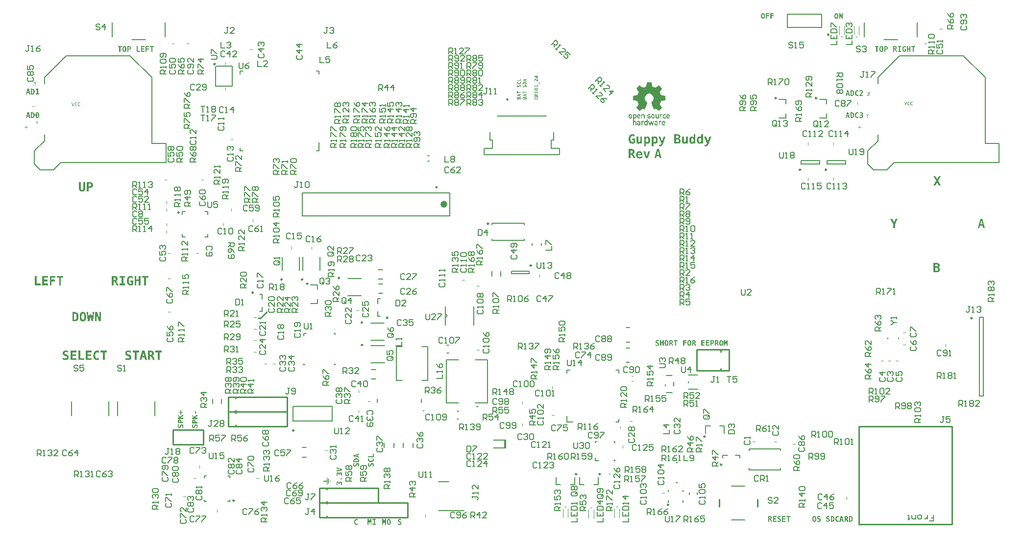
<source format=gto>
G04*
G04 #@! TF.GenerationSoftware,Altium Limited,Altium Designer,18.1.7 (191)*
G04*
G04 Layer_Color=65535*
%FSLAX24Y24*%
%MOIN*%
G70*
G01*
G75*
%ADD10C,0.0098*%
%ADD11C,0.0039*%
%ADD12C,0.0100*%
%ADD13C,0.0236*%
%ADD14C,0.0060*%
%ADD15C,0.0079*%
%ADD16C,0.0047*%
%ADD17C,0.0071*%
%ADD18C,0.0050*%
%ADD19C,0.0067*%
%ADD20C,0.0080*%
%ADD21R,0.0118X0.0591*%
G36*
X9292Y30185D02*
X9299Y30175D01*
X9306Y30153D01*
X9310Y30138D01*
X9314Y30116D01*
X9321Y30094D01*
X9325Y30065D01*
X9332Y30032D01*
X9339Y29992D01*
X9347Y29945D01*
X9354Y29894D01*
X9357Y29890D01*
X9368Y29887D01*
X9390Y29879D01*
X9416Y29868D01*
X9445Y29854D01*
X9485Y29839D01*
X9529Y29825D01*
X9576Y29806D01*
X9580Y29810D01*
X9587Y29817D01*
X9605Y29828D01*
X9631Y29850D01*
X9653Y29865D01*
X9675Y29879D01*
X9700Y29898D01*
X9729Y29919D01*
X9766Y29941D01*
X9806Y29970D01*
X9820Y29970D01*
X9824Y29967D01*
X9835Y29959D01*
X9850Y29945D01*
X9875Y29919D01*
X9890Y29905D01*
X9911Y29883D01*
X9933Y29857D01*
X9959Y29832D01*
X9992Y29799D01*
X10024Y29763D01*
X10024Y29759D01*
X10017Y29752D01*
X10010Y29741D01*
X9999Y29726D01*
X9977Y29690D01*
X9948Y29646D01*
X9919Y29602D01*
X9893Y29559D01*
X9871Y29529D01*
X9868Y29518D01*
X9864Y29511D01*
X9864Y29508D01*
X9868Y29504D01*
X9871Y29493D01*
X9879Y29478D01*
X9893Y29446D01*
X9908Y29405D01*
X9926Y29365D01*
X9944Y29333D01*
X9955Y29318D01*
X9963Y29311D01*
X9970Y29303D01*
X9973Y29300D01*
X9984Y29300D01*
X9999Y29296D01*
X10017Y29292D01*
X10061Y29285D01*
X10112Y29278D01*
X10159Y29267D01*
X10203Y29252D01*
X10221Y29249D01*
X10236Y29241D01*
X10243Y29238D01*
X10247Y29230D01*
X10247Y28964D01*
X10243Y28961D01*
X10232Y28953D01*
X10210Y28946D01*
X10196Y28943D01*
X10178Y28939D01*
X10156Y28932D01*
X10130Y28924D01*
X10097Y28921D01*
X10057Y28913D01*
X10017Y28906D01*
X9966Y28899D01*
X9963Y28891D01*
X9955Y28881D01*
X9948Y28859D01*
X9933Y28830D01*
X9919Y28793D01*
X9897Y28738D01*
X9886Y28709D01*
X9871Y28673D01*
X9875Y28669D01*
X9879Y28662D01*
X9886Y28651D01*
X9897Y28636D01*
X9919Y28600D01*
X9948Y28556D01*
X9977Y28512D01*
X9999Y28472D01*
X10010Y28458D01*
X10017Y28443D01*
X10024Y28432D01*
X10024Y28429D01*
X10021Y28425D01*
X10017Y28421D01*
X9992Y28396D01*
X9959Y28367D01*
X9922Y28330D01*
X9886Y28290D01*
X9850Y28261D01*
X9824Y28235D01*
X9817Y28232D01*
X9813Y28228D01*
X9591Y28378D01*
X9474Y28323D01*
X9474Y28327D01*
X9467Y28334D01*
X9463Y28341D01*
X9460Y28356D01*
X9449Y28370D01*
X9441Y28392D01*
X9430Y28418D01*
X9416Y28450D01*
X9401Y28491D01*
X9379Y28538D01*
X9357Y28589D01*
X9332Y28651D01*
X9306Y28724D01*
X9274Y28804D01*
X9277Y28804D01*
X9281Y28811D01*
X9303Y28826D01*
X9332Y28855D01*
X9368Y28891D01*
X9401Y28935D01*
X9430Y28986D01*
X9452Y29045D01*
X9456Y29074D01*
X9460Y29107D01*
X9460Y29110D01*
X9456Y29121D01*
X9452Y29136D01*
X9449Y29154D01*
X9430Y29201D01*
X9401Y29256D01*
X9361Y29307D01*
X9310Y29354D01*
X9281Y29376D01*
X9244Y29391D01*
X9208Y29398D01*
X9164Y29402D01*
X9131Y29402D01*
X9121Y29398D01*
X9102Y29398D01*
X9062Y29387D01*
X9015Y29365D01*
X8989Y29347D01*
X8964Y29329D01*
X8938Y29303D01*
X8916Y29274D01*
X8895Y29241D01*
X8876Y29198D01*
X8858Y29154D01*
X8847Y29099D01*
X8847Y29092D01*
X8851Y29070D01*
X8858Y29041D01*
X8869Y29001D01*
X8891Y28953D01*
X8924Y28906D01*
X8946Y28881D01*
X8971Y28855D01*
X8997Y28830D01*
X9029Y28804D01*
X9026Y28800D01*
X9022Y28782D01*
X9011Y28760D01*
X9000Y28731D01*
X8986Y28695D01*
X8971Y28655D01*
X8938Y28567D01*
X8902Y28480D01*
X8884Y28440D01*
X8869Y28403D01*
X8854Y28370D01*
X8840Y28348D01*
X8833Y28330D01*
X8825Y28323D01*
X8822Y28327D01*
X8811Y28330D01*
X8796Y28341D01*
X8778Y28352D01*
X8738Y28370D01*
X8723Y28374D01*
X8712Y28378D01*
X8709Y28378D01*
X8705Y28370D01*
X8694Y28363D01*
X8679Y28356D01*
X8647Y28330D01*
X8607Y28305D01*
X8563Y28275D01*
X8526Y28250D01*
X8494Y28235D01*
X8483Y28228D01*
X8475Y28228D01*
X8279Y28436D01*
X8282Y28440D01*
X8286Y28447D01*
X8293Y28458D01*
X8304Y28472D01*
X8326Y28509D01*
X8355Y28553D01*
X8384Y28596D01*
X8406Y28636D01*
X8417Y28651D01*
X8424Y28666D01*
X8432Y28676D01*
X8432Y28680D01*
X8432Y28684D01*
X8428Y28691D01*
X8424Y28702D01*
X8417Y28713D01*
X8406Y28749D01*
X8388Y28789D01*
X8370Y28830D01*
X8351Y28866D01*
X8344Y28877D01*
X8337Y28888D01*
X8330Y28895D01*
X8322Y28899D01*
X8319Y28899D01*
X8311Y28902D01*
X8297Y28902D01*
X8282Y28906D01*
X8238Y28913D01*
X8191Y28924D01*
X8140Y28935D01*
X8096Y28946D01*
X8082Y28950D01*
X8067Y28957D01*
X8060Y28961D01*
X8056Y28964D01*
X8056Y29230D01*
X8060Y29234D01*
X8071Y29241D01*
X8093Y29249D01*
X8107Y29252D01*
X8125Y29260D01*
X8147Y29267D01*
X8176Y29271D01*
X8206Y29282D01*
X8246Y29289D01*
X8286Y29296D01*
X8337Y29307D01*
X8344Y29311D01*
X8351Y29318D01*
X8362Y29336D01*
X8373Y29362D01*
X8384Y29380D01*
X8392Y29398D01*
X8402Y29424D01*
X8413Y29453D01*
X8424Y29486D01*
X8439Y29526D01*
X8435Y29533D01*
X8421Y29551D01*
X8402Y29577D01*
X8381Y29610D01*
X8355Y29650D01*
X8326Y29690D01*
X8300Y29730D01*
X8279Y29770D01*
X8483Y29970D01*
X8501Y29970D01*
X8508Y29967D01*
X8523Y29952D01*
X8552Y29934D01*
X8585Y29912D01*
X8621Y29883D01*
X8661Y29857D01*
X8701Y29832D01*
X8741Y29806D01*
X8745Y29806D01*
X8749Y29810D01*
X8771Y29817D01*
X8803Y29832D01*
X8840Y29846D01*
X8876Y29861D01*
X8909Y29879D01*
X8935Y29894D01*
X8946Y29901D01*
X8949Y29908D01*
X8949Y29912D01*
X8953Y29919D01*
X8953Y29934D01*
X8956Y29952D01*
X8964Y29996D01*
X8975Y30051D01*
X8986Y30102D01*
X8997Y30145D01*
X9004Y30164D01*
X9008Y30178D01*
X9011Y30185D01*
X9015Y30189D01*
X9288Y30189D01*
X9292Y30185D01*
X9292Y30185D02*
G37*
G36*
X8191Y27995D02*
X8206Y27991D01*
X8224Y27984D01*
X8242Y27973D01*
X8257Y27955D01*
X8268Y27933D01*
X8271Y27904D01*
X8271Y27802D01*
X8271Y27798D01*
X8268Y27787D01*
X8264Y27772D01*
X8257Y27754D01*
X8246Y27736D01*
X8231Y27721D01*
X8213Y27711D01*
X8191Y27707D01*
X8155Y27707D01*
X8140Y27711D01*
X8122Y27718D01*
X8100Y27736D01*
X8100Y27517D01*
X8104Y27517D01*
X8107Y27521D01*
X8125Y27532D01*
X8151Y27543D01*
X8184Y27547D01*
X8187Y27547D01*
X8198Y27543D01*
X8213Y27536D01*
X8227Y27525D01*
X8242Y27514D01*
X8257Y27499D01*
X8268Y27481D01*
X8271Y27459D01*
X8271Y27259D01*
X8271Y27255D01*
X8271Y27251D01*
X8264Y27248D01*
X8257Y27244D01*
X8224Y27244D01*
X8220Y27248D01*
X8217Y27251D01*
X8213Y27259D01*
X8213Y27430D01*
X8213Y27434D01*
X8209Y27441D01*
X8202Y27459D01*
X8184Y27481D01*
X8169Y27485D01*
X8151Y27488D01*
X8144Y27488D01*
X8129Y27481D01*
X8118Y27474D01*
X8111Y27463D01*
X8104Y27448D01*
X8100Y27430D01*
X8100Y27259D01*
X8100Y27255D01*
X8100Y27251D01*
X8093Y27248D01*
X8085Y27244D01*
X8045Y27244D01*
X8042Y27248D01*
X8038Y27251D01*
X8034Y27259D01*
X8034Y27984D01*
X8034Y27988D01*
X8038Y27991D01*
X8042Y27995D01*
X8049Y27998D01*
X8089Y27998D01*
X8093Y27995D01*
X8096Y27991D01*
X8100Y27977D01*
X8107Y27977D01*
X8111Y27980D01*
X8125Y27988D01*
X8140Y27995D01*
X8158Y27998D01*
X8180Y27998D01*
X8191Y27995D01*
X8191Y27995D02*
G37*
G36*
X10043Y27995D02*
X10057Y27988D01*
X10061Y27984D01*
X10065Y27977D01*
X10061Y27969D01*
X10050Y27955D01*
X10032Y27933D01*
X9981Y27940D01*
X9966Y27940D01*
X9959Y27937D01*
X9948Y27926D01*
X9937Y27907D01*
X9930Y27882D01*
X9930Y27721D01*
X9930Y27718D01*
X9930Y27714D01*
X9922Y27711D01*
X9915Y27707D01*
X9882Y27707D01*
X9879Y27711D01*
X9875Y27714D01*
X9871Y27721D01*
X9871Y27984D01*
X9871Y27988D01*
X9875Y27991D01*
X9879Y27995D01*
X9886Y27998D01*
X9919Y27998D01*
X9922Y27995D01*
X9926Y27988D01*
X9930Y27969D01*
X9933Y27969D01*
X9937Y27973D01*
X9952Y27984D01*
X9973Y27995D01*
X9995Y27998D01*
X10024Y27998D01*
X10043Y27995D01*
X10043Y27995D02*
G37*
G36*
X8774Y27995D02*
X8789Y27988D01*
X8807Y27973D01*
X8822Y27955D01*
X8833Y27929D01*
X8840Y27896D01*
X8840Y27721D01*
X8840Y27718D01*
X8840Y27714D01*
X8833Y27711D01*
X8825Y27707D01*
X8789Y27707D01*
X8785Y27711D01*
X8782Y27714D01*
X8778Y27721D01*
X8778Y27882D01*
X8778Y27885D01*
X8778Y27889D01*
X8774Y27904D01*
X8763Y27922D01*
X8741Y27940D01*
X8712Y27940D01*
X8690Y27933D01*
X8679Y27922D01*
X8672Y27911D01*
X8665Y27893D01*
X8661Y27867D01*
X8661Y27721D01*
X8661Y27718D01*
X8661Y27714D01*
X8654Y27711D01*
X8647Y27707D01*
X8614Y27707D01*
X8610Y27711D01*
X8607Y27714D01*
X8603Y27721D01*
X8603Y27984D01*
X8603Y27988D01*
X8607Y27991D01*
X8610Y27995D01*
X8618Y27998D01*
X8650Y27998D01*
X8654Y27995D01*
X8658Y27988D01*
X8661Y27969D01*
X8665Y27969D01*
X8669Y27973D01*
X8683Y27984D01*
X8705Y27995D01*
X8727Y27998D01*
X8763Y27998D01*
X8774Y27995D01*
X8774Y27995D02*
G37*
G36*
X9179Y27995D02*
X9208Y27984D01*
X9237Y27962D01*
X9234Y27958D01*
X9230Y27944D01*
X9219Y27933D01*
X9208Y27926D01*
X9204Y27926D01*
X9197Y27929D01*
X9172Y27937D01*
X9142Y27944D01*
X9135Y27947D01*
X9121Y27947D01*
X9102Y27940D01*
X9080Y27933D01*
X9077Y27926D01*
X9073Y27918D01*
X9073Y27911D01*
X9077Y27907D01*
X9080Y27904D01*
X9091Y27896D01*
X9110Y27889D01*
X9131Y27882D01*
X9168Y27875D01*
X9215Y27867D01*
X9219Y27864D01*
X9230Y27849D01*
X9241Y27824D01*
X9252Y27794D01*
X9252Y27791D01*
X9248Y27780D01*
X9241Y27765D01*
X9230Y27751D01*
X9219Y27736D01*
X9201Y27721D01*
X9182Y27711D01*
X9157Y27707D01*
X9099Y27707D01*
X9088Y27711D01*
X9073Y27714D01*
X9037Y27729D01*
X9018Y27740D01*
X9000Y27758D01*
X9004Y27765D01*
X9015Y27776D01*
X9037Y27794D01*
X9040Y27794D01*
X9048Y27787D01*
X9069Y27776D01*
X9102Y27765D01*
X9135Y27758D01*
X9139Y27758D01*
X9142Y27762D01*
X9161Y27765D01*
X9179Y27776D01*
X9182Y27780D01*
X9186Y27787D01*
X9186Y27816D01*
X9161Y27816D01*
X9135Y27820D01*
X9106Y27827D01*
X9077Y27838D01*
X9048Y27853D01*
X9026Y27875D01*
X9015Y27904D01*
X9015Y27911D01*
X9015Y27915D01*
X9015Y27922D01*
X9018Y27937D01*
X9026Y27951D01*
X9037Y27966D01*
X9055Y27980D01*
X9077Y27991D01*
X9110Y27998D01*
X9157Y27998D01*
X9179Y27995D01*
X9179Y27995D02*
G37*
G36*
X10236Y27995D02*
X10265Y27980D01*
X10280Y27969D01*
X10291Y27955D01*
X10291Y27947D01*
X10291Y27944D01*
X10287Y27940D01*
X10280Y27929D01*
X10261Y27918D01*
X10254Y27918D01*
X10250Y27922D01*
X10240Y27929D01*
X10221Y27937D01*
X10203Y27940D01*
X10178Y27940D01*
X10167Y27937D01*
X10156Y27929D01*
X10145Y27922D01*
X10134Y27907D01*
X10127Y27885D01*
X10123Y27860D01*
X10123Y27845D01*
X10123Y27842D01*
X10123Y27834D01*
X10127Y27820D01*
X10130Y27805D01*
X10137Y27791D01*
X10152Y27776D01*
X10167Y27769D01*
X10189Y27765D01*
X10207Y27765D01*
X10218Y27769D01*
X10236Y27776D01*
X10254Y27787D01*
X10265Y27787D01*
X10269Y27783D01*
X10280Y27776D01*
X10291Y27758D01*
X10291Y27751D01*
X10287Y27743D01*
X10269Y27729D01*
X10243Y27714D01*
X10225Y27711D01*
X10203Y27707D01*
X10170Y27707D01*
X10159Y27711D01*
X10145Y27714D01*
X10127Y27725D01*
X10108Y27740D01*
X10090Y27762D01*
X10076Y27794D01*
X10065Y27838D01*
X10065Y27867D01*
X10065Y27875D01*
X10068Y27889D01*
X10076Y27907D01*
X10086Y27933D01*
X10101Y27958D01*
X10119Y27977D01*
X10145Y27991D01*
X10174Y27998D01*
X10214Y27998D01*
X10236Y27995D01*
X10236Y27995D02*
G37*
G36*
X9802Y27991D02*
X9806Y27984D01*
X9806Y27721D01*
X9806Y27718D01*
X9806Y27714D01*
X9798Y27711D01*
X9791Y27707D01*
X9758Y27707D01*
X9755Y27711D01*
X9747Y27718D01*
X9744Y27736D01*
X9740Y27732D01*
X9726Y27721D01*
X9707Y27711D01*
X9685Y27707D01*
X9645Y27707D01*
X9638Y27711D01*
X9624Y27718D01*
X9613Y27725D01*
X9598Y27740D01*
X9587Y27762D01*
X9576Y27787D01*
X9576Y27984D01*
X9576Y27988D01*
X9580Y27991D01*
X9583Y27995D01*
X9591Y27998D01*
X9627Y27998D01*
X9631Y27991D01*
X9634Y27984D01*
X9634Y27816D01*
X9634Y27813D01*
X9634Y27809D01*
X9642Y27791D01*
X9656Y27772D01*
X9667Y27769D01*
X9685Y27765D01*
X9700Y27765D01*
X9715Y27769D01*
X9729Y27780D01*
X9744Y27802D01*
X9744Y27984D01*
X9744Y27988D01*
X9747Y27991D01*
X9755Y27995D01*
X9762Y27998D01*
X9798Y27998D01*
X9802Y27991D01*
X9802Y27991D02*
G37*
G36*
X10484Y27991D02*
X10498Y27984D01*
X10517Y27969D01*
X10535Y27951D01*
X10546Y27922D01*
X10557Y27882D01*
X10557Y27845D01*
X10557Y27842D01*
X10557Y27838D01*
X10549Y27834D01*
X10542Y27831D01*
X10371Y27831D01*
X10371Y27827D01*
X10374Y27820D01*
X10385Y27794D01*
X10393Y27780D01*
X10407Y27769D01*
X10425Y27762D01*
X10447Y27758D01*
X10451Y27758D01*
X10462Y27762D01*
X10476Y27769D01*
X10498Y27780D01*
X10513Y27780D01*
X10520Y27776D01*
X10531Y27769D01*
X10542Y27762D01*
X10549Y27751D01*
X10546Y27751D01*
X10542Y27743D01*
X10524Y27729D01*
X10498Y27714D01*
X10484Y27711D01*
X10469Y27707D01*
X10429Y27707D01*
X10414Y27711D01*
X10396Y27714D01*
X10374Y27725D01*
X10349Y27743D01*
X10331Y27772D01*
X10316Y27809D01*
X10312Y27860D01*
X10312Y27867D01*
X10316Y27882D01*
X10323Y27904D01*
X10334Y27929D01*
X10349Y27955D01*
X10367Y27977D01*
X10389Y27991D01*
X10418Y27998D01*
X10469Y27998D01*
X10484Y27991D01*
X10484Y27991D02*
G37*
G36*
X9434Y27995D02*
X9449Y27991D01*
X9467Y27980D01*
X9489Y27962D01*
X9503Y27937D01*
X9518Y27900D01*
X9525Y27853D01*
X9525Y27845D01*
X9521Y27831D01*
X9518Y27805D01*
X9507Y27780D01*
X9496Y27754D01*
X9478Y27729D01*
X9452Y27714D01*
X9419Y27707D01*
X9379Y27707D01*
X9368Y27711D01*
X9354Y27714D01*
X9336Y27725D01*
X9317Y27740D01*
X9303Y27765D01*
X9288Y27798D01*
X9281Y27845D01*
X9281Y27860D01*
X9281Y27867D01*
X9285Y27882D01*
X9288Y27904D01*
X9299Y27929D01*
X9310Y27955D01*
X9328Y27977D01*
X9354Y27991D01*
X9383Y27998D01*
X9423Y27998D01*
X9434Y27995D01*
X9434Y27995D02*
G37*
G36*
X8457Y27995D02*
X8475Y27991D01*
X8497Y27980D01*
X8515Y27966D01*
X8534Y27947D01*
X8548Y27922D01*
X8552Y27889D01*
X8552Y27845D01*
X8552Y27842D01*
X8552Y27838D01*
X8545Y27834D01*
X8537Y27831D01*
X8373Y27831D01*
X8373Y27824D01*
X8373Y27820D01*
X8373Y27816D01*
X8384Y27794D01*
X8392Y27783D01*
X8402Y27772D01*
X8421Y27762D01*
X8446Y27758D01*
X8453Y27762D01*
X8468Y27765D01*
X8486Y27776D01*
X8508Y27787D01*
X8515Y27783D01*
X8526Y27772D01*
X8545Y27751D01*
X8541Y27743D01*
X8523Y27729D01*
X8494Y27714D01*
X8475Y27711D01*
X8453Y27707D01*
X8413Y27707D01*
X8402Y27711D01*
X8388Y27714D01*
X8370Y27725D01*
X8351Y27740D01*
X8333Y27765D01*
X8322Y27798D01*
X8315Y27845D01*
X8315Y27875D01*
X8315Y27878D01*
X8319Y27893D01*
X8326Y27915D01*
X8333Y27937D01*
X8348Y27958D01*
X8366Y27980D01*
X8388Y27995D01*
X8417Y27998D01*
X8443Y27998D01*
X8457Y27995D01*
X8457Y27995D02*
G37*
G36*
X7903Y27995D02*
X7921Y27991D01*
X7940Y27980D01*
X7958Y27962D01*
X7976Y27937D01*
X7987Y27900D01*
X7991Y27853D01*
X7991Y27845D01*
X7991Y27831D01*
X7987Y27805D01*
X7980Y27780D01*
X7965Y27754D01*
X7947Y27729D01*
X7921Y27714D01*
X7889Y27707D01*
X7852Y27707D01*
X7837Y27711D01*
X7823Y27714D01*
X7801Y27725D01*
X7783Y27740D01*
X7765Y27765D01*
X7750Y27798D01*
X7746Y27845D01*
X7746Y27860D01*
X7746Y27867D01*
X7750Y27882D01*
X7754Y27904D01*
X7761Y27929D01*
X7772Y27955D01*
X7794Y27977D01*
X7819Y27991D01*
X7856Y27998D01*
X7892Y27998D01*
X7903Y27995D01*
X7903Y27995D02*
G37*
G36*
X9040Y27649D02*
X9044Y27641D01*
X9044Y27259D01*
X9044Y27255D01*
X9044Y27251D01*
X9037Y27248D01*
X9029Y27244D01*
X8997Y27244D01*
X8993Y27248D01*
X8989Y27255D01*
X8986Y27273D01*
X8978Y27269D01*
X8964Y27259D01*
X8942Y27248D01*
X8920Y27244D01*
X8902Y27244D01*
X8891Y27248D01*
X8876Y27255D01*
X8862Y27262D01*
X8847Y27273D01*
X8833Y27288D01*
X8822Y27310D01*
X8818Y27331D01*
X8818Y27459D01*
X8818Y27463D01*
X8818Y27470D01*
X8825Y27481D01*
X8833Y27495D01*
X8844Y27510D01*
X8862Y27525D01*
X8887Y27539D01*
X8920Y27547D01*
X8931Y27543D01*
X8938Y27539D01*
X8949Y27536D01*
X8964Y27528D01*
X8986Y27517D01*
X8986Y27641D01*
X8986Y27645D01*
X8989Y27649D01*
X8993Y27652D01*
X9000Y27656D01*
X9037Y27656D01*
X9040Y27649D01*
X9040Y27649D02*
G37*
G36*
X8763Y27543D02*
X8785Y27536D01*
X8803Y27528D01*
X8807Y27521D01*
X8811Y27517D01*
X8811Y27514D01*
X8803Y27506D01*
X8792Y27495D01*
X8778Y27485D01*
X8763Y27474D01*
X8727Y27488D01*
X8720Y27488D01*
X8705Y27481D01*
X8694Y27474D01*
X8687Y27463D01*
X8679Y27448D01*
X8676Y27430D01*
X8676Y27259D01*
X8676Y27255D01*
X8676Y27251D01*
X8669Y27248D01*
X8661Y27244D01*
X8628Y27244D01*
X8625Y27248D01*
X8621Y27251D01*
X8618Y27259D01*
X8618Y27525D01*
X8618Y27528D01*
X8621Y27532D01*
X8625Y27536D01*
X8632Y27539D01*
X8665Y27539D01*
X8669Y27536D01*
X8672Y27532D01*
X8676Y27517D01*
X8679Y27517D01*
X8683Y27521D01*
X8705Y27532D01*
X8731Y27543D01*
X8756Y27547D01*
X8760Y27547D01*
X8763Y27543D01*
X8763Y27543D02*
G37*
G36*
X9948Y27543D02*
X9963Y27539D01*
X9973Y27536D01*
X9988Y27532D01*
X9988Y27517D01*
X9984Y27510D01*
X9973Y27495D01*
X9963Y27481D01*
X9955Y27477D01*
X9952Y27474D01*
X9915Y27488D01*
X9908Y27488D01*
X9890Y27481D01*
X9879Y27474D01*
X9871Y27459D01*
X9864Y27444D01*
X9857Y27423D01*
X9857Y27259D01*
X9857Y27255D01*
X9857Y27251D01*
X9850Y27248D01*
X9842Y27244D01*
X9809Y27244D01*
X9806Y27248D01*
X9802Y27251D01*
X9798Y27259D01*
X9798Y27525D01*
X9798Y27528D01*
X9802Y27532D01*
X9806Y27536D01*
X9813Y27539D01*
X9846Y27539D01*
X9850Y27536D01*
X9853Y27528D01*
X9857Y27510D01*
X9860Y27510D01*
X9864Y27517D01*
X9882Y27528D01*
X9911Y27539D01*
X9944Y27547D01*
X9948Y27543D01*
X9948Y27543D02*
G37*
G36*
X9489Y27536D02*
X9485Y27528D01*
X9481Y27514D01*
X9478Y27492D01*
X9463Y27444D01*
X9445Y27393D01*
X9430Y27339D01*
X9412Y27291D01*
X9405Y27273D01*
X9401Y27259D01*
X9394Y27248D01*
X9390Y27244D01*
X9361Y27244D01*
X9357Y27248D01*
X9354Y27255D01*
X9347Y27269D01*
X9336Y27291D01*
X9321Y27328D01*
X9314Y27353D01*
X9306Y27379D01*
X9299Y27408D01*
X9288Y27444D01*
X9281Y27444D01*
X9281Y27441D01*
X9277Y27437D01*
X9274Y27415D01*
X9266Y27382D01*
X9255Y27346D01*
X9244Y27310D01*
X9234Y27277D01*
X9223Y27255D01*
X9219Y27248D01*
X9215Y27244D01*
X9186Y27244D01*
X9182Y27248D01*
X9175Y27259D01*
X9168Y27280D01*
X9161Y27295D01*
X9153Y27313D01*
X9142Y27339D01*
X9135Y27364D01*
X9124Y27397D01*
X9110Y27437D01*
X9095Y27481D01*
X9080Y27532D01*
X9095Y27539D01*
X9135Y27539D01*
X9139Y27536D01*
X9142Y27528D01*
X9150Y27514D01*
X9157Y27492D01*
X9164Y27455D01*
X9172Y27434D01*
X9179Y27404D01*
X9186Y27375D01*
X9193Y27339D01*
X9201Y27339D01*
X9201Y27342D01*
X9204Y27346D01*
X9212Y27372D01*
X9219Y27401D01*
X9234Y27441D01*
X9244Y27477D01*
X9255Y27506D01*
X9266Y27532D01*
X9270Y27536D01*
X9274Y27539D01*
X9295Y27539D01*
X9299Y27536D01*
X9306Y27528D01*
X9314Y27514D01*
X9325Y27492D01*
X9336Y27455D01*
X9343Y27434D01*
X9350Y27404D01*
X9357Y27375D01*
X9368Y27339D01*
X9376Y27339D01*
X9376Y27342D01*
X9379Y27346D01*
X9383Y27372D01*
X9390Y27401D01*
X9401Y27441D01*
X9412Y27477D01*
X9427Y27506D01*
X9434Y27532D01*
X9441Y27536D01*
X9445Y27539D01*
X9489Y27539D01*
X9489Y27536D01*
X9489Y27536D02*
G37*
G36*
X10156Y27539D02*
X10174Y27532D01*
X10196Y27517D01*
X10214Y27495D01*
X10229Y27463D01*
X10240Y27423D01*
X10240Y27382D01*
X10240Y27379D01*
X10240Y27375D01*
X10232Y27372D01*
X10225Y27368D01*
X10054Y27368D01*
X10054Y27361D01*
X10061Y27342D01*
X10076Y27321D01*
X10086Y27313D01*
X10101Y27302D01*
X10141Y27302D01*
X10152Y27306D01*
X10167Y27313D01*
X10189Y27324D01*
X10192Y27321D01*
X10207Y27317D01*
X10218Y27306D01*
X10225Y27295D01*
X10225Y27288D01*
X10218Y27280D01*
X10199Y27266D01*
X10170Y27251D01*
X10152Y27248D01*
X10130Y27244D01*
X10119Y27244D01*
X10105Y27248D01*
X10083Y27251D01*
X10061Y27262D01*
X10035Y27280D01*
X10017Y27310D01*
X10003Y27346D01*
X9995Y27397D01*
X9995Y27404D01*
X9999Y27419D01*
X10006Y27444D01*
X10017Y27474D01*
X10032Y27499D01*
X10054Y27525D01*
X10083Y27539D01*
X10123Y27547D01*
X10137Y27547D01*
X10156Y27539D01*
X10156Y27539D02*
G37*
G36*
X9638Y27543D02*
X9656Y27539D01*
X9675Y27532D01*
X9696Y27521D01*
X9711Y27506D01*
X9726Y27488D01*
X9729Y27466D01*
X9729Y27259D01*
X9729Y27255D01*
X9729Y27251D01*
X9722Y27248D01*
X9715Y27244D01*
X9682Y27244D01*
X9678Y27248D01*
X9675Y27255D01*
X9671Y27266D01*
X9667Y27262D01*
X9653Y27255D01*
X9631Y27248D01*
X9605Y27244D01*
X9594Y27244D01*
X9583Y27248D01*
X9565Y27251D01*
X9547Y27259D01*
X9529Y27269D01*
X9511Y27284D01*
X9500Y27306D01*
X9496Y27331D01*
X9496Y27335D01*
X9496Y27346D01*
X9503Y27357D01*
X9511Y27372D01*
X9521Y27390D01*
X9540Y27404D01*
X9565Y27415D01*
X9598Y27423D01*
X9671Y27423D01*
X9671Y27466D01*
X9671Y27470D01*
X9664Y27477D01*
X9649Y27485D01*
X9627Y27488D01*
X9605Y27488D01*
X9554Y27474D01*
X9551Y27477D01*
X9536Y27485D01*
X9525Y27492D01*
X9518Y27503D01*
X9518Y27506D01*
X9525Y27514D01*
X9532Y27521D01*
X9543Y27525D01*
X9562Y27532D01*
X9587Y27539D01*
X9620Y27547D01*
X9624Y27547D01*
X9638Y27543D01*
X9638Y27543D02*
G37*
G36*
X8468Y27543D02*
X8494Y27536D01*
X8515Y27521D01*
X8534Y27503D01*
X8548Y27477D01*
X8552Y27444D01*
X8552Y27259D01*
X8552Y27255D01*
X8552Y27251D01*
X8545Y27248D01*
X8537Y27244D01*
X8505Y27244D01*
X8501Y27248D01*
X8497Y27255D01*
X8494Y27266D01*
X8483Y27266D01*
X8479Y27262D01*
X8468Y27255D01*
X8450Y27248D01*
X8432Y27244D01*
X8399Y27244D01*
X8388Y27248D01*
X8373Y27255D01*
X8359Y27262D01*
X8344Y27273D01*
X8330Y27288D01*
X8319Y27302D01*
X8315Y27324D01*
X8315Y27339D01*
X8315Y27342D01*
X8315Y27353D01*
X8319Y27364D01*
X8326Y27382D01*
X8337Y27397D01*
X8355Y27408D01*
X8377Y27419D01*
X8410Y27423D01*
X8494Y27423D01*
X8494Y27459D01*
X8490Y27463D01*
X8483Y27474D01*
X8464Y27485D01*
X8439Y27488D01*
X8402Y27488D01*
X8381Y27474D01*
X8366Y27474D01*
X8359Y27477D01*
X8348Y27488D01*
X8330Y27510D01*
X8333Y27510D01*
X8337Y27517D01*
X8362Y27528D01*
X8395Y27539D01*
X8432Y27547D01*
X8450Y27547D01*
X8468Y27543D01*
X8468Y27543D02*
G37*
G36*
X9989Y25000D02*
X9865Y25000D01*
X9827Y25154D01*
X9661Y25154D01*
X9623Y25000D01*
X9500Y25000D01*
X9668Y25626D01*
X9820Y25626D01*
X9989Y25000D01*
X9989Y25000D02*
G37*
G36*
X9062Y25000D02*
X8911Y25000D01*
X8762Y25470D01*
X8886Y25470D01*
X8986Y25103D01*
X9087Y25470D01*
X9212Y25470D01*
X9062Y25000D01*
X9062Y25000D02*
G37*
G36*
X7948Y25625D02*
X7958Y25625D01*
X7969Y25624D01*
X7982Y25623D01*
X7995Y25621D01*
X8024Y25616D01*
X8052Y25608D01*
X8066Y25603D01*
X8079Y25598D01*
X8091Y25590D01*
X8102Y25583D01*
X8102Y25582D01*
X8103Y25581D01*
X8106Y25578D01*
X8110Y25574D01*
X8114Y25570D01*
X8118Y25564D01*
X8123Y25558D01*
X8128Y25549D01*
X8133Y25540D01*
X8138Y25530D01*
X8142Y25519D01*
X8146Y25506D01*
X8150Y25492D01*
X8152Y25477D01*
X8153Y25462D01*
X8154Y25444D01*
X8154Y25443D01*
X8154Y25441D01*
X8154Y25438D01*
X8154Y25433D01*
X8153Y25428D01*
X8152Y25422D01*
X8151Y25407D01*
X8147Y25390D01*
X8141Y25374D01*
X8133Y25357D01*
X8123Y25341D01*
X8121Y25339D01*
X8117Y25335D01*
X8110Y25329D01*
X8100Y25321D01*
X8087Y25314D01*
X8071Y25306D01*
X8053Y25300D01*
X8032Y25295D01*
X8033Y25295D01*
X8035Y25294D01*
X8039Y25293D01*
X8043Y25291D01*
X8053Y25286D01*
X8059Y25282D01*
X8064Y25278D01*
X8065Y25277D01*
X8066Y25275D01*
X8069Y25271D01*
X8073Y25266D01*
X8077Y25259D01*
X8084Y25250D01*
X8089Y25239D01*
X8097Y25225D01*
X8211Y25000D01*
X8075Y25000D01*
X8000Y25158D01*
X7999Y25159D01*
X7997Y25163D01*
X7994Y25168D01*
X7990Y25177D01*
X7990Y25178D01*
X7989Y25179D01*
X7987Y25183D01*
X7985Y25188D01*
X7978Y25199D01*
X7968Y25213D01*
X7957Y25226D01*
X7943Y25237D01*
X7937Y25241D01*
X7929Y25245D01*
X7921Y25247D01*
X7913Y25248D01*
X7874Y25248D01*
X7874Y25000D01*
X7750Y25000D01*
X7750Y25626D01*
X7940Y25626D01*
X7948Y25625D01*
X7948Y25625D02*
G37*
G36*
X8491Y25480D02*
X8499Y25479D01*
X8509Y25477D01*
X8521Y25475D01*
X8533Y25474D01*
X8558Y25466D01*
X8572Y25461D01*
X8586Y25455D01*
X8599Y25448D01*
X8612Y25439D01*
X8624Y25430D01*
X8635Y25419D01*
X8636Y25418D01*
X8638Y25416D01*
X8641Y25413D01*
X8644Y25408D01*
X8649Y25401D01*
X8654Y25393D01*
X8659Y25385D01*
X8665Y25374D01*
X8669Y25363D01*
X8675Y25350D01*
X8680Y25335D01*
X8684Y25319D01*
X8688Y25302D01*
X8691Y25285D01*
X8693Y25265D01*
X8694Y25245D01*
X8694Y25195D01*
X8375Y25195D01*
X8375Y25194D01*
X8375Y25192D01*
X8375Y25190D01*
X8376Y25186D01*
X8377Y25176D01*
X8379Y25164D01*
X8384Y25151D01*
X8389Y25137D01*
X8397Y25124D01*
X8408Y25112D01*
X8410Y25111D01*
X8414Y25108D01*
X8422Y25104D01*
X8432Y25099D01*
X8446Y25093D01*
X8462Y25090D01*
X8482Y25086D01*
X8504Y25085D01*
X8511Y25085D01*
X8520Y25086D01*
X8531Y25087D01*
X8543Y25088D01*
X8557Y25091D01*
X8572Y25093D01*
X8587Y25097D01*
X8588Y25097D01*
X8589Y25098D01*
X8595Y25100D01*
X8603Y25103D01*
X8614Y25106D01*
X8627Y25112D01*
X8642Y25118D01*
X8657Y25127D01*
X8674Y25136D01*
X8674Y25023D01*
X8673Y25023D01*
X8672Y25022D01*
X8667Y25020D01*
X8658Y25018D01*
X8647Y25013D01*
X8633Y25009D01*
X8619Y25005D01*
X8603Y25001D01*
X8586Y24997D01*
X8584Y24997D01*
X8579Y24995D01*
X8570Y24994D01*
X8558Y24993D01*
X8544Y24991D01*
X8528Y24990D01*
X8511Y24988D01*
X8482Y24988D01*
X8473Y24989D01*
X8463Y24990D01*
X8452Y24992D01*
X8439Y24994D01*
X8426Y24996D01*
X8397Y25004D01*
X8382Y25008D01*
X8367Y25015D01*
X8352Y25022D01*
X8338Y25031D01*
X8324Y25040D01*
X8312Y25051D01*
X8311Y25052D01*
X8310Y25054D01*
X8307Y25057D01*
X8303Y25063D01*
X8298Y25069D01*
X8293Y25077D01*
X8287Y25086D01*
X8282Y25097D01*
X8275Y25109D01*
X8270Y25123D01*
X8265Y25138D01*
X8261Y25154D01*
X8256Y25171D01*
X8253Y25191D01*
X8251Y25211D01*
X8250Y25232D01*
X8250Y25233D01*
X8250Y25238D01*
X8250Y25243D01*
X8251Y25252D01*
X8252Y25261D01*
X8253Y25272D01*
X8255Y25284D01*
X8258Y25298D01*
X8265Y25327D01*
X8270Y25342D01*
X8275Y25357D01*
X8282Y25372D01*
X8290Y25387D01*
X8299Y25401D01*
X8310Y25413D01*
X8311Y25414D01*
X8312Y25416D01*
X8316Y25420D01*
X8321Y25424D01*
X8327Y25429D01*
X8335Y25435D01*
X8343Y25441D01*
X8353Y25448D01*
X8364Y25453D01*
X8376Y25460D01*
X8389Y25465D01*
X8404Y25471D01*
X8420Y25475D01*
X8436Y25478D01*
X8455Y25480D01*
X8473Y25481D01*
X8484Y25481D01*
X8491Y25480D01*
X8491Y25480D02*
G37*
G36*
X8023Y26636D02*
X8032Y26636D01*
X8044Y26635D01*
X8056Y26633D01*
X8069Y26630D01*
X8083Y26626D01*
X8085Y26625D01*
X8089Y26624D01*
X8097Y26622D01*
X8105Y26618D01*
X8116Y26614D01*
X8128Y26609D01*
X8152Y26596D01*
X8152Y26459D01*
X8151Y26461D01*
X8148Y26464D01*
X8142Y26470D01*
X8135Y26477D01*
X8126Y26486D01*
X8115Y26494D01*
X8103Y26502D01*
X8091Y26509D01*
X8089Y26510D01*
X8086Y26512D01*
X8078Y26514D01*
X8070Y26518D01*
X8059Y26521D01*
X8047Y26524D01*
X8033Y26525D01*
X8018Y26526D01*
X8012Y26526D01*
X8007Y26525D01*
X8001Y26524D01*
X7994Y26524D01*
X7978Y26520D01*
X7962Y26513D01*
X7953Y26509D01*
X7944Y26504D01*
X7936Y26498D01*
X7928Y26490D01*
X7920Y26482D01*
X7913Y26473D01*
X7913Y26472D01*
X7911Y26470D01*
X7910Y26467D01*
X7907Y26463D01*
X7904Y26457D01*
X7902Y26450D01*
X7899Y26442D01*
X7896Y26433D01*
X7892Y26422D01*
X7890Y26411D01*
X7887Y26397D01*
X7884Y26383D01*
X7881Y26367D01*
X7880Y26350D01*
X7879Y26331D01*
X7879Y26312D01*
X7879Y26311D01*
X7879Y26307D01*
X7879Y26302D01*
X7879Y26294D01*
X7879Y26286D01*
X7880Y26276D01*
X7881Y26265D01*
X7883Y26253D01*
X7887Y26227D01*
X7892Y26201D01*
X7901Y26175D01*
X7906Y26164D01*
X7912Y26153D01*
X7912Y26152D01*
X7914Y26151D01*
X7916Y26148D01*
X7918Y26144D01*
X7926Y26136D01*
X7937Y26126D01*
X7950Y26116D01*
X7967Y26107D01*
X7977Y26104D01*
X7987Y26102D01*
X7997Y26100D01*
X8009Y26099D01*
X8020Y26099D01*
X8031Y26100D01*
X8042Y26102D01*
X8043Y26102D01*
X8045Y26103D01*
X8051Y26105D01*
X8059Y26108D01*
X8066Y26113D01*
X8066Y26233D01*
X7981Y26233D01*
X7981Y26337D01*
X8175Y26337D01*
X8175Y26050D01*
X8173Y26049D01*
X8168Y26044D01*
X8161Y26039D01*
X8151Y26032D01*
X8139Y26025D01*
X8126Y26017D01*
X8111Y26009D01*
X8095Y26003D01*
X8093Y26002D01*
X8088Y26001D01*
X8079Y25998D01*
X8067Y25995D01*
X8054Y25993D01*
X8039Y25991D01*
X8022Y25989D01*
X8003Y25988D01*
X7998Y25988D01*
X7991Y25989D01*
X7983Y25989D01*
X7973Y25991D01*
X7962Y25993D01*
X7949Y25995D01*
X7935Y25998D01*
X7919Y26003D01*
X7904Y26008D01*
X7889Y26016D01*
X7873Y26023D01*
X7858Y26033D01*
X7843Y26044D01*
X7829Y26057D01*
X7816Y26072D01*
X7815Y26073D01*
X7813Y26076D01*
X7809Y26081D01*
X7806Y26088D01*
X7801Y26096D01*
X7795Y26107D01*
X7789Y26119D01*
X7783Y26134D01*
X7777Y26150D01*
X7770Y26167D01*
X7765Y26188D01*
X7760Y26209D01*
X7756Y26232D01*
X7753Y26257D01*
X7751Y26283D01*
X7750Y26312D01*
X7750Y26313D01*
X7750Y26314D01*
X7750Y26319D01*
X7751Y26327D01*
X7751Y26338D01*
X7752Y26351D01*
X7754Y26366D01*
X7756Y26383D01*
X7758Y26401D01*
X7762Y26420D01*
X7767Y26440D01*
X7771Y26461D01*
X7778Y26480D01*
X7786Y26500D01*
X7794Y26519D01*
X7805Y26537D01*
X7817Y26553D01*
X7818Y26554D01*
X7819Y26557D01*
X7824Y26561D01*
X7829Y26566D01*
X7836Y26573D01*
X7844Y26580D01*
X7855Y26587D01*
X7866Y26596D01*
X7879Y26603D01*
X7892Y26611D01*
X7909Y26618D01*
X7926Y26624D01*
X7944Y26630D01*
X7965Y26634D01*
X7986Y26636D01*
X8009Y26637D01*
X8015Y26637D01*
X8023Y26636D01*
X8023Y26636D02*
G37*
G36*
X12809Y26000D02*
X12687Y26000D01*
X12687Y26069D01*
X12686Y26068D01*
X12683Y26063D01*
X12678Y26056D01*
X12673Y26046D01*
X12665Y26037D01*
X12656Y26027D01*
X12646Y26017D01*
X12635Y26008D01*
X12634Y26007D01*
X12629Y26006D01*
X12623Y26002D01*
X12615Y25998D01*
X12603Y25994D01*
X12591Y25991D01*
X12578Y25989D01*
X12562Y25988D01*
X12554Y25988D01*
X12549Y25989D01*
X12542Y25990D01*
X12534Y25992D01*
X12517Y25996D01*
X12506Y25999D01*
X12496Y26004D01*
X12486Y26008D01*
X12475Y26015D01*
X12465Y26022D01*
X12455Y26031D01*
X12445Y26041D01*
X12437Y26052D01*
X12436Y26053D01*
X12435Y26055D01*
X12433Y26058D01*
X12430Y26064D01*
X12427Y26070D01*
X12423Y26079D01*
X12419Y26088D01*
X12415Y26099D01*
X12411Y26111D01*
X12406Y26125D01*
X12403Y26140D01*
X12400Y26156D01*
X12396Y26174D01*
X12394Y26192D01*
X12393Y26213D01*
X12393Y26234D01*
X12393Y26235D01*
X12393Y26240D01*
X12393Y26245D01*
X12393Y26253D01*
X12393Y26264D01*
X12395Y26275D01*
X12396Y26288D01*
X12398Y26302D01*
X12404Y26331D01*
X12411Y26362D01*
X12422Y26391D01*
X12430Y26404D01*
X12437Y26417D01*
X12438Y26418D01*
X12439Y26420D01*
X12442Y26423D01*
X12445Y26427D01*
X12450Y26432D01*
X12455Y26438D01*
X12462Y26443D01*
X12470Y26450D01*
X12479Y26455D01*
X12489Y26461D01*
X12499Y26466D01*
X12510Y26471D01*
X12523Y26475D01*
X12536Y26478D01*
X12551Y26480D01*
X12566Y26481D01*
X12572Y26481D01*
X12579Y26480D01*
X12589Y26478D01*
X12599Y26476D01*
X12610Y26473D01*
X12622Y26467D01*
X12633Y26461D01*
X12634Y26460D01*
X12639Y26457D01*
X12644Y26452D01*
X12652Y26446D01*
X12660Y26438D01*
X12668Y26428D01*
X12677Y26416D01*
X12687Y26402D01*
X12687Y26652D01*
X12809Y26652D01*
X12809Y26000D01*
X12809Y26000D02*
G37*
G36*
X12292Y26000D02*
X12170Y26000D01*
X12170Y26069D01*
X12169Y26068D01*
X12166Y26063D01*
X12161Y26056D01*
X12156Y26046D01*
X12148Y26037D01*
X12139Y26027D01*
X12129Y26017D01*
X12118Y26008D01*
X12117Y26007D01*
X12112Y26006D01*
X12106Y26002D01*
X12098Y25998D01*
X12086Y25994D01*
X12074Y25991D01*
X12061Y25989D01*
X12045Y25988D01*
X12037Y25988D01*
X12032Y25989D01*
X12024Y25990D01*
X12017Y25992D01*
X11999Y25996D01*
X11989Y25999D01*
X11979Y26004D01*
X11969Y26008D01*
X11958Y26015D01*
X11948Y26022D01*
X11938Y26031D01*
X11928Y26041D01*
X11920Y26052D01*
X11919Y26053D01*
X11918Y26055D01*
X11916Y26058D01*
X11913Y26064D01*
X11910Y26070D01*
X11906Y26079D01*
X11902Y26088D01*
X11898Y26099D01*
X11894Y26111D01*
X11889Y26125D01*
X11886Y26140D01*
X11883Y26156D01*
X11879Y26174D01*
X11877Y26192D01*
X11876Y26213D01*
X11875Y26234D01*
X11875Y26235D01*
X11875Y26240D01*
X11875Y26245D01*
X11876Y26253D01*
X11876Y26264D01*
X11878Y26275D01*
X11879Y26288D01*
X11881Y26302D01*
X11887Y26331D01*
X11894Y26362D01*
X11905Y26391D01*
X11912Y26404D01*
X11920Y26417D01*
X11921Y26418D01*
X11922Y26420D01*
X11925Y26423D01*
X11928Y26427D01*
X11933Y26432D01*
X11938Y26438D01*
X11945Y26443D01*
X11953Y26450D01*
X11962Y26455D01*
X11972Y26461D01*
X11982Y26466D01*
X11993Y26471D01*
X12006Y26475D01*
X12019Y26478D01*
X12034Y26480D01*
X12048Y26481D01*
X12055Y26481D01*
X12062Y26480D01*
X12072Y26478D01*
X12082Y26476D01*
X12093Y26473D01*
X12105Y26467D01*
X12116Y26461D01*
X12117Y26460D01*
X12122Y26457D01*
X12127Y26452D01*
X12134Y26446D01*
X12143Y26438D01*
X12151Y26428D01*
X12160Y26416D01*
X12170Y26402D01*
X12170Y26652D01*
X12292Y26652D01*
X12292Y26000D01*
X12292Y26000D02*
G37*
G36*
X9574Y26480D02*
X9582Y26479D01*
X9589Y26477D01*
X9607Y26473D01*
X9617Y26470D01*
X9627Y26465D01*
X9637Y26460D01*
X9648Y26454D01*
X9658Y26446D01*
X9668Y26438D01*
X9678Y26427D01*
X9686Y26416D01*
X9687Y26415D01*
X9688Y26413D01*
X9691Y26410D01*
X9693Y26404D01*
X9696Y26398D01*
X9701Y26389D01*
X9705Y26380D01*
X9709Y26369D01*
X9713Y26357D01*
X9717Y26343D01*
X9721Y26328D01*
X9724Y26312D01*
X9728Y26294D01*
X9729Y26276D01*
X9730Y26255D01*
X9731Y26234D01*
X9731Y26233D01*
X9731Y26228D01*
X9731Y26223D01*
X9730Y26215D01*
X9730Y26204D01*
X9729Y26193D01*
X9728Y26180D01*
X9726Y26167D01*
X9720Y26137D01*
X9712Y26106D01*
X9707Y26092D01*
X9701Y26077D01*
X9694Y26064D01*
X9686Y26051D01*
X9685Y26050D01*
X9684Y26048D01*
X9681Y26045D01*
X9678Y26041D01*
X9673Y26036D01*
X9668Y26031D01*
X9661Y26025D01*
X9653Y26019D01*
X9644Y26014D01*
X9635Y26008D01*
X9624Y26003D01*
X9613Y25998D01*
X9600Y25994D01*
X9587Y25991D01*
X9572Y25989D01*
X9557Y25988D01*
X9551Y25988D01*
X9544Y25989D01*
X9534Y25991D01*
X9524Y25993D01*
X9513Y25996D01*
X9501Y26001D01*
X9489Y26007D01*
X9488Y26008D01*
X9484Y26011D01*
X9479Y26016D01*
X9471Y26022D01*
X9463Y26031D01*
X9455Y26041D01*
X9446Y26053D01*
X9437Y26067D01*
X9437Y25821D01*
X9315Y25821D01*
X9315Y26470D01*
X9437Y26470D01*
X9437Y26400D01*
X9438Y26401D01*
X9441Y26405D01*
X9445Y26413D01*
X9450Y26422D01*
X9458Y26431D01*
X9466Y26441D01*
X9476Y26451D01*
X9487Y26460D01*
X9489Y26461D01*
X9493Y26463D01*
X9499Y26466D01*
X9508Y26471D01*
X9520Y26475D01*
X9532Y26477D01*
X9545Y26480D01*
X9561Y26481D01*
X9569Y26481D01*
X9574Y26480D01*
X9574Y26480D02*
G37*
G36*
X9057Y26480D02*
X9064Y26479D01*
X9072Y26477D01*
X9090Y26473D01*
X9100Y26470D01*
X9110Y26465D01*
X9120Y26460D01*
X9131Y26454D01*
X9141Y26446D01*
X9150Y26438D01*
X9161Y26427D01*
X9169Y26416D01*
X9170Y26415D01*
X9171Y26413D01*
X9174Y26410D01*
X9176Y26404D01*
X9179Y26398D01*
X9184Y26389D01*
X9187Y26380D01*
X9192Y26369D01*
X9196Y26357D01*
X9200Y26343D01*
X9204Y26328D01*
X9207Y26312D01*
X9211Y26294D01*
X9212Y26276D01*
X9213Y26255D01*
X9214Y26234D01*
X9214Y26233D01*
X9214Y26228D01*
X9214Y26223D01*
X9213Y26215D01*
X9213Y26204D01*
X9212Y26193D01*
X9211Y26180D01*
X9209Y26167D01*
X9203Y26137D01*
X9195Y26106D01*
X9190Y26092D01*
X9184Y26077D01*
X9177Y26064D01*
X9169Y26051D01*
X9168Y26050D01*
X9167Y26048D01*
X9164Y26045D01*
X9161Y26041D01*
X9156Y26036D01*
X9150Y26031D01*
X9144Y26025D01*
X9136Y26019D01*
X9127Y26014D01*
X9118Y26008D01*
X9107Y26003D01*
X9096Y25998D01*
X9083Y25994D01*
X9070Y25991D01*
X9055Y25989D01*
X9040Y25988D01*
X9034Y25988D01*
X9026Y25989D01*
X9017Y25991D01*
X9007Y25993D01*
X8996Y25996D01*
X8984Y26001D01*
X8972Y26007D01*
X8971Y26008D01*
X8967Y26011D01*
X8962Y26016D01*
X8954Y26022D01*
X8946Y26031D01*
X8938Y26041D01*
X8928Y26053D01*
X8920Y26067D01*
X8920Y25821D01*
X8798Y25821D01*
X8798Y26470D01*
X8920Y26470D01*
X8920Y26400D01*
X8921Y26401D01*
X8924Y26405D01*
X8928Y26413D01*
X8933Y26422D01*
X8940Y26431D01*
X8949Y26441D01*
X8959Y26451D01*
X8970Y26460D01*
X8972Y26461D01*
X8976Y26463D01*
X8982Y26466D01*
X8991Y26471D01*
X9002Y26475D01*
X9014Y26477D01*
X9028Y26480D01*
X9044Y26481D01*
X9051Y26481D01*
X9057Y26480D01*
X9057Y26480D02*
G37*
G36*
X13170Y25950D02*
X13170Y25949D01*
X13169Y25947D01*
X13167Y25944D01*
X13165Y25939D01*
X13163Y25933D01*
X13160Y25928D01*
X13153Y25913D01*
X13145Y25897D01*
X13134Y25881D01*
X13122Y25866D01*
X13110Y25853D01*
X13109Y25852D01*
X13104Y25848D01*
X13096Y25844D01*
X13087Y25838D01*
X13075Y25832D01*
X13060Y25827D01*
X13044Y25823D01*
X13026Y25822D01*
X12925Y25822D01*
X12925Y25916D01*
X12981Y25916D01*
X12987Y25917D01*
X12996Y25918D01*
X13014Y25921D01*
X13023Y25924D01*
X13030Y25929D01*
X13031Y25930D01*
X13033Y25932D01*
X13036Y25935D01*
X13041Y25941D01*
X13047Y25949D01*
X13053Y25959D01*
X13060Y25972D01*
X13066Y25988D01*
X13075Y26013D01*
X12897Y26470D01*
X13025Y26470D01*
X13133Y26165D01*
X13235Y26470D01*
X13365Y26470D01*
X13170Y25950D01*
X13170Y25950D02*
G37*
G36*
X10067Y25950D02*
X10067Y25949D01*
X10066Y25947D01*
X10064Y25944D01*
X10063Y25939D01*
X10061Y25933D01*
X10058Y25928D01*
X10050Y25913D01*
X10042Y25897D01*
X10032Y25881D01*
X10020Y25866D01*
X10008Y25853D01*
X10006Y25852D01*
X10001Y25848D01*
X9994Y25844D01*
X9985Y25838D01*
X9973Y25832D01*
X9958Y25827D01*
X9941Y25823D01*
X9924Y25822D01*
X9823Y25822D01*
X9823Y25916D01*
X9878Y25916D01*
X9885Y25917D01*
X9893Y25918D01*
X9912Y25921D01*
X9920Y25924D01*
X9927Y25929D01*
X9928Y25930D01*
X9930Y25932D01*
X9934Y25935D01*
X9939Y25941D01*
X9944Y25949D01*
X9951Y25959D01*
X9957Y25972D01*
X9964Y25988D01*
X9973Y26013D01*
X9794Y26470D01*
X9923Y26470D01*
X10030Y26165D01*
X10133Y26470D01*
X10262Y26470D01*
X10067Y25950D01*
X10067Y25950D02*
G37*
G36*
X11765Y26000D02*
X11642Y26000D01*
X11642Y26069D01*
X11641Y26068D01*
X11640Y26063D01*
X11636Y26056D01*
X11631Y26047D01*
X11625Y26038D01*
X11617Y26028D01*
X11608Y26018D01*
X11597Y26009D01*
X11596Y26008D01*
X11592Y26006D01*
X11585Y26003D01*
X11577Y25999D01*
X11566Y25994D01*
X11553Y25992D01*
X11539Y25989D01*
X11523Y25988D01*
X11517Y25988D01*
X11512Y25989D01*
X11506Y25989D01*
X11500Y25991D01*
X11485Y25994D01*
X11468Y25999D01*
X11452Y26006D01*
X11435Y26018D01*
X11428Y26025D01*
X11421Y26032D01*
X11421Y26033D01*
X11419Y26034D01*
X11419Y26037D01*
X11416Y26041D01*
X11414Y26045D01*
X11411Y26051D01*
X11407Y26057D01*
X11405Y26066D01*
X11402Y26074D01*
X11398Y26084D01*
X11395Y26094D01*
X11394Y26106D01*
X11391Y26119D01*
X11390Y26133D01*
X11388Y26148D01*
X11388Y26164D01*
X11388Y26470D01*
X11511Y26470D01*
X11511Y26182D01*
X11511Y26181D01*
X11511Y26180D01*
X11511Y26178D01*
X11511Y26174D01*
X11512Y26166D01*
X11513Y26154D01*
X11515Y26142D01*
X11517Y26130D01*
X11520Y26119D01*
X11525Y26110D01*
X11526Y26109D01*
X11528Y26106D01*
X11531Y26104D01*
X11536Y26100D01*
X11543Y26095D01*
X11551Y26093D01*
X11561Y26090D01*
X11572Y26089D01*
X11574Y26089D01*
X11578Y26090D01*
X11583Y26091D01*
X11591Y26093D01*
X11599Y26096D01*
X11607Y26101D01*
X11616Y26108D01*
X11623Y26117D01*
X11624Y26119D01*
X11626Y26123D01*
X11629Y26130D01*
X11633Y26139D01*
X11636Y26151D01*
X11640Y26165D01*
X11641Y26181D01*
X11642Y26200D01*
X11642Y26470D01*
X11765Y26470D01*
X11765Y26000D01*
X11765Y26000D02*
G37*
G36*
X8663Y26000D02*
X8540Y26000D01*
X8540Y26069D01*
X8539Y26068D01*
X8537Y26063D01*
X8533Y26056D01*
X8529Y26047D01*
X8522Y26038D01*
X8515Y26028D01*
X8506Y26018D01*
X8495Y26009D01*
X8494Y26008D01*
X8489Y26006D01*
X8483Y26003D01*
X8474Y25999D01*
X8463Y25994D01*
X8450Y25992D01*
X8436Y25989D01*
X8421Y25988D01*
X8414Y25988D01*
X8410Y25989D01*
X8404Y25989D01*
X8397Y25991D01*
X8383Y25994D01*
X8366Y25999D01*
X8349Y26006D01*
X8333Y26018D01*
X8325Y26025D01*
X8319Y26032D01*
X8319Y26033D01*
X8317Y26034D01*
X8316Y26037D01*
X8313Y26041D01*
X8311Y26045D01*
X8309Y26051D01*
X8305Y26057D01*
X8302Y26066D01*
X8299Y26074D01*
X8296Y26084D01*
X8293Y26094D01*
X8291Y26106D01*
X8288Y26119D01*
X8287Y26133D01*
X8286Y26148D01*
X8286Y26164D01*
X8286Y26470D01*
X8409Y26470D01*
X8409Y26182D01*
X8409Y26181D01*
X8409Y26180D01*
X8409Y26178D01*
X8409Y26174D01*
X8410Y26166D01*
X8410Y26154D01*
X8412Y26142D01*
X8414Y26130D01*
X8418Y26119D01*
X8422Y26110D01*
X8423Y26109D01*
X8425Y26106D01*
X8429Y26104D01*
X8434Y26100D01*
X8440Y26095D01*
X8448Y26093D01*
X8459Y26090D01*
X8470Y26089D01*
X8472Y26089D01*
X8475Y26090D01*
X8481Y26091D01*
X8488Y26093D01*
X8496Y26096D01*
X8505Y26101D01*
X8513Y26108D01*
X8521Y26117D01*
X8521Y26119D01*
X8523Y26123D01*
X8527Y26130D01*
X8531Y26139D01*
X8533Y26151D01*
X8537Y26165D01*
X8539Y26181D01*
X8540Y26200D01*
X8540Y26470D01*
X8663Y26470D01*
X8663Y26000D01*
X8663Y26000D02*
G37*
G36*
X11075Y26625D02*
X11084Y26625D01*
X11094Y26624D01*
X11105Y26623D01*
X11117Y26622D01*
X11142Y26617D01*
X11168Y26610D01*
X11193Y26599D01*
X11205Y26594D01*
X11215Y26586D01*
X11216Y26586D01*
X11217Y26585D01*
X11220Y26583D01*
X11223Y26579D01*
X11227Y26574D01*
X11232Y26570D01*
X11242Y26557D01*
X11251Y26540D01*
X11259Y26520D01*
X11263Y26508D01*
X11266Y26496D01*
X11267Y26482D01*
X11268Y26468D01*
X11268Y26467D01*
X11268Y26465D01*
X11268Y26463D01*
X11268Y26458D01*
X11266Y26448D01*
X11264Y26434D01*
X11260Y26419D01*
X11255Y26403D01*
X11247Y26388D01*
X11236Y26374D01*
X11234Y26372D01*
X11231Y26368D01*
X11223Y26363D01*
X11213Y26356D01*
X11200Y26350D01*
X11185Y26343D01*
X11166Y26339D01*
X11145Y26335D01*
X11148Y26335D01*
X11151Y26334D01*
X11157Y26333D01*
X11162Y26332D01*
X11170Y26330D01*
X11185Y26326D01*
X11203Y26320D01*
X11221Y26311D01*
X11238Y26300D01*
X11253Y26286D01*
X11255Y26284D01*
X11257Y26281D01*
X11259Y26278D01*
X11265Y26269D01*
X11271Y26256D01*
X11278Y26240D01*
X11284Y26221D01*
X11288Y26198D01*
X11290Y26172D01*
X11290Y26171D01*
X11290Y26168D01*
X11290Y26164D01*
X11289Y26157D01*
X11288Y26150D01*
X11287Y26142D01*
X11284Y26122D01*
X11276Y26100D01*
X11272Y26089D01*
X11267Y26079D01*
X11260Y26068D01*
X11253Y26058D01*
X11245Y26049D01*
X11234Y26041D01*
X11234Y26041D01*
X11232Y26039D01*
X11229Y26037D01*
X11224Y26034D01*
X11218Y26031D01*
X11210Y26028D01*
X11202Y26024D01*
X11192Y26020D01*
X11181Y26017D01*
X11167Y26013D01*
X11153Y26009D01*
X11137Y26006D01*
X11120Y26004D01*
X11100Y26002D01*
X11080Y26001D01*
X11058Y26000D01*
X10856Y26000D01*
X10856Y26626D01*
X11068Y26626D01*
X11075Y26625D01*
X11075Y26625D02*
G37*
G36*
X1533Y30592D02*
X1587Y30592D01*
X1587Y30545D01*
X1533Y30545D01*
X1533Y30445D01*
X1486Y30445D01*
X1337Y30540D01*
X1337Y30592D01*
X1491Y30592D01*
X1491Y30619D01*
X1533Y30619D01*
X1533Y30592D01*
X1533Y30592D02*
G37*
G36*
X1587Y30241D02*
X1545Y30241D01*
X1517Y30267D01*
X1516Y30268D01*
X1515Y30269D01*
X1512Y30272D01*
X1509Y30275D01*
X1505Y30279D01*
X1500Y30283D01*
X1495Y30288D01*
X1490Y30292D01*
X1479Y30302D01*
X1474Y30308D01*
X1469Y30312D01*
X1464Y30316D01*
X1460Y30320D01*
X1457Y30323D01*
X1454Y30325D01*
X1453Y30326D01*
X1452Y30328D01*
X1449Y30330D01*
X1446Y30332D01*
X1442Y30336D01*
X1437Y30339D01*
X1433Y30342D01*
X1429Y30344D01*
X1428Y30344D01*
X1427Y30345D01*
X1425Y30346D01*
X1422Y30347D01*
X1418Y30348D01*
X1415Y30349D01*
X1411Y30349D01*
X1406Y30349D01*
X1406Y30349D01*
X1406Y30349D01*
X1404Y30349D01*
X1401Y30349D01*
X1397Y30348D01*
X1393Y30347D01*
X1388Y30345D01*
X1384Y30342D01*
X1381Y30339D01*
X1380Y30339D01*
X1379Y30337D01*
X1378Y30335D01*
X1376Y30332D01*
X1374Y30328D01*
X1373Y30323D01*
X1372Y30317D01*
X1371Y30310D01*
X1371Y30308D01*
X1372Y30305D01*
X1372Y30301D01*
X1373Y30297D01*
X1374Y30292D01*
X1375Y30286D01*
X1377Y30280D01*
X1377Y30279D01*
X1378Y30277D01*
X1379Y30274D01*
X1381Y30270D01*
X1383Y30265D01*
X1385Y30259D01*
X1388Y30253D01*
X1392Y30246D01*
X1346Y30246D01*
X1346Y30247D01*
X1345Y30247D01*
X1345Y30249D01*
X1344Y30253D01*
X1342Y30257D01*
X1341Y30262D01*
X1339Y30268D01*
X1336Y30281D01*
X1336Y30282D01*
X1335Y30284D01*
X1335Y30287D01*
X1334Y30292D01*
X1334Y30296D01*
X1333Y30302D01*
X1332Y30314D01*
X1332Y30318D01*
X1333Y30321D01*
X1333Y30324D01*
X1334Y30328D01*
X1334Y30332D01*
X1335Y30337D01*
X1337Y30347D01*
X1340Y30357D01*
X1342Y30362D01*
X1345Y30367D01*
X1348Y30372D01*
X1351Y30376D01*
X1352Y30377D01*
X1352Y30378D01*
X1353Y30379D01*
X1355Y30380D01*
X1357Y30382D01*
X1359Y30384D01*
X1362Y30386D01*
X1365Y30388D01*
X1368Y30390D01*
X1372Y30392D01*
X1380Y30396D01*
X1385Y30397D01*
X1390Y30398D01*
X1396Y30399D01*
X1402Y30399D01*
X1402Y30399D01*
X1404Y30399D01*
X1407Y30399D01*
X1411Y30399D01*
X1415Y30398D01*
X1419Y30397D01*
X1425Y30396D01*
X1429Y30394D01*
X1430Y30394D01*
X1432Y30393D01*
X1434Y30392D01*
X1438Y30390D01*
X1442Y30388D01*
X1447Y30385D01*
X1452Y30381D01*
X1458Y30377D01*
X1459Y30377D01*
X1460Y30375D01*
X1462Y30374D01*
X1463Y30372D01*
X1466Y30370D01*
X1469Y30368D01*
X1472Y30365D01*
X1476Y30361D01*
X1480Y30358D01*
X1485Y30353D01*
X1490Y30348D01*
X1496Y30342D01*
X1502Y30335D01*
X1509Y30328D01*
X1510Y30328D01*
X1510Y30327D01*
X1512Y30326D01*
X1513Y30325D01*
X1517Y30321D01*
X1522Y30316D01*
X1527Y30311D01*
X1533Y30305D01*
X1539Y30299D01*
X1544Y30294D01*
X1544Y30399D01*
X1587Y30399D01*
X1587Y30241D01*
X1587Y30241D02*
G37*
G36*
X1668Y30015D02*
X1637Y30015D01*
X1637Y30221D01*
X1668Y30221D01*
X1668Y30015D01*
X1668Y30015D02*
G37*
G36*
X1587Y29839D02*
X1544Y29839D01*
X1544Y29895D01*
X1381Y29895D01*
X1394Y29843D01*
X1349Y29843D01*
X1337Y29895D01*
X1337Y29943D01*
X1544Y29943D01*
X1544Y29998D01*
X1587Y29998D01*
X1587Y29839D01*
X1587Y29839D02*
G37*
G36*
X1473Y29792D02*
X1479Y29791D01*
X1485Y29791D01*
X1492Y29790D01*
X1499Y29790D01*
X1506Y29788D01*
X1515Y29787D01*
X1523Y29785D01*
X1530Y29783D01*
X1539Y29780D01*
X1546Y29777D01*
X1553Y29774D01*
X1560Y29770D01*
X1560Y29770D01*
X1561Y29769D01*
X1563Y29768D01*
X1565Y29766D01*
X1567Y29764D01*
X1570Y29761D01*
X1573Y29757D01*
X1576Y29753D01*
X1579Y29749D01*
X1582Y29744D01*
X1585Y29739D01*
X1587Y29733D01*
X1589Y29726D01*
X1591Y29720D01*
X1592Y29712D01*
X1592Y29704D01*
X1592Y29702D01*
X1592Y29700D01*
X1592Y29697D01*
X1591Y29693D01*
X1590Y29689D01*
X1590Y29685D01*
X1588Y29680D01*
X1586Y29675D01*
X1584Y29669D01*
X1581Y29664D01*
X1579Y29658D01*
X1575Y29653D01*
X1570Y29648D01*
X1565Y29643D01*
X1560Y29639D01*
X1559Y29638D01*
X1558Y29638D01*
X1556Y29636D01*
X1553Y29635D01*
X1550Y29633D01*
X1546Y29632D01*
X1541Y29630D01*
X1535Y29628D01*
X1529Y29625D01*
X1522Y29623D01*
X1513Y29622D01*
X1505Y29620D01*
X1495Y29619D01*
X1485Y29618D01*
X1474Y29617D01*
X1463Y29616D01*
X1462Y29616D01*
X1462Y29616D01*
X1460Y29616D01*
X1456Y29616D01*
X1452Y29617D01*
X1447Y29617D01*
X1441Y29618D01*
X1434Y29618D01*
X1426Y29619D01*
X1419Y29620D01*
X1411Y29622D01*
X1402Y29624D01*
X1395Y29626D01*
X1386Y29628D01*
X1379Y29631D01*
X1372Y29635D01*
X1365Y29639D01*
X1365Y29639D01*
X1364Y29640D01*
X1362Y29641D01*
X1360Y29643D01*
X1358Y29645D01*
X1355Y29648D01*
X1352Y29651D01*
X1349Y29655D01*
X1346Y29659D01*
X1343Y29665D01*
X1340Y29670D01*
X1338Y29676D01*
X1335Y29682D01*
X1334Y29689D01*
X1333Y29696D01*
X1332Y29704D01*
X1332Y29706D01*
X1333Y29708D01*
X1333Y29711D01*
X1334Y29715D01*
X1334Y29719D01*
X1335Y29724D01*
X1337Y29729D01*
X1338Y29734D01*
X1341Y29739D01*
X1343Y29745D01*
X1347Y29750D01*
X1350Y29756D01*
X1355Y29761D01*
X1359Y29766D01*
X1365Y29770D01*
X1366Y29770D01*
X1367Y29771D01*
X1369Y29772D01*
X1372Y29773D01*
X1375Y29775D01*
X1379Y29777D01*
X1384Y29779D01*
X1390Y29781D01*
X1396Y29783D01*
X1404Y29785D01*
X1412Y29787D01*
X1420Y29789D01*
X1430Y29790D01*
X1440Y29791D01*
X1451Y29792D01*
X1463Y29792D01*
X1463Y29792D01*
X1466Y29792D01*
X1469Y29792D01*
X1473Y29792D01*
X1473Y29792D02*
G37*
G36*
X1587Y29423D02*
X1544Y29423D01*
X1544Y29473D01*
X1381Y29473D01*
X1381Y29423D01*
X1337Y29423D01*
X1337Y29572D01*
X1381Y29572D01*
X1381Y29522D01*
X1544Y29522D01*
X1544Y29572D01*
X1587Y29572D01*
X1587Y29423D01*
X1587Y29423D02*
G37*
G36*
X1422Y29379D02*
X1425Y29379D01*
X1429Y29378D01*
X1434Y29377D01*
X1438Y29376D01*
X1448Y29374D01*
X1453Y29372D01*
X1458Y29370D01*
X1463Y29367D01*
X1468Y29364D01*
X1472Y29360D01*
X1475Y29356D01*
X1476Y29356D01*
X1476Y29355D01*
X1477Y29354D01*
X1478Y29352D01*
X1479Y29350D01*
X1481Y29346D01*
X1483Y29343D01*
X1484Y29339D01*
X1486Y29334D01*
X1488Y29328D01*
X1489Y29322D01*
X1490Y29316D01*
X1492Y29308D01*
X1493Y29300D01*
X1493Y29291D01*
X1493Y29282D01*
X1493Y29264D01*
X1587Y29264D01*
X1587Y29214D01*
X1337Y29214D01*
X1337Y29287D01*
X1337Y29290D01*
X1337Y29295D01*
X1338Y29300D01*
X1338Y29305D01*
X1339Y29311D01*
X1341Y29323D01*
X1345Y29335D01*
X1347Y29341D01*
X1349Y29347D01*
X1352Y29352D01*
X1355Y29356D01*
X1356Y29357D01*
X1356Y29357D01*
X1357Y29359D01*
X1359Y29360D01*
X1361Y29361D01*
X1364Y29364D01*
X1367Y29366D01*
X1370Y29368D01*
X1374Y29370D01*
X1378Y29372D01*
X1383Y29374D01*
X1388Y29376D01*
X1394Y29377D01*
X1401Y29378D01*
X1408Y29379D01*
X1415Y29379D01*
X1416Y29379D01*
X1417Y29379D01*
X1419Y29379D01*
X1422Y29379D01*
X1422Y29379D02*
G37*
G36*
X1568Y29169D02*
X1570Y29167D01*
X1572Y29164D01*
X1574Y29161D01*
X1577Y29156D01*
X1581Y29150D01*
X1584Y29144D01*
X1586Y29138D01*
X1587Y29137D01*
X1587Y29135D01*
X1588Y29132D01*
X1589Y29127D01*
X1590Y29122D01*
X1591Y29115D01*
X1592Y29109D01*
X1592Y29101D01*
X1592Y29099D01*
X1592Y29097D01*
X1592Y29093D01*
X1591Y29089D01*
X1590Y29085D01*
X1589Y29080D01*
X1588Y29074D01*
X1586Y29068D01*
X1584Y29062D01*
X1581Y29056D01*
X1578Y29049D01*
X1574Y29043D01*
X1570Y29037D01*
X1564Y29031D01*
X1559Y29026D01*
X1558Y29026D01*
X1557Y29025D01*
X1555Y29024D01*
X1552Y29022D01*
X1549Y29020D01*
X1544Y29018D01*
X1540Y29016D01*
X1534Y29013D01*
X1527Y29011D01*
X1520Y29008D01*
X1512Y29006D01*
X1504Y29004D01*
X1495Y29003D01*
X1485Y29001D01*
X1474Y29000D01*
X1463Y29000D01*
X1462Y29000D01*
X1462Y29000D01*
X1460Y29000D01*
X1457Y29000D01*
X1452Y29000D01*
X1447Y29001D01*
X1441Y29001D01*
X1434Y29002D01*
X1427Y29003D01*
X1419Y29005D01*
X1411Y29007D01*
X1403Y29009D01*
X1395Y29011D01*
X1387Y29014D01*
X1380Y29018D01*
X1373Y29022D01*
X1366Y29027D01*
X1366Y29027D01*
X1365Y29028D01*
X1363Y29030D01*
X1361Y29031D01*
X1358Y29034D01*
X1355Y29038D01*
X1352Y29042D01*
X1349Y29046D01*
X1346Y29051D01*
X1343Y29057D01*
X1340Y29064D01*
X1338Y29070D01*
X1335Y29078D01*
X1334Y29086D01*
X1333Y29094D01*
X1332Y29104D01*
X1332Y29106D01*
X1333Y29109D01*
X1333Y29113D01*
X1334Y29118D01*
X1334Y29122D01*
X1335Y29128D01*
X1337Y29133D01*
X1337Y29134D01*
X1338Y29136D01*
X1339Y29139D01*
X1340Y29142D01*
X1342Y29147D01*
X1344Y29151D01*
X1349Y29161D01*
X1404Y29161D01*
X1403Y29161D01*
X1402Y29159D01*
X1399Y29157D01*
X1396Y29154D01*
X1393Y29150D01*
X1390Y29146D01*
X1386Y29141D01*
X1384Y29137D01*
X1384Y29136D01*
X1383Y29134D01*
X1382Y29131D01*
X1380Y29128D01*
X1379Y29124D01*
X1378Y29119D01*
X1377Y29113D01*
X1377Y29107D01*
X1377Y29105D01*
X1377Y29103D01*
X1378Y29100D01*
X1378Y29098D01*
X1379Y29091D01*
X1382Y29085D01*
X1384Y29081D01*
X1386Y29078D01*
X1388Y29074D01*
X1391Y29071D01*
X1395Y29068D01*
X1398Y29065D01*
X1399Y29065D01*
X1399Y29064D01*
X1401Y29064D01*
X1402Y29063D01*
X1405Y29062D01*
X1407Y29061D01*
X1411Y29060D01*
X1414Y29058D01*
X1419Y29057D01*
X1423Y29056D01*
X1429Y29055D01*
X1434Y29054D01*
X1441Y29053D01*
X1448Y29052D01*
X1455Y29051D01*
X1463Y29051D01*
X1463Y29051D01*
X1465Y29051D01*
X1467Y29051D01*
X1470Y29052D01*
X1473Y29052D01*
X1477Y29052D01*
X1482Y29053D01*
X1486Y29053D01*
X1497Y29055D01*
X1507Y29057D01*
X1517Y29060D01*
X1522Y29063D01*
X1526Y29065D01*
X1527Y29065D01*
X1527Y29065D01*
X1528Y29066D01*
X1530Y29067D01*
X1533Y29070D01*
X1537Y29075D01*
X1541Y29080D01*
X1544Y29087D01*
X1546Y29091D01*
X1547Y29095D01*
X1547Y29099D01*
X1548Y29104D01*
X1548Y29108D01*
X1547Y29112D01*
X1547Y29117D01*
X1547Y29117D01*
X1546Y29118D01*
X1546Y29120D01*
X1544Y29124D01*
X1542Y29127D01*
X1494Y29127D01*
X1494Y29093D01*
X1453Y29093D01*
X1453Y29170D01*
X1567Y29170D01*
X1568Y29169D01*
X1568Y29169D02*
G37*
G36*
X800Y30372D02*
X738Y30356D01*
X738Y30290D01*
X800Y30275D01*
X800Y30225D01*
X550Y30293D01*
X550Y30353D01*
X800Y30421D01*
X800Y30372D01*
X800Y30372D02*
G37*
G36*
X685Y30204D02*
X691Y30204D01*
X697Y30203D01*
X704Y30202D01*
X712Y30201D01*
X719Y30200D01*
X727Y30198D01*
X735Y30195D01*
X743Y30193D01*
X751Y30190D01*
X758Y30186D01*
X765Y30182D01*
X771Y30177D01*
X771Y30177D01*
X772Y30176D01*
X773Y30174D01*
X775Y30172D01*
X777Y30169D01*
X780Y30166D01*
X783Y30161D01*
X785Y30156D01*
X788Y30150D01*
X791Y30144D01*
X793Y30137D01*
X796Y30129D01*
X797Y30120D01*
X799Y30110D01*
X800Y30100D01*
X800Y30089D01*
X800Y30036D01*
X550Y30036D01*
X550Y30095D01*
X550Y30099D01*
X550Y30104D01*
X551Y30110D01*
X552Y30116D01*
X553Y30123D01*
X555Y30130D01*
X557Y30137D01*
X559Y30145D01*
X562Y30152D01*
X565Y30159D01*
X569Y30166D01*
X574Y30172D01*
X579Y30177D01*
X579Y30178D01*
X581Y30178D01*
X582Y30180D01*
X585Y30181D01*
X588Y30184D01*
X592Y30186D01*
X597Y30188D01*
X602Y30191D01*
X608Y30193D01*
X615Y30196D01*
X623Y30198D01*
X632Y30200D01*
X641Y30202D01*
X651Y30203D01*
X663Y30204D01*
X675Y30204D01*
X675Y30204D01*
X678Y30204D01*
X681Y30204D01*
X685Y30204D01*
X685Y30204D02*
G37*
G36*
X736Y29992D02*
X739Y29992D01*
X743Y29991D01*
X747Y29990D01*
X751Y29989D01*
X760Y29987D01*
X765Y29985D01*
X770Y29983D01*
X774Y29980D01*
X779Y29977D01*
X783Y29974D01*
X786Y29970D01*
X787Y29969D01*
X787Y29969D01*
X788Y29968D01*
X789Y29966D01*
X791Y29963D01*
X792Y29960D01*
X794Y29957D01*
X796Y29953D01*
X797Y29948D01*
X799Y29943D01*
X800Y29938D01*
X802Y29932D01*
X803Y29925D01*
X804Y29918D01*
X804Y29910D01*
X805Y29902D01*
X805Y29899D01*
X804Y29895D01*
X804Y29891D01*
X804Y29885D01*
X803Y29878D01*
X802Y29872D01*
X800Y29865D01*
X800Y29864D01*
X800Y29864D01*
X800Y29863D01*
X800Y29861D01*
X799Y29858D01*
X797Y29853D01*
X795Y29848D01*
X793Y29842D01*
X790Y29835D01*
X787Y29829D01*
X736Y29829D01*
X736Y29829D01*
X737Y29830D01*
X737Y29831D01*
X738Y29832D01*
X741Y29836D01*
X744Y29841D01*
X747Y29847D01*
X751Y29853D01*
X754Y29860D01*
X757Y29867D01*
X757Y29867D01*
X757Y29868D01*
X758Y29869D01*
X758Y29870D01*
X759Y29874D01*
X760Y29878D01*
X762Y29884D01*
X763Y29890D01*
X763Y29897D01*
X764Y29904D01*
X764Y29907D01*
X763Y29910D01*
X763Y29914D01*
X762Y29919D01*
X760Y29924D01*
X758Y29928D01*
X756Y29932D01*
X755Y29932D01*
X754Y29934D01*
X752Y29935D01*
X750Y29937D01*
X746Y29939D01*
X742Y29941D01*
X737Y29942D01*
X732Y29942D01*
X732Y29942D01*
X730Y29942D01*
X728Y29942D01*
X726Y29942D01*
X723Y29941D01*
X719Y29939D01*
X716Y29938D01*
X713Y29935D01*
X713Y29935D01*
X712Y29934D01*
X710Y29932D01*
X708Y29931D01*
X706Y29928D01*
X704Y29924D01*
X702Y29920D01*
X699Y29916D01*
X690Y29891D01*
X690Y29891D01*
X690Y29890D01*
X689Y29888D01*
X688Y29885D01*
X687Y29882D01*
X685Y29879D01*
X681Y29871D01*
X677Y29862D01*
X672Y29854D01*
X669Y29850D01*
X666Y29847D01*
X663Y29844D01*
X661Y29841D01*
X660Y29841D01*
X660Y29840D01*
X658Y29839D01*
X654Y29837D01*
X649Y29834D01*
X643Y29832D01*
X636Y29830D01*
X628Y29828D01*
X618Y29828D01*
X618Y29828D01*
X617Y29828D01*
X615Y29828D01*
X613Y29828D01*
X610Y29828D01*
X606Y29829D01*
X603Y29830D01*
X599Y29830D01*
X590Y29833D01*
X586Y29835D01*
X581Y29837D01*
X577Y29839D01*
X572Y29842D01*
X568Y29845D01*
X565Y29849D01*
X564Y29850D01*
X564Y29850D01*
X563Y29851D01*
X562Y29853D01*
X560Y29855D01*
X558Y29858D01*
X557Y29861D01*
X555Y29865D01*
X553Y29869D01*
X551Y29874D01*
X550Y29878D01*
X548Y29884D01*
X547Y29889D01*
X546Y29895D01*
X545Y29902D01*
X545Y29909D01*
X545Y29912D01*
X545Y29915D01*
X545Y29920D01*
X546Y29925D01*
X547Y29931D01*
X548Y29937D01*
X549Y29944D01*
X549Y29945D01*
X550Y29947D01*
X551Y29950D01*
X552Y29955D01*
X554Y29960D01*
X556Y29966D01*
X558Y29972D01*
X561Y29978D01*
X609Y29978D01*
X609Y29978D01*
X607Y29975D01*
X605Y29972D01*
X603Y29968D01*
X600Y29963D01*
X597Y29958D01*
X595Y29952D01*
X592Y29945D01*
X592Y29945D01*
X591Y29942D01*
X590Y29939D01*
X589Y29935D01*
X588Y29930D01*
X587Y29925D01*
X587Y29919D01*
X586Y29913D01*
X586Y29910D01*
X587Y29907D01*
X587Y29903D01*
X588Y29898D01*
X589Y29894D01*
X591Y29889D01*
X594Y29885D01*
X594Y29885D01*
X595Y29884D01*
X597Y29882D01*
X599Y29881D01*
X602Y29879D01*
X605Y29878D01*
X609Y29877D01*
X614Y29876D01*
X615Y29876D01*
X616Y29876D01*
X618Y29877D01*
X620Y29877D01*
X623Y29878D01*
X626Y29879D01*
X629Y29881D01*
X631Y29883D01*
X632Y29883D01*
X632Y29884D01*
X634Y29886D01*
X636Y29889D01*
X638Y29893D01*
X640Y29898D01*
X643Y29904D01*
X646Y29912D01*
X654Y29934D01*
X654Y29934D01*
X655Y29935D01*
X655Y29936D01*
X656Y29938D01*
X657Y29941D01*
X659Y29944D01*
X662Y29951D01*
X666Y29958D01*
X671Y29965D01*
X677Y29972D01*
X680Y29975D01*
X684Y29978D01*
X684Y29978D01*
X685Y29979D01*
X686Y29979D01*
X687Y29980D01*
X689Y29981D01*
X691Y29982D01*
X696Y29985D01*
X703Y29988D01*
X711Y29990D01*
X720Y29992D01*
X730Y29992D01*
X730Y29992D01*
X731Y29992D01*
X733Y29992D01*
X736Y29992D01*
X736Y29992D02*
G37*
G36*
X593Y29521D02*
X800Y29521D01*
X800Y29471D01*
X593Y29471D01*
X593Y29408D01*
X550Y29408D01*
X550Y29585D01*
X593Y29585D01*
X593Y29521D01*
X593Y29521D02*
G37*
G36*
X800Y29337D02*
X738Y29322D01*
X738Y29256D01*
X800Y29241D01*
X800Y29191D01*
X550Y29259D01*
X550Y29319D01*
X800Y29387D01*
X800Y29337D01*
X800Y29337D02*
G37*
G36*
X737Y29173D02*
X740Y29173D01*
X743Y29172D01*
X751Y29171D01*
X760Y29168D01*
X764Y29167D01*
X769Y29164D01*
X773Y29162D01*
X777Y29159D01*
X780Y29155D01*
X784Y29151D01*
X784Y29151D01*
X784Y29150D01*
X785Y29149D01*
X786Y29147D01*
X787Y29145D01*
X789Y29142D01*
X790Y29138D01*
X792Y29134D01*
X793Y29130D01*
X795Y29124D01*
X796Y29119D01*
X797Y29112D01*
X799Y29105D01*
X799Y29098D01*
X800Y29090D01*
X800Y29081D01*
X800Y29000D01*
X550Y29000D01*
X550Y29085D01*
X550Y29088D01*
X550Y29091D01*
X550Y29095D01*
X551Y29100D01*
X551Y29104D01*
X553Y29114D01*
X556Y29125D01*
X560Y29135D01*
X562Y29139D01*
X565Y29144D01*
X565Y29144D01*
X566Y29144D01*
X567Y29145D01*
X568Y29147D01*
X570Y29148D01*
X572Y29150D01*
X577Y29154D01*
X584Y29158D01*
X592Y29161D01*
X597Y29163D01*
X602Y29164D01*
X607Y29164D01*
X613Y29165D01*
X613Y29165D01*
X614Y29165D01*
X615Y29165D01*
X617Y29165D01*
X621Y29164D01*
X626Y29163D01*
X632Y29162D01*
X639Y29159D01*
X645Y29156D01*
X651Y29152D01*
X651Y29151D01*
X653Y29150D01*
X655Y29147D01*
X658Y29143D01*
X660Y29138D01*
X663Y29131D01*
X665Y29124D01*
X666Y29115D01*
X666Y29117D01*
X666Y29118D01*
X667Y29120D01*
X667Y29122D01*
X668Y29125D01*
X670Y29132D01*
X672Y29139D01*
X676Y29146D01*
X680Y29153D01*
X686Y29159D01*
X686Y29159D01*
X688Y29160D01*
X689Y29161D01*
X692Y29164D01*
X698Y29166D01*
X704Y29169D01*
X712Y29171D01*
X721Y29173D01*
X731Y29174D01*
X732Y29174D01*
X733Y29174D01*
X735Y29174D01*
X737Y29173D01*
X737Y29173D02*
G37*
G36*
X413Y30258D02*
X162Y30258D01*
X162Y30307D01*
X369Y30307D01*
X369Y30413D01*
X413Y30413D01*
X413Y30258D01*
X413Y30258D02*
G37*
G36*
X406Y30194D02*
X406Y30192D01*
X407Y30190D01*
X409Y30187D01*
X410Y30183D01*
X412Y30179D01*
X414Y30170D01*
X414Y30169D01*
X415Y30167D01*
X415Y30165D01*
X416Y30161D01*
X416Y30157D01*
X417Y30153D01*
X417Y30147D01*
X417Y30140D01*
X417Y30137D01*
X417Y30134D01*
X416Y30130D01*
X416Y30125D01*
X414Y30120D01*
X413Y30114D01*
X411Y30108D01*
X409Y30101D01*
X407Y30095D01*
X403Y30089D01*
X400Y30082D01*
X395Y30076D01*
X390Y30070D01*
X384Y30065D01*
X384Y30065D01*
X383Y30064D01*
X381Y30063D01*
X378Y30061D01*
X374Y30059D01*
X370Y30057D01*
X365Y30055D01*
X360Y30052D01*
X353Y30049D01*
X346Y30047D01*
X338Y30045D01*
X329Y30043D01*
X320Y30041D01*
X310Y30040D01*
X299Y30039D01*
X288Y30039D01*
X288Y30039D01*
X287Y30039D01*
X285Y30039D01*
X282Y30039D01*
X278Y30039D01*
X272Y30039D01*
X266Y30040D01*
X259Y30041D01*
X252Y30042D01*
X245Y30043D01*
X236Y30045D01*
X228Y30047D01*
X221Y30050D01*
X212Y30053D01*
X205Y30056D01*
X198Y30060D01*
X191Y30065D01*
X191Y30066D01*
X190Y30066D01*
X188Y30068D01*
X186Y30070D01*
X184Y30073D01*
X181Y30076D01*
X178Y30080D01*
X174Y30085D01*
X171Y30090D01*
X168Y30096D01*
X165Y30102D01*
X163Y30109D01*
X161Y30116D01*
X159Y30124D01*
X158Y30133D01*
X158Y30142D01*
X158Y30147D01*
X158Y30151D01*
X158Y30155D01*
X159Y30160D01*
X161Y30170D01*
X161Y30170D01*
X161Y30172D01*
X162Y30174D01*
X163Y30178D01*
X164Y30181D01*
X166Y30185D01*
X170Y30194D01*
X225Y30194D01*
X225Y30194D01*
X223Y30192D01*
X221Y30190D01*
X218Y30186D01*
X215Y30183D01*
X213Y30178D01*
X210Y30174D01*
X208Y30169D01*
X207Y30169D01*
X207Y30167D01*
X206Y30165D01*
X205Y30162D01*
X204Y30158D01*
X203Y30154D01*
X202Y30150D01*
X202Y30145D01*
X202Y30142D01*
X202Y30140D01*
X203Y30138D01*
X203Y30136D01*
X205Y30129D01*
X207Y30123D01*
X209Y30119D01*
X211Y30116D01*
X214Y30113D01*
X216Y30109D01*
X220Y30106D01*
X224Y30104D01*
X224Y30104D01*
X225Y30103D01*
X226Y30103D01*
X228Y30101D01*
X230Y30100D01*
X233Y30099D01*
X236Y30098D01*
X240Y30097D01*
X244Y30096D01*
X249Y30094D01*
X254Y30093D01*
X260Y30092D01*
X266Y30091D01*
X273Y30091D01*
X280Y30090D01*
X288Y30090D01*
X288Y30090D01*
X290Y30090D01*
X292Y30090D01*
X295Y30090D01*
X298Y30090D01*
X302Y30091D01*
X307Y30091D01*
X312Y30092D01*
X322Y30093D01*
X333Y30096D01*
X343Y30099D01*
X347Y30101D01*
X352Y30104D01*
X352Y30104D01*
X352Y30104D01*
X353Y30105D01*
X355Y30106D01*
X358Y30110D01*
X362Y30114D01*
X366Y30120D01*
X370Y30127D01*
X371Y30131D01*
X372Y30135D01*
X373Y30140D01*
X373Y30145D01*
X373Y30147D01*
X373Y30149D01*
X372Y30153D01*
X372Y30156D01*
X371Y30160D01*
X370Y30165D01*
X368Y30169D01*
X367Y30170D01*
X367Y30171D01*
X365Y30174D01*
X363Y30177D01*
X361Y30181D01*
X358Y30185D01*
X355Y30190D01*
X350Y30194D01*
X405Y30194D01*
X406Y30194D01*
X406Y30194D02*
G37*
G36*
X349Y29992D02*
X352Y29992D01*
X355Y29991D01*
X359Y29990D01*
X363Y29989D01*
X373Y29987D01*
X377Y29985D01*
X382Y29983D01*
X387Y29980D01*
X391Y29977D01*
X395Y29974D01*
X399Y29970D01*
X399Y29969D01*
X400Y29969D01*
X401Y29968D01*
X402Y29966D01*
X403Y29963D01*
X405Y29960D01*
X406Y29957D01*
X408Y29953D01*
X410Y29948D01*
X411Y29943D01*
X413Y29938D01*
X414Y29932D01*
X416Y29925D01*
X417Y29918D01*
X417Y29910D01*
X417Y29902D01*
X417Y29899D01*
X417Y29895D01*
X417Y29891D01*
X416Y29885D01*
X416Y29878D01*
X414Y29872D01*
X413Y29865D01*
X413Y29864D01*
X413Y29864D01*
X413Y29863D01*
X412Y29861D01*
X411Y29858D01*
X410Y29853D01*
X408Y29848D01*
X406Y29842D01*
X403Y29835D01*
X400Y29829D01*
X349Y29829D01*
X349Y29829D01*
X349Y29830D01*
X350Y29831D01*
X351Y29832D01*
X353Y29836D01*
X356Y29841D01*
X360Y29847D01*
X363Y29853D01*
X367Y29860D01*
X370Y29867D01*
X370Y29867D01*
X370Y29868D01*
X370Y29869D01*
X371Y29870D01*
X372Y29874D01*
X373Y29878D01*
X374Y29884D01*
X375Y29890D01*
X376Y29897D01*
X376Y29904D01*
X376Y29907D01*
X376Y29910D01*
X375Y29914D01*
X374Y29919D01*
X373Y29924D01*
X371Y29928D01*
X368Y29932D01*
X368Y29932D01*
X367Y29934D01*
X365Y29935D01*
X362Y29937D01*
X359Y29939D01*
X355Y29941D01*
X350Y29942D01*
X345Y29942D01*
X345Y29942D01*
X343Y29942D01*
X341Y29942D01*
X338Y29942D01*
X335Y29941D01*
X332Y29939D01*
X329Y29938D01*
X326Y29935D01*
X325Y29935D01*
X324Y29934D01*
X323Y29932D01*
X321Y29931D01*
X319Y29928D01*
X316Y29924D01*
X314Y29920D01*
X312Y29916D01*
X303Y29891D01*
X303Y29891D01*
X302Y29890D01*
X302Y29888D01*
X300Y29885D01*
X299Y29882D01*
X298Y29879D01*
X294Y29871D01*
X289Y29862D01*
X284Y29854D01*
X282Y29850D01*
X279Y29847D01*
X276Y29844D01*
X273Y29841D01*
X273Y29841D01*
X272Y29840D01*
X270Y29839D01*
X267Y29837D01*
X262Y29834D01*
X256Y29832D01*
X249Y29830D01*
X240Y29828D01*
X231Y29828D01*
X231Y29828D01*
X229Y29828D01*
X228Y29828D01*
X225Y29828D01*
X222Y29828D01*
X219Y29829D01*
X215Y29830D01*
X211Y29830D01*
X203Y29833D01*
X198Y29835D01*
X194Y29837D01*
X189Y29839D01*
X185Y29842D01*
X181Y29845D01*
X177Y29849D01*
X177Y29850D01*
X177Y29850D01*
X175Y29851D01*
X174Y29853D01*
X173Y29855D01*
X171Y29858D01*
X169Y29861D01*
X167Y29865D01*
X166Y29869D01*
X164Y29874D01*
X162Y29878D01*
X161Y29884D01*
X160Y29889D01*
X158Y29895D01*
X158Y29902D01*
X158Y29909D01*
X158Y29912D01*
X158Y29915D01*
X158Y29920D01*
X159Y29925D01*
X160Y29931D01*
X160Y29937D01*
X162Y29944D01*
X162Y29945D01*
X162Y29947D01*
X164Y29950D01*
X165Y29955D01*
X166Y29960D01*
X168Y29966D01*
X171Y29972D01*
X173Y29978D01*
X222Y29978D01*
X221Y29978D01*
X220Y29975D01*
X218Y29972D01*
X215Y29968D01*
X213Y29963D01*
X210Y29958D01*
X207Y29952D01*
X205Y29945D01*
X204Y29945D01*
X204Y29942D01*
X203Y29939D01*
X202Y29935D01*
X201Y29930D01*
X199Y29925D01*
X199Y29919D01*
X199Y29913D01*
X199Y29910D01*
X199Y29907D01*
X199Y29903D01*
X201Y29898D01*
X202Y29894D01*
X204Y29889D01*
X206Y29885D01*
X207Y29885D01*
X208Y29884D01*
X209Y29882D01*
X211Y29881D01*
X214Y29879D01*
X218Y29878D01*
X222Y29877D01*
X227Y29876D01*
X227Y29876D01*
X229Y29876D01*
X231Y29877D01*
X233Y29877D01*
X236Y29878D01*
X238Y29879D01*
X241Y29881D01*
X244Y29883D01*
X244Y29883D01*
X245Y29884D01*
X246Y29886D01*
X248Y29889D01*
X251Y29893D01*
X253Y29898D01*
X256Y29904D01*
X259Y29912D01*
X267Y29934D01*
X267Y29934D01*
X267Y29935D01*
X268Y29936D01*
X269Y29938D01*
X270Y29941D01*
X271Y29944D01*
X275Y29951D01*
X279Y29958D01*
X284Y29965D01*
X290Y29972D01*
X293Y29975D01*
X296Y29978D01*
X297Y29978D01*
X297Y29979D01*
X298Y29979D01*
X300Y29980D01*
X302Y29981D01*
X303Y29982D01*
X309Y29985D01*
X316Y29988D01*
X323Y29990D01*
X332Y29992D01*
X342Y29992D01*
X343Y29992D01*
X344Y29992D01*
X346Y29992D01*
X349Y29992D01*
X349Y29992D02*
G37*
G36*
X205Y29521D02*
X413Y29521D01*
X413Y29471D01*
X205Y29471D01*
X205Y29408D01*
X162Y29408D01*
X162Y29585D01*
X205Y29585D01*
X205Y29521D01*
X205Y29521D02*
G37*
G36*
X413Y29337D02*
X351Y29322D01*
X351Y29256D01*
X413Y29241D01*
X413Y29191D01*
X162Y29259D01*
X162Y29319D01*
X413Y29387D01*
X413Y29337D01*
X413Y29337D02*
G37*
G36*
X350Y29173D02*
X353Y29173D01*
X356Y29172D01*
X364Y29171D01*
X373Y29168D01*
X377Y29167D01*
X381Y29164D01*
X386Y29162D01*
X389Y29159D01*
X393Y29155D01*
X396Y29151D01*
X396Y29151D01*
X397Y29150D01*
X398Y29149D01*
X399Y29147D01*
X400Y29145D01*
X402Y29142D01*
X403Y29138D01*
X404Y29134D01*
X406Y29130D01*
X407Y29124D01*
X409Y29119D01*
X410Y29112D01*
X411Y29105D01*
X412Y29098D01*
X412Y29090D01*
X413Y29081D01*
X413Y29000D01*
X162Y29000D01*
X162Y29085D01*
X162Y29088D01*
X162Y29091D01*
X163Y29095D01*
X164Y29100D01*
X164Y29104D01*
X166Y29114D01*
X169Y29125D01*
X173Y29135D01*
X175Y29139D01*
X178Y29144D01*
X178Y29144D01*
X179Y29144D01*
X180Y29145D01*
X181Y29147D01*
X183Y29148D01*
X185Y29150D01*
X190Y29154D01*
X197Y29158D01*
X205Y29161D01*
X209Y29163D01*
X214Y29164D01*
X220Y29164D01*
X225Y29165D01*
X226Y29165D01*
X226Y29165D01*
X228Y29165D01*
X229Y29165D01*
X234Y29164D01*
X239Y29163D01*
X245Y29162D01*
X251Y29159D01*
X258Y29156D01*
X263Y29152D01*
X264Y29151D01*
X265Y29150D01*
X268Y29147D01*
X270Y29143D01*
X273Y29138D01*
X275Y29131D01*
X277Y29124D01*
X279Y29115D01*
X279Y29117D01*
X279Y29118D01*
X279Y29120D01*
X280Y29122D01*
X281Y29125D01*
X282Y29132D01*
X285Y29139D01*
X288Y29146D01*
X293Y29153D01*
X298Y29159D01*
X299Y29159D01*
X300Y29160D01*
X301Y29161D01*
X305Y29164D01*
X310Y29166D01*
X316Y29169D01*
X324Y29171D01*
X333Y29173D01*
X344Y29174D01*
X344Y29174D01*
X345Y29174D01*
X347Y29174D01*
X350Y29173D01*
X350Y29173D02*
G37*
G36*
X-26281Y11906D02*
X-26270Y11906D01*
X-26256Y11904D01*
X-26241Y11902D01*
X-26226Y11900D01*
X-26210Y11896D01*
X-26208Y11896D01*
X-26202Y11895D01*
X-26194Y11892D01*
X-26183Y11889D01*
X-26170Y11885D01*
X-26155Y11880D01*
X-26139Y11874D01*
X-26124Y11868D01*
X-26124Y11747D01*
X-26125Y11748D01*
X-26131Y11751D01*
X-26138Y11756D01*
X-26149Y11762D01*
X-26161Y11769D01*
X-26175Y11776D01*
X-26190Y11783D01*
X-26206Y11789D01*
X-26208Y11790D01*
X-26213Y11792D01*
X-26221Y11794D01*
X-26231Y11797D01*
X-26244Y11799D01*
X-26257Y11802D01*
X-26272Y11803D01*
X-26286Y11804D01*
X-26294Y11804D01*
X-26302Y11803D01*
X-26312Y11802D01*
X-26323Y11799D01*
X-26334Y11797D01*
X-26346Y11792D01*
X-26356Y11785D01*
X-26357Y11785D01*
X-26359Y11782D01*
X-26363Y11778D01*
X-26367Y11772D01*
X-26371Y11765D01*
X-26375Y11756D01*
X-26378Y11746D01*
X-26379Y11734D01*
X-26379Y11733D01*
X-26379Y11729D01*
X-26378Y11724D01*
X-26377Y11719D01*
X-26375Y11711D01*
X-26371Y11705D01*
X-26368Y11698D01*
X-26362Y11691D01*
X-26361Y11690D01*
X-26358Y11688D01*
X-26354Y11685D01*
X-26346Y11680D01*
X-26336Y11674D01*
X-26324Y11669D01*
X-26309Y11661D01*
X-26289Y11654D01*
X-26235Y11634D01*
X-26235Y11634D01*
X-26232Y11633D01*
X-26228Y11631D01*
X-26223Y11629D01*
X-26217Y11626D01*
X-26210Y11623D01*
X-26193Y11614D01*
X-26175Y11603D01*
X-26157Y11591D01*
X-26139Y11576D01*
X-26132Y11568D01*
X-26124Y11560D01*
X-26124Y11559D01*
X-26123Y11558D01*
X-26121Y11555D01*
X-26119Y11551D01*
X-26116Y11547D01*
X-26113Y11542D01*
X-26106Y11528D01*
X-26099Y11512D01*
X-26094Y11492D01*
X-26090Y11470D01*
X-26088Y11445D01*
X-26088Y11444D01*
X-26088Y11441D01*
X-26088Y11436D01*
X-26089Y11429D01*
X-26090Y11422D01*
X-26091Y11413D01*
X-26093Y11402D01*
X-26096Y11392D01*
X-26102Y11369D01*
X-26107Y11357D01*
X-26112Y11345D01*
X-26119Y11334D01*
X-26126Y11323D01*
X-26135Y11313D01*
X-26145Y11304D01*
X-26146Y11303D01*
X-26148Y11302D01*
X-26150Y11299D01*
X-26155Y11296D01*
X-26161Y11292D01*
X-26169Y11289D01*
X-26177Y11285D01*
X-26187Y11280D01*
X-26198Y11276D01*
X-26210Y11272D01*
X-26224Y11268D01*
X-26240Y11265D01*
X-26257Y11262D01*
X-26274Y11259D01*
X-26294Y11258D01*
X-26314Y11257D01*
X-26322Y11257D01*
X-26331Y11258D01*
X-26343Y11259D01*
X-26358Y11260D01*
X-26373Y11262D01*
X-26390Y11265D01*
X-26407Y11268D01*
X-26408Y11268D01*
X-26409Y11269D01*
X-26412Y11269D01*
X-26416Y11270D01*
X-26424Y11273D01*
X-26436Y11277D01*
X-26450Y11281D01*
X-26465Y11287D01*
X-26481Y11294D01*
X-26497Y11302D01*
X-26497Y11429D01*
X-26496Y11429D01*
X-26495Y11427D01*
X-26493Y11426D01*
X-26489Y11424D01*
X-26480Y11417D01*
X-26467Y11410D01*
X-26453Y11401D01*
X-26436Y11392D01*
X-26420Y11384D01*
X-26402Y11377D01*
X-26401Y11377D01*
X-26400Y11376D01*
X-26397Y11375D01*
X-26394Y11374D01*
X-26385Y11371D01*
X-26373Y11368D01*
X-26359Y11365D01*
X-26344Y11363D01*
X-26327Y11361D01*
X-26309Y11360D01*
X-26302Y11360D01*
X-26294Y11361D01*
X-26284Y11363D01*
X-26272Y11365D01*
X-26260Y11368D01*
X-26249Y11374D01*
X-26239Y11380D01*
X-26238Y11381D01*
X-26235Y11384D01*
X-26231Y11389D01*
X-26226Y11395D01*
X-26222Y11403D01*
X-26217Y11414D01*
X-26214Y11426D01*
X-26213Y11439D01*
X-26213Y11439D01*
X-26213Y11443D01*
X-26214Y11449D01*
X-26215Y11455D01*
X-26218Y11463D01*
X-26221Y11471D01*
X-26225Y11478D01*
X-26231Y11487D01*
X-26232Y11488D01*
X-26234Y11490D01*
X-26238Y11494D01*
X-26243Y11499D01*
X-26250Y11504D01*
X-26259Y11510D01*
X-26269Y11515D01*
X-26280Y11521D01*
X-26341Y11543D01*
X-26342Y11543D01*
X-26345Y11545D01*
X-26350Y11547D01*
X-26356Y11550D01*
X-26363Y11552D01*
X-26372Y11557D01*
X-26392Y11566D01*
X-26413Y11577D01*
X-26433Y11590D01*
X-26444Y11597D01*
X-26453Y11603D01*
X-26460Y11611D01*
X-26468Y11618D01*
X-26468Y11619D01*
X-26469Y11620D01*
X-26472Y11625D01*
X-26478Y11634D01*
X-26483Y11646D01*
X-26490Y11661D01*
X-26494Y11679D01*
X-26498Y11700D01*
X-26500Y11723D01*
X-26500Y11724D01*
X-26500Y11727D01*
X-26500Y11732D01*
X-26499Y11737D01*
X-26498Y11745D01*
X-26497Y11753D01*
X-26495Y11762D01*
X-26494Y11772D01*
X-26487Y11794D01*
X-26482Y11805D01*
X-26477Y11816D01*
X-26471Y11827D01*
X-26464Y11838D01*
X-26456Y11848D01*
X-26446Y11858D01*
X-26445Y11859D01*
X-26444Y11859D01*
X-26441Y11862D01*
X-26436Y11865D01*
X-26431Y11869D01*
X-26424Y11873D01*
X-26416Y11878D01*
X-26407Y11883D01*
X-26397Y11886D01*
X-26385Y11891D01*
X-26373Y11896D01*
X-26360Y11899D01*
X-26346Y11902D01*
X-26331Y11905D01*
X-26314Y11906D01*
X-26297Y11907D01*
X-26289Y11907D01*
X-26281Y11906D01*
X-26281Y11906D02*
G37*
G36*
X-24005Y11787D02*
X-24164Y11787D01*
X-24164Y11269D01*
X-24288Y11269D01*
X-24288Y11787D01*
X-24447Y11787D01*
X-24447Y11896D01*
X-24005Y11896D01*
X-24005Y11787D01*
X-24005Y11787D02*
G37*
G36*
X-24749Y11895D02*
X-24739Y11895D01*
X-24728Y11894D01*
X-24715Y11892D01*
X-24702Y11890D01*
X-24673Y11885D01*
X-24644Y11877D01*
X-24631Y11872D01*
X-24618Y11867D01*
X-24606Y11859D01*
X-24595Y11852D01*
X-24595Y11851D01*
X-24594Y11850D01*
X-24591Y11847D01*
X-24587Y11844D01*
X-24583Y11839D01*
X-24579Y11834D01*
X-24574Y11827D01*
X-24569Y11819D01*
X-24564Y11809D01*
X-24559Y11799D01*
X-24555Y11788D01*
X-24551Y11775D01*
X-24547Y11761D01*
X-24545Y11747D01*
X-24544Y11731D01*
X-24543Y11713D01*
X-24543Y11712D01*
X-24543Y11711D01*
X-24543Y11707D01*
X-24543Y11702D01*
X-24544Y11698D01*
X-24545Y11691D01*
X-24546Y11676D01*
X-24550Y11660D01*
X-24556Y11643D01*
X-24564Y11626D01*
X-24574Y11611D01*
X-24576Y11609D01*
X-24580Y11604D01*
X-24587Y11599D01*
X-24597Y11590D01*
X-24610Y11583D01*
X-24626Y11575D01*
X-24644Y11569D01*
X-24665Y11564D01*
X-24664Y11564D01*
X-24662Y11563D01*
X-24658Y11563D01*
X-24654Y11561D01*
X-24644Y11555D01*
X-24638Y11551D01*
X-24633Y11547D01*
X-24632Y11546D01*
X-24631Y11544D01*
X-24628Y11540D01*
X-24624Y11536D01*
X-24619Y11528D01*
X-24613Y11519D01*
X-24607Y11508D01*
X-24600Y11494D01*
X-24486Y11269D01*
X-24622Y11269D01*
X-24697Y11427D01*
X-24698Y11428D01*
X-24700Y11432D01*
X-24703Y11438D01*
X-24706Y11446D01*
X-24706Y11447D01*
X-24708Y11449D01*
X-24710Y11452D01*
X-24712Y11457D01*
X-24719Y11468D01*
X-24729Y11482D01*
X-24740Y11495D01*
X-24754Y11506D01*
X-24760Y11511D01*
X-24768Y11514D01*
X-24776Y11516D01*
X-24784Y11517D01*
X-24823Y11517D01*
X-24823Y11269D01*
X-24947Y11269D01*
X-24947Y11896D01*
X-24757Y11896D01*
X-24749Y11895D01*
X-24749Y11895D02*
G37*
G36*
X-25016Y11269D02*
X-25140Y11269D01*
X-25179Y11424D01*
X-25345Y11424D01*
X-25383Y11269D01*
X-25506Y11269D01*
X-25337Y11896D01*
X-25186Y11896D01*
X-25016Y11269D01*
X-25016Y11269D02*
G37*
G36*
X-25556Y11787D02*
X-25716Y11787D01*
X-25716Y11269D01*
X-25840Y11269D01*
X-25840Y11787D01*
X-25999Y11787D01*
X-25999Y11896D01*
X-25556Y11896D01*
X-25556Y11787D01*
X-25556Y11787D02*
G37*
G36*
X-30531Y11906D02*
X-30520Y11906D01*
X-30506Y11904D01*
X-30491Y11902D01*
X-30476Y11900D01*
X-30460Y11896D01*
X-30458Y11896D01*
X-30452Y11895D01*
X-30444Y11892D01*
X-30433Y11889D01*
X-30420Y11885D01*
X-30405Y11880D01*
X-30389Y11874D01*
X-30374Y11868D01*
X-30374Y11747D01*
X-30375Y11748D01*
X-30381Y11751D01*
X-30388Y11756D01*
X-30399Y11762D01*
X-30411Y11769D01*
X-30425Y11776D01*
X-30440Y11783D01*
X-30456Y11789D01*
X-30458Y11790D01*
X-30463Y11792D01*
X-30471Y11794D01*
X-30481Y11797D01*
X-30494Y11799D01*
X-30507Y11802D01*
X-30522Y11803D01*
X-30536Y11804D01*
X-30544Y11804D01*
X-30552Y11803D01*
X-30562Y11802D01*
X-30573Y11799D01*
X-30584Y11797D01*
X-30596Y11792D01*
X-30606Y11785D01*
X-30607Y11785D01*
X-30609Y11782D01*
X-30613Y11778D01*
X-30617Y11772D01*
X-30621Y11765D01*
X-30625Y11756D01*
X-30628Y11746D01*
X-30629Y11734D01*
X-30629Y11733D01*
X-30629Y11729D01*
X-30628Y11724D01*
X-30627Y11719D01*
X-30625Y11711D01*
X-30621Y11705D01*
X-30618Y11698D01*
X-30612Y11691D01*
X-30611Y11690D01*
X-30608Y11688D01*
X-30604Y11685D01*
X-30596Y11680D01*
X-30586Y11674D01*
X-30574Y11669D01*
X-30559Y11661D01*
X-30539Y11654D01*
X-30485Y11634D01*
X-30485Y11634D01*
X-30482Y11633D01*
X-30478Y11631D01*
X-30473Y11629D01*
X-30467Y11626D01*
X-30460Y11623D01*
X-30443Y11614D01*
X-30425Y11603D01*
X-30407Y11591D01*
X-30389Y11576D01*
X-30382Y11568D01*
X-30374Y11560D01*
X-30374Y11559D01*
X-30373Y11558D01*
X-30371Y11555D01*
X-30369Y11551D01*
X-30366Y11547D01*
X-30363Y11542D01*
X-30356Y11528D01*
X-30349Y11512D01*
X-30344Y11492D01*
X-30340Y11470D01*
X-30338Y11445D01*
X-30338Y11444D01*
X-30338Y11441D01*
X-30338Y11436D01*
X-30339Y11429D01*
X-30340Y11422D01*
X-30341Y11413D01*
X-30343Y11402D01*
X-30346Y11392D01*
X-30352Y11369D01*
X-30357Y11357D01*
X-30362Y11345D01*
X-30369Y11334D01*
X-30376Y11323D01*
X-30385Y11313D01*
X-30395Y11304D01*
X-30396Y11303D01*
X-30398Y11302D01*
X-30400Y11299D01*
X-30405Y11296D01*
X-30411Y11292D01*
X-30419Y11289D01*
X-30427Y11285D01*
X-30437Y11280D01*
X-30448Y11276D01*
X-30460Y11272D01*
X-30474Y11268D01*
X-30490Y11265D01*
X-30507Y11262D01*
X-30524Y11259D01*
X-30544Y11258D01*
X-30564Y11257D01*
X-30572Y11257D01*
X-30581Y11258D01*
X-30593Y11259D01*
X-30608Y11260D01*
X-30623Y11262D01*
X-30640Y11265D01*
X-30657Y11268D01*
X-30658Y11268D01*
X-30659Y11269D01*
X-30662Y11269D01*
X-30666Y11270D01*
X-30674Y11273D01*
X-30686Y11277D01*
X-30700Y11281D01*
X-30715Y11287D01*
X-30731Y11294D01*
X-30747Y11302D01*
X-30747Y11429D01*
X-30746Y11429D01*
X-30745Y11427D01*
X-30743Y11426D01*
X-30739Y11424D01*
X-30730Y11417D01*
X-30717Y11410D01*
X-30703Y11401D01*
X-30686Y11392D01*
X-30670Y11384D01*
X-30652Y11377D01*
X-30651Y11377D01*
X-30650Y11376D01*
X-30647Y11375D01*
X-30644Y11374D01*
X-30635Y11371D01*
X-30623Y11368D01*
X-30609Y11365D01*
X-30594Y11363D01*
X-30577Y11361D01*
X-30559Y11360D01*
X-30552Y11360D01*
X-30544Y11361D01*
X-30534Y11363D01*
X-30522Y11365D01*
X-30510Y11368D01*
X-30499Y11374D01*
X-30489Y11380D01*
X-30488Y11381D01*
X-30485Y11384D01*
X-30481Y11389D01*
X-30476Y11395D01*
X-30472Y11403D01*
X-30467Y11414D01*
X-30464Y11426D01*
X-30463Y11439D01*
X-30463Y11439D01*
X-30463Y11443D01*
X-30464Y11449D01*
X-30465Y11455D01*
X-30468Y11463D01*
X-30471Y11471D01*
X-30475Y11478D01*
X-30481Y11487D01*
X-30482Y11488D01*
X-30484Y11490D01*
X-30488Y11494D01*
X-30493Y11499D01*
X-30500Y11504D01*
X-30509Y11510D01*
X-30519Y11515D01*
X-30530Y11521D01*
X-30591Y11543D01*
X-30592Y11543D01*
X-30595Y11545D01*
X-30600Y11547D01*
X-30606Y11550D01*
X-30613Y11552D01*
X-30622Y11557D01*
X-30642Y11566D01*
X-30663Y11577D01*
X-30683Y11590D01*
X-30694Y11597D01*
X-30703Y11603D01*
X-30710Y11611D01*
X-30718Y11618D01*
X-30718Y11619D01*
X-30719Y11620D01*
X-30722Y11625D01*
X-30728Y11634D01*
X-30733Y11646D01*
X-30740Y11661D01*
X-30744Y11679D01*
X-30748Y11700D01*
X-30750Y11723D01*
X-30750Y11724D01*
X-30750Y11727D01*
X-30750Y11732D01*
X-30749Y11737D01*
X-30748Y11745D01*
X-30747Y11753D01*
X-30745Y11762D01*
X-30744Y11772D01*
X-30737Y11794D01*
X-30732Y11805D01*
X-30727Y11816D01*
X-30721Y11827D01*
X-30714Y11838D01*
X-30706Y11848D01*
X-30696Y11858D01*
X-30695Y11859D01*
X-30694Y11859D01*
X-30691Y11862D01*
X-30686Y11865D01*
X-30681Y11869D01*
X-30674Y11873D01*
X-30666Y11878D01*
X-30657Y11883D01*
X-30647Y11886D01*
X-30635Y11891D01*
X-30623Y11896D01*
X-30610Y11899D01*
X-30596Y11902D01*
X-30581Y11905D01*
X-30564Y11906D01*
X-30547Y11907D01*
X-30539Y11907D01*
X-30531Y11906D01*
X-30531Y11906D02*
G37*
G36*
X-28390Y11906D02*
X-28380Y11905D01*
X-28368Y11903D01*
X-28344Y11898D01*
X-28342Y11898D01*
X-28339Y11897D01*
X-28332Y11896D01*
X-28324Y11893D01*
X-28314Y11890D01*
X-28304Y11886D01*
X-28282Y11876D01*
X-28282Y11738D01*
X-28284Y11739D01*
X-28288Y11743D01*
X-28294Y11748D01*
X-28302Y11755D01*
X-28312Y11762D01*
X-28322Y11769D01*
X-28334Y11776D01*
X-28345Y11782D01*
X-28346Y11783D01*
X-28350Y11784D01*
X-28356Y11786D01*
X-28363Y11789D01*
X-28373Y11791D01*
X-28383Y11794D01*
X-28394Y11795D01*
X-28406Y11796D01*
X-28413Y11796D01*
X-28417Y11795D01*
X-28423Y11794D01*
X-28429Y11793D01*
X-28445Y11789D01*
X-28462Y11783D01*
X-28470Y11778D01*
X-28478Y11772D01*
X-28487Y11766D01*
X-28495Y11760D01*
X-28502Y11750D01*
X-28509Y11741D01*
X-28509Y11740D01*
X-28511Y11738D01*
X-28512Y11735D01*
X-28514Y11731D01*
X-28517Y11725D01*
X-28520Y11719D01*
X-28523Y11711D01*
X-28525Y11701D01*
X-28529Y11690D01*
X-28532Y11678D01*
X-28535Y11665D01*
X-28537Y11651D01*
X-28540Y11636D01*
X-28541Y11618D01*
X-28543Y11600D01*
X-28543Y11581D01*
X-28543Y11580D01*
X-28543Y11576D01*
X-28543Y11571D01*
X-28542Y11563D01*
X-28542Y11555D01*
X-28541Y11545D01*
X-28540Y11534D01*
X-28538Y11522D01*
X-28535Y11496D01*
X-28528Y11469D01*
X-28520Y11444D01*
X-28514Y11433D01*
X-28509Y11422D01*
X-28509Y11421D01*
X-28507Y11420D01*
X-28505Y11417D01*
X-28502Y11414D01*
X-28494Y11405D01*
X-28483Y11395D01*
X-28469Y11385D01*
X-28451Y11377D01*
X-28441Y11373D01*
X-28430Y11371D01*
X-28418Y11369D01*
X-28406Y11368D01*
X-28400Y11368D01*
X-28395Y11369D01*
X-28387Y11370D01*
X-28377Y11371D01*
X-28367Y11374D01*
X-28356Y11377D01*
X-28345Y11381D01*
X-28343Y11382D01*
X-28339Y11384D01*
X-28334Y11388D01*
X-28326Y11392D01*
X-28316Y11398D01*
X-28305Y11406D01*
X-28294Y11415D01*
X-28282Y11426D01*
X-28282Y11288D01*
X-28283Y11287D01*
X-28288Y11285D01*
X-28293Y11282D01*
X-28301Y11279D01*
X-28310Y11275D01*
X-28321Y11271D01*
X-28344Y11265D01*
X-28346Y11265D01*
X-28350Y11264D01*
X-28356Y11263D01*
X-28364Y11261D01*
X-28375Y11260D01*
X-28387Y11258D01*
X-28400Y11257D01*
X-28418Y11257D01*
X-28425Y11258D01*
X-28433Y11258D01*
X-28444Y11260D01*
X-28456Y11262D01*
X-28469Y11265D01*
X-28484Y11267D01*
X-28499Y11272D01*
X-28515Y11278D01*
X-28531Y11284D01*
X-28547Y11292D01*
X-28562Y11302D01*
X-28577Y11313D01*
X-28592Y11326D01*
X-28605Y11341D01*
X-28606Y11341D01*
X-28608Y11344D01*
X-28611Y11349D01*
X-28615Y11356D01*
X-28621Y11365D01*
X-28626Y11375D01*
X-28632Y11388D01*
X-28638Y11402D01*
X-28645Y11418D01*
X-28650Y11436D01*
X-28656Y11455D01*
X-28661Y11477D01*
X-28665Y11501D01*
X-28669Y11526D01*
X-28671Y11552D01*
X-28672Y11581D01*
X-28672Y11582D01*
X-28672Y11583D01*
X-28672Y11588D01*
X-28671Y11596D01*
X-28671Y11607D01*
X-28670Y11620D01*
X-28668Y11636D01*
X-28666Y11652D01*
X-28663Y11671D01*
X-28660Y11689D01*
X-28655Y11710D01*
X-28650Y11730D01*
X-28644Y11749D01*
X-28635Y11770D01*
X-28627Y11788D01*
X-28617Y11806D01*
X-28605Y11822D01*
X-28604Y11823D01*
X-28602Y11826D01*
X-28598Y11830D01*
X-28593Y11835D01*
X-28586Y11842D01*
X-28577Y11849D01*
X-28567Y11857D01*
X-28556Y11865D01*
X-28543Y11872D01*
X-28529Y11880D01*
X-28512Y11887D01*
X-28496Y11894D01*
X-28477Y11899D01*
X-28457Y11903D01*
X-28436Y11906D01*
X-28413Y11907D01*
X-28400Y11907D01*
X-28390Y11906D01*
X-28390Y11906D02*
G37*
G36*
X-27738Y11787D02*
X-27897Y11787D01*
X-27897Y11269D01*
X-28021Y11269D01*
X-28021Y11787D01*
X-28180Y11787D01*
X-28180Y11896D01*
X-27738Y11896D01*
X-27738Y11787D01*
X-27738Y11787D02*
G37*
G36*
X-28793Y11786D02*
X-29058Y11786D01*
X-29058Y11651D01*
X-28818Y11651D01*
X-28818Y11542D01*
X-29058Y11542D01*
X-29058Y11378D01*
X-28793Y11378D01*
X-28793Y11269D01*
X-29182Y11269D01*
X-29182Y11896D01*
X-28793Y11896D01*
X-28793Y11786D01*
X-28793Y11786D02*
G37*
G36*
X-29551Y11378D02*
X-29287Y11378D01*
X-29287Y11269D01*
X-29675Y11269D01*
X-29675Y11896D01*
X-29551Y11896D01*
X-29551Y11378D01*
X-29551Y11378D02*
G37*
G36*
X-29827Y11786D02*
X-30092Y11786D01*
X-30092Y11651D01*
X-29852Y11651D01*
X-29852Y11542D01*
X-30092Y11542D01*
X-30092Y11378D01*
X-29827Y11378D01*
X-29827Y11269D01*
X-30216Y11269D01*
X-30216Y11896D01*
X-29827Y11896D01*
X-29827Y11786D01*
X-29827Y11786D02*
G37*
G36*
X-29223Y22980D02*
X-29223Y22978D01*
X-29223Y22975D01*
X-29223Y22968D01*
X-29224Y22960D01*
X-29225Y22949D01*
X-29225Y22937D01*
X-29227Y22924D01*
X-29229Y22910D01*
X-29235Y22880D01*
X-29244Y22849D01*
X-29249Y22834D01*
X-29257Y22820D01*
X-29264Y22807D01*
X-29274Y22795D01*
X-29274Y22794D01*
X-29276Y22793D01*
X-29279Y22790D01*
X-29283Y22786D01*
X-29288Y22782D01*
X-29296Y22777D01*
X-29303Y22772D01*
X-29313Y22767D01*
X-29323Y22761D01*
X-29335Y22756D01*
X-29349Y22751D01*
X-29363Y22747D01*
X-29380Y22744D01*
X-29397Y22741D01*
X-29416Y22739D01*
X-29436Y22738D01*
X-29446Y22738D01*
X-29455Y22739D01*
X-29464Y22740D01*
X-29474Y22741D01*
X-29486Y22743D01*
X-29498Y22745D01*
X-29525Y22752D01*
X-29539Y22756D01*
X-29552Y22762D01*
X-29565Y22768D01*
X-29578Y22777D01*
X-29589Y22785D01*
X-29599Y22795D01*
X-29600Y22796D01*
X-29601Y22798D01*
X-29604Y22802D01*
X-29607Y22806D01*
X-29611Y22813D01*
X-29615Y22820D01*
X-29619Y22830D01*
X-29624Y22841D01*
X-29630Y22853D01*
X-29634Y22867D01*
X-29638Y22881D01*
X-29642Y22898D01*
X-29645Y22917D01*
X-29648Y22936D01*
X-29649Y22957D01*
X-29650Y22980D01*
X-29650Y23376D01*
X-29526Y23376D01*
X-29526Y22950D01*
X-29526Y22949D01*
X-29526Y22948D01*
X-29526Y22942D01*
X-29525Y22933D01*
X-29523Y22923D01*
X-29520Y22911D01*
X-29516Y22899D01*
X-29510Y22887D01*
X-29503Y22876D01*
X-29502Y22875D01*
X-29498Y22872D01*
X-29493Y22867D01*
X-29485Y22863D01*
X-29476Y22858D01*
X-29465Y22854D01*
X-29451Y22851D01*
X-29436Y22850D01*
X-29430Y22850D01*
X-29422Y22852D01*
X-29412Y22854D01*
X-29402Y22856D01*
X-29391Y22861D01*
X-29380Y22867D01*
X-29371Y22876D01*
X-29370Y22877D01*
X-29367Y22880D01*
X-29363Y22887D01*
X-29359Y22895D01*
X-29354Y22905D01*
X-29350Y22918D01*
X-29348Y22933D01*
X-29347Y22950D01*
X-29347Y23376D01*
X-29223Y23376D01*
X-29223Y22980D01*
X-29223Y22980D02*
G37*
G36*
X-28919Y23375D02*
X-28909Y23375D01*
X-28896Y23373D01*
X-28883Y23373D01*
X-28868Y23371D01*
X-28838Y23365D01*
X-28807Y23357D01*
X-28793Y23351D01*
X-28779Y23346D01*
X-28766Y23338D01*
X-28755Y23330D01*
X-28754Y23329D01*
X-28752Y23328D01*
X-28749Y23325D01*
X-28745Y23321D01*
X-28742Y23316D01*
X-28736Y23310D01*
X-28731Y23302D01*
X-28726Y23294D01*
X-28720Y23284D01*
X-28716Y23274D01*
X-28710Y23261D01*
X-28707Y23248D01*
X-28703Y23233D01*
X-28700Y23216D01*
X-28698Y23199D01*
X-28697Y23180D01*
X-28697Y23179D01*
X-28697Y23175D01*
X-28697Y23170D01*
X-28698Y23163D01*
X-28699Y23155D01*
X-28700Y23145D01*
X-28702Y23134D01*
X-28705Y23123D01*
X-28711Y23098D01*
X-28716Y23086D01*
X-28721Y23073D01*
X-28728Y23062D01*
X-28736Y23050D01*
X-28744Y23040D01*
X-28755Y23030D01*
X-28756Y23029D01*
X-28757Y23028D01*
X-28761Y23027D01*
X-28766Y23023D01*
X-28771Y23020D01*
X-28780Y23016D01*
X-28789Y23012D01*
X-28799Y23008D01*
X-28811Y23003D01*
X-28825Y23000D01*
X-28840Y22995D01*
X-28856Y22992D01*
X-28875Y22990D01*
X-28895Y22987D01*
X-28917Y22986D01*
X-28941Y22985D01*
X-28986Y22985D01*
X-28986Y22750D01*
X-29110Y22750D01*
X-29110Y23376D01*
X-28928Y23376D01*
X-28919Y23375D01*
X-28919Y23375D02*
G37*
G36*
X-26116Y16986D02*
X-26107Y16986D01*
X-26095Y16985D01*
X-26083Y16983D01*
X-26070Y16980D01*
X-26056Y16976D01*
X-26054Y16975D01*
X-26049Y16974D01*
X-26042Y16972D01*
X-26034Y16968D01*
X-26023Y16964D01*
X-26011Y16959D01*
X-25986Y16946D01*
X-25986Y16809D01*
X-25987Y16811D01*
X-25991Y16814D01*
X-25997Y16820D01*
X-26004Y16827D01*
X-26013Y16836D01*
X-26023Y16844D01*
X-26036Y16852D01*
X-26048Y16859D01*
X-26049Y16860D01*
X-26053Y16862D01*
X-26060Y16864D01*
X-26069Y16868D01*
X-26080Y16871D01*
X-26092Y16874D01*
X-26106Y16875D01*
X-26121Y16876D01*
X-26127Y16876D01*
X-26132Y16875D01*
X-26138Y16874D01*
X-26145Y16874D01*
X-26160Y16870D01*
X-26177Y16863D01*
X-26186Y16859D01*
X-26195Y16854D01*
X-26203Y16848D01*
X-26211Y16840D01*
X-26219Y16832D01*
X-26226Y16823D01*
X-26226Y16822D01*
X-26228Y16820D01*
X-26229Y16817D01*
X-26232Y16812D01*
X-26234Y16807D01*
X-26237Y16800D01*
X-26240Y16792D01*
X-26243Y16783D01*
X-26246Y16772D01*
X-26249Y16761D01*
X-26252Y16747D01*
X-26255Y16733D01*
X-26258Y16717D01*
X-26258Y16700D01*
X-26260Y16681D01*
X-26260Y16662D01*
X-26260Y16661D01*
X-26260Y16657D01*
X-26260Y16652D01*
X-26259Y16644D01*
X-26259Y16636D01*
X-26258Y16626D01*
X-26258Y16615D01*
X-26256Y16603D01*
X-26252Y16577D01*
X-26246Y16551D01*
X-26238Y16525D01*
X-26233Y16514D01*
X-26227Y16503D01*
X-26227Y16502D01*
X-26225Y16501D01*
X-26223Y16498D01*
X-26221Y16494D01*
X-26213Y16486D01*
X-26202Y16476D01*
X-26189Y16466D01*
X-26171Y16457D01*
X-26162Y16454D01*
X-26152Y16452D01*
X-26142Y16450D01*
X-26130Y16449D01*
X-26119Y16449D01*
X-26108Y16450D01*
X-26097Y16452D01*
X-26096Y16452D01*
X-26094Y16453D01*
X-26088Y16455D01*
X-26080Y16458D01*
X-26073Y16463D01*
X-26073Y16583D01*
X-26158Y16583D01*
X-26158Y16687D01*
X-25964Y16687D01*
X-25964Y16400D01*
X-25966Y16399D01*
X-25971Y16394D01*
X-25978Y16389D01*
X-25987Y16382D01*
X-25999Y16375D01*
X-26013Y16367D01*
X-26028Y16359D01*
X-26044Y16353D01*
X-26046Y16352D01*
X-26051Y16351D01*
X-26060Y16348D01*
X-26072Y16345D01*
X-26085Y16343D01*
X-26100Y16341D01*
X-26117Y16339D01*
X-26135Y16338D01*
X-26141Y16338D01*
X-26147Y16339D01*
X-26156Y16339D01*
X-26166Y16341D01*
X-26177Y16343D01*
X-26190Y16345D01*
X-26204Y16348D01*
X-26220Y16353D01*
X-26234Y16358D01*
X-26250Y16366D01*
X-26266Y16373D01*
X-26281Y16383D01*
X-26296Y16394D01*
X-26310Y16407D01*
X-26323Y16422D01*
X-26324Y16423D01*
X-26326Y16426D01*
X-26330Y16431D01*
X-26333Y16438D01*
X-26338Y16446D01*
X-26344Y16457D01*
X-26350Y16469D01*
X-26356Y16484D01*
X-26362Y16500D01*
X-26369Y16517D01*
X-26374Y16538D01*
X-26379Y16559D01*
X-26382Y16582D01*
X-26386Y16607D01*
X-26388Y16633D01*
X-26389Y16662D01*
X-26389Y16663D01*
X-26389Y16664D01*
X-26389Y16669D01*
X-26388Y16677D01*
X-26388Y16688D01*
X-26387Y16701D01*
X-26385Y16716D01*
X-26383Y16733D01*
X-26381Y16751D01*
X-26377Y16770D01*
X-26372Y16790D01*
X-26368Y16811D01*
X-26361Y16830D01*
X-26353Y16850D01*
X-26344Y16869D01*
X-26334Y16887D01*
X-26322Y16903D01*
X-26321Y16904D01*
X-26319Y16907D01*
X-26315Y16911D01*
X-26310Y16916D01*
X-26303Y16923D01*
X-26295Y16930D01*
X-26284Y16937D01*
X-26273Y16946D01*
X-26260Y16953D01*
X-26246Y16961D01*
X-26230Y16968D01*
X-26213Y16974D01*
X-26195Y16980D01*
X-26174Y16984D01*
X-26153Y16986D01*
X-26130Y16987D01*
X-26123Y16987D01*
X-26116Y16986D01*
X-26116Y16986D02*
G37*
G36*
X-25461Y16350D02*
X-25585Y16350D01*
X-25585Y16628D01*
X-25740Y16628D01*
X-25740Y16350D01*
X-25863Y16350D01*
X-25863Y16976D01*
X-25740Y16976D01*
X-25740Y16738D01*
X-25585Y16738D01*
X-25585Y16976D01*
X-25461Y16976D01*
X-25461Y16350D01*
X-25461Y16350D02*
G37*
G36*
X-24924Y16868D02*
X-25083Y16868D01*
X-25083Y16350D01*
X-25207Y16350D01*
X-25207Y16868D01*
X-25366Y16868D01*
X-25366Y16976D01*
X-24924Y16976D01*
X-24924Y16868D01*
X-24924Y16868D02*
G37*
G36*
X-26509Y16867D02*
X-26634Y16867D01*
X-26634Y16459D01*
X-26509Y16459D01*
X-26509Y16350D01*
X-26883Y16350D01*
X-26883Y16459D01*
X-26758Y16459D01*
X-26758Y16867D01*
X-26883Y16867D01*
X-26883Y16976D01*
X-26509Y16976D01*
X-26509Y16867D01*
X-26509Y16867D02*
G37*
G36*
X-27219Y16975D02*
X-27208Y16975D01*
X-27197Y16974D01*
X-27184Y16973D01*
X-27171Y16971D01*
X-27143Y16966D01*
X-27114Y16958D01*
X-27100Y16953D01*
X-27087Y16948D01*
X-27075Y16940D01*
X-27065Y16933D01*
X-27064Y16932D01*
X-27063Y16931D01*
X-27060Y16928D01*
X-27057Y16924D01*
X-27053Y16920D01*
X-27048Y16914D01*
X-27044Y16908D01*
X-27038Y16899D01*
X-27034Y16890D01*
X-27029Y16880D01*
X-27024Y16869D01*
X-27021Y16856D01*
X-27017Y16842D01*
X-27014Y16827D01*
X-27013Y16812D01*
X-27012Y16794D01*
X-27012Y16793D01*
X-27012Y16791D01*
X-27012Y16788D01*
X-27012Y16783D01*
X-27013Y16778D01*
X-27014Y16772D01*
X-27016Y16757D01*
X-27020Y16740D01*
X-27025Y16724D01*
X-27034Y16707D01*
X-27044Y16691D01*
X-27046Y16689D01*
X-27049Y16685D01*
X-27057Y16679D01*
X-27067Y16671D01*
X-27080Y16664D01*
X-27096Y16656D01*
X-27113Y16650D01*
X-27134Y16645D01*
X-27133Y16645D01*
X-27132Y16644D01*
X-27128Y16643D01*
X-27123Y16641D01*
X-27113Y16636D01*
X-27108Y16632D01*
X-27103Y16628D01*
X-27102Y16627D01*
X-27100Y16625D01*
X-27097Y16621D01*
X-27094Y16616D01*
X-27089Y16609D01*
X-27083Y16600D01*
X-27077Y16589D01*
X-27070Y16575D01*
X-26956Y16350D01*
X-27092Y16350D01*
X-27167Y16508D01*
X-27168Y16509D01*
X-27170Y16513D01*
X-27172Y16518D01*
X-27176Y16527D01*
X-27176Y16528D01*
X-27178Y16529D01*
X-27180Y16533D01*
X-27182Y16538D01*
X-27189Y16549D01*
X-27198Y16563D01*
X-27209Y16576D01*
X-27223Y16587D01*
X-27230Y16591D01*
X-27238Y16595D01*
X-27245Y16597D01*
X-27254Y16598D01*
X-27293Y16598D01*
X-27293Y16350D01*
X-27417Y16350D01*
X-27417Y16976D01*
X-27227Y16976D01*
X-27219Y16975D01*
X-27219Y16975D02*
G37*
G36*
X-30713Y16868D02*
X-30872Y16868D01*
X-30872Y16350D01*
X-30996Y16350D01*
X-30996Y16868D01*
X-31155Y16868D01*
X-31155Y16976D01*
X-30713Y16976D01*
X-30713Y16868D01*
X-30713Y16868D02*
G37*
G36*
X-31245Y16867D02*
X-31510Y16867D01*
X-31510Y16732D01*
X-31269Y16732D01*
X-31269Y16623D01*
X-31510Y16623D01*
X-31510Y16350D01*
X-31634Y16350D01*
X-31634Y16976D01*
X-31245Y16976D01*
X-31245Y16867D01*
X-31245Y16867D02*
G37*
G36*
X-31768Y16867D02*
X-32033Y16867D01*
X-32033Y16732D01*
X-31793Y16732D01*
X-31793Y16623D01*
X-32033Y16623D01*
X-32033Y16459D01*
X-31768Y16459D01*
X-31768Y16350D01*
X-32157Y16350D01*
X-32157Y16976D01*
X-31768Y16976D01*
X-31768Y16867D01*
X-31768Y16867D02*
G37*
G36*
X-32526Y16459D02*
X-32262Y16459D01*
X-32262Y16350D01*
X-32650Y16350D01*
X-32650Y16976D01*
X-32526Y16976D01*
X-32526Y16459D01*
X-32526Y16459D02*
G37*
G36*
X-28140Y13900D02*
X-28272Y13900D01*
X-28447Y14355D01*
X-28447Y13900D01*
X-28556Y13900D01*
X-28556Y14526D01*
X-28424Y14526D01*
X-28249Y14071D01*
X-28249Y14526D01*
X-28140Y14526D01*
X-28140Y13900D01*
X-28140Y13900D02*
G37*
G36*
X-28678Y13900D02*
X-28794Y13900D01*
X-28865Y14228D01*
X-28932Y13900D01*
X-29046Y13900D01*
X-29123Y14526D01*
X-29016Y14526D01*
X-28971Y14066D01*
X-28917Y14364D01*
X-28813Y14364D01*
X-28750Y14066D01*
X-28715Y14526D01*
X-28606Y14526D01*
X-28678Y13900D01*
X-28678Y13900D02*
G37*
G36*
X-29943Y14525D02*
X-29930Y14524D01*
X-29916Y14523D01*
X-29899Y14520D01*
X-29883Y14517D01*
X-29864Y14513D01*
X-29847Y14509D01*
X-29828Y14502D01*
X-29810Y14495D01*
X-29792Y14486D01*
X-29775Y14476D01*
X-29761Y14465D01*
X-29747Y14452D01*
X-29746Y14451D01*
X-29744Y14449D01*
X-29740Y14445D01*
X-29736Y14438D01*
X-29731Y14430D01*
X-29725Y14421D01*
X-29719Y14409D01*
X-29712Y14395D01*
X-29707Y14379D01*
X-29700Y14362D01*
X-29695Y14342D01*
X-29689Y14321D01*
X-29686Y14297D01*
X-29682Y14272D01*
X-29680Y14243D01*
X-29679Y14214D01*
X-29679Y14212D01*
X-29679Y14206D01*
X-29679Y14198D01*
X-29680Y14187D01*
X-29681Y14173D01*
X-29683Y14157D01*
X-29685Y14140D01*
X-29687Y14121D01*
X-29691Y14102D01*
X-29696Y14081D01*
X-29701Y14062D01*
X-29708Y14042D01*
X-29715Y14023D01*
X-29724Y14005D01*
X-29735Y13988D01*
X-29747Y13973D01*
X-29748Y13972D01*
X-29749Y13970D01*
X-29754Y13967D01*
X-29760Y13962D01*
X-29767Y13956D01*
X-29776Y13950D01*
X-29787Y13943D01*
X-29799Y13937D01*
X-29814Y13930D01*
X-29830Y13923D01*
X-29848Y13917D01*
X-29869Y13911D01*
X-29890Y13906D01*
X-29914Y13903D01*
X-29940Y13901D01*
X-29968Y13900D01*
X-30100Y13900D01*
X-30100Y14526D01*
X-29953Y14526D01*
X-29943Y14525D01*
X-29943Y14525D02*
G37*
G36*
X-29372Y14536D02*
X-29365Y14536D01*
X-29355Y14535D01*
X-29344Y14533D01*
X-29333Y14531D01*
X-29320Y14527D01*
X-29307Y14523D01*
X-29294Y14517D01*
X-29280Y14511D01*
X-29267Y14502D01*
X-29254Y14493D01*
X-29241Y14482D01*
X-29229Y14470D01*
X-29218Y14455D01*
X-29217Y14454D01*
X-29215Y14451D01*
X-29212Y14447D01*
X-29209Y14439D01*
X-29205Y14431D01*
X-29200Y14421D01*
X-29195Y14408D01*
X-29190Y14394D01*
X-29184Y14377D01*
X-29180Y14360D01*
X-29175Y14339D01*
X-29170Y14318D01*
X-29168Y14294D01*
X-29165Y14268D01*
X-29163Y14241D01*
X-29162Y14212D01*
X-29162Y14210D01*
X-29162Y14204D01*
X-29162Y14196D01*
X-29163Y14186D01*
X-29164Y14172D01*
X-29165Y14157D01*
X-29167Y14140D01*
X-29169Y14121D01*
X-29172Y14103D01*
X-29176Y14082D01*
X-29180Y14062D01*
X-29185Y14042D01*
X-29192Y14022D01*
X-29199Y14004D01*
X-29207Y13986D01*
X-29218Y13969D01*
X-29218Y13968D01*
X-29220Y13966D01*
X-29223Y13962D01*
X-29228Y13956D01*
X-29233Y13951D01*
X-29241Y13943D01*
X-29249Y13936D01*
X-29259Y13929D01*
X-29270Y13921D01*
X-29282Y13914D01*
X-29295Y13906D01*
X-29310Y13901D01*
X-29327Y13895D01*
X-29343Y13892D01*
X-29363Y13889D01*
X-29382Y13888D01*
X-29387Y13888D01*
X-29392Y13889D01*
X-29400Y13889D01*
X-29409Y13891D01*
X-29419Y13893D01*
X-29431Y13894D01*
X-29443Y13898D01*
X-29456Y13903D01*
X-29470Y13908D01*
X-29483Y13915D01*
X-29497Y13922D01*
X-29510Y13931D01*
X-29523Y13943D01*
X-29535Y13956D01*
X-29546Y13969D01*
X-29547Y13970D01*
X-29549Y13973D01*
X-29551Y13978D01*
X-29554Y13985D01*
X-29559Y13993D01*
X-29564Y14004D01*
X-29568Y14017D01*
X-29574Y14030D01*
X-29579Y14047D01*
X-29584Y14065D01*
X-29588Y14085D01*
X-29593Y14106D01*
X-29596Y14130D01*
X-29599Y14155D01*
X-29601Y14183D01*
X-29601Y14212D01*
X-29601Y14213D01*
X-29601Y14214D01*
X-29601Y14219D01*
X-29601Y14227D01*
X-29601Y14239D01*
X-29600Y14252D01*
X-29599Y14267D01*
X-29597Y14284D01*
X-29594Y14302D01*
X-29591Y14322D01*
X-29588Y14342D01*
X-29583Y14362D01*
X-29578Y14382D01*
X-29572Y14402D01*
X-29564Y14421D01*
X-29556Y14438D01*
X-29546Y14455D01*
X-29545Y14456D01*
X-29543Y14459D01*
X-29540Y14462D01*
X-29536Y14468D01*
X-29529Y14474D01*
X-29523Y14481D01*
X-29514Y14488D01*
X-29504Y14497D01*
X-29494Y14504D01*
X-29481Y14511D01*
X-29468Y14518D01*
X-29453Y14524D01*
X-29438Y14530D01*
X-29420Y14534D01*
X-29402Y14536D01*
X-29382Y14537D01*
X-29378Y14537D01*
X-29372Y14536D01*
X-29372Y14536D02*
G37*
G36*
X31989Y20250D02*
X31865Y20250D01*
X31827Y20404D01*
X31661Y20404D01*
X31623Y20250D01*
X31500Y20250D01*
X31668Y20876D01*
X31820Y20876D01*
X31989Y20250D01*
X31989Y20250D02*
G37*
G36*
X28714Y17872D02*
X28722Y17872D01*
X28733Y17871D01*
X28744Y17869D01*
X28756Y17868D01*
X28781Y17864D01*
X28807Y17856D01*
X28832Y17846D01*
X28844Y17840D01*
X28854Y17833D01*
X28855Y17833D01*
X28856Y17831D01*
X28858Y17829D01*
X28862Y17826D01*
X28866Y17821D01*
X28870Y17816D01*
X28881Y17803D01*
X28890Y17787D01*
X28898Y17766D01*
X28902Y17754D01*
X28905Y17742D01*
X28906Y17729D01*
X28907Y17715D01*
X28907Y17714D01*
X28907Y17712D01*
X28907Y17709D01*
X28907Y17705D01*
X28905Y17694D01*
X28903Y17680D01*
X28899Y17666D01*
X28894Y17650D01*
X28885Y17634D01*
X28875Y17620D01*
X28873Y17618D01*
X28870Y17615D01*
X28862Y17609D01*
X28852Y17603D01*
X28839Y17596D01*
X28823Y17590D01*
X28805Y17585D01*
X28783Y17581D01*
X28786Y17581D01*
X28790Y17581D01*
X28796Y17580D01*
X28801Y17579D01*
X28808Y17577D01*
X28824Y17572D01*
X28842Y17567D01*
X28859Y17557D01*
X28877Y17546D01*
X28892Y17532D01*
X28894Y17531D01*
X28895Y17528D01*
X28897Y17525D01*
X28904Y17516D01*
X28910Y17503D01*
X28917Y17487D01*
X28923Y17468D01*
X28927Y17445D01*
X28929Y17419D01*
X28929Y17418D01*
X28929Y17415D01*
X28929Y17410D01*
X28928Y17404D01*
X28927Y17397D01*
X28926Y17388D01*
X28922Y17369D01*
X28915Y17347D01*
X28911Y17335D01*
X28906Y17325D01*
X28899Y17314D01*
X28892Y17305D01*
X28883Y17296D01*
X28873Y17287D01*
X28872Y17287D01*
X28870Y17285D01*
X28868Y17284D01*
X28863Y17281D01*
X28857Y17278D01*
X28849Y17274D01*
X28841Y17271D01*
X28831Y17267D01*
X28820Y17263D01*
X28806Y17260D01*
X28792Y17256D01*
X28776Y17253D01*
X28759Y17250D01*
X28739Y17249D01*
X28719Y17248D01*
X28697Y17247D01*
X28495Y17247D01*
X28495Y17873D01*
X28707Y17873D01*
X28714Y17872D01*
X28714Y17872D02*
G37*
G36*
X28802Y23467D02*
X28985Y23150D01*
X28858Y23150D01*
X28738Y23357D01*
X28618Y23150D01*
X28492Y23150D01*
X28675Y23467D01*
X28496Y23776D01*
X28624Y23776D01*
X28738Y23576D01*
X28852Y23776D01*
X28981Y23776D01*
X28802Y23467D01*
X28802Y23467D02*
G37*
G36*
X25867Y20496D02*
X25867Y20250D01*
X25743Y20250D01*
X25743Y20496D01*
X25550Y20876D01*
X25683Y20876D01*
X25804Y20624D01*
X25926Y20876D01*
X26061Y20876D01*
X25867Y20496D01*
X25867Y20496D02*
G37*
G36*
X9716Y12615D02*
X9722Y12615D01*
X9731Y12613D01*
X9740Y12612D01*
X9749Y12611D01*
X9759Y12609D01*
X9760Y12609D01*
X9763Y12608D01*
X9768Y12606D01*
X9775Y12605D01*
X9782Y12602D01*
X9791Y12599D01*
X9801Y12596D01*
X9810Y12592D01*
X9810Y12519D01*
X9809Y12520D01*
X9806Y12522D01*
X9801Y12525D01*
X9795Y12528D01*
X9787Y12532D01*
X9779Y12537D01*
X9770Y12541D01*
X9761Y12545D01*
X9760Y12545D01*
X9756Y12546D01*
X9752Y12547D01*
X9746Y12549D01*
X9738Y12551D01*
X9730Y12552D01*
X9721Y12553D01*
X9712Y12553D01*
X9708Y12553D01*
X9703Y12553D01*
X9697Y12552D01*
X9690Y12551D01*
X9684Y12549D01*
X9677Y12546D01*
X9671Y12542D01*
X9670Y12542D01*
X9669Y12540D01*
X9666Y12538D01*
X9664Y12535D01*
X9661Y12530D01*
X9659Y12525D01*
X9658Y12519D01*
X9657Y12511D01*
X9657Y12511D01*
X9657Y12509D01*
X9658Y12506D01*
X9658Y12502D01*
X9659Y12498D01*
X9661Y12494D01*
X9664Y12490D01*
X9667Y12486D01*
X9668Y12485D01*
X9669Y12484D01*
X9672Y12482D01*
X9676Y12479D01*
X9682Y12476D01*
X9690Y12472D01*
X9699Y12468D01*
X9711Y12464D01*
X9743Y12451D01*
X9744Y12451D01*
X9745Y12451D01*
X9747Y12450D01*
X9750Y12449D01*
X9754Y12447D01*
X9759Y12445D01*
X9769Y12440D01*
X9779Y12433D01*
X9790Y12426D01*
X9801Y12417D01*
X9805Y12412D01*
X9810Y12407D01*
X9810Y12406D01*
X9811Y12406D01*
X9812Y12404D01*
X9813Y12402D01*
X9815Y12399D01*
X9816Y12396D01*
X9821Y12388D01*
X9825Y12378D01*
X9828Y12366D01*
X9830Y12353D01*
X9831Y12338D01*
X9831Y12338D01*
X9831Y12336D01*
X9831Y12333D01*
X9831Y12329D01*
X9830Y12324D01*
X9830Y12319D01*
X9828Y12313D01*
X9827Y12306D01*
X9823Y12293D01*
X9820Y12285D01*
X9817Y12278D01*
X9813Y12272D01*
X9808Y12265D01*
X9803Y12259D01*
X9797Y12253D01*
X9797Y12253D01*
X9796Y12252D01*
X9794Y12250D01*
X9791Y12249D01*
X9787Y12247D01*
X9783Y12244D01*
X9778Y12242D01*
X9772Y12239D01*
X9765Y12237D01*
X9758Y12234D01*
X9750Y12232D01*
X9740Y12230D01*
X9730Y12228D01*
X9720Y12227D01*
X9708Y12226D01*
X9696Y12225D01*
X9691Y12225D01*
X9686Y12226D01*
X9679Y12227D01*
X9670Y12227D01*
X9660Y12228D01*
X9650Y12230D01*
X9640Y12232D01*
X9639Y12232D01*
X9639Y12233D01*
X9637Y12233D01*
X9635Y12233D01*
X9630Y12235D01*
X9623Y12237D01*
X9614Y12240D01*
X9605Y12243D01*
X9596Y12248D01*
X9586Y12252D01*
X9586Y12329D01*
X9586Y12329D01*
X9587Y12328D01*
X9589Y12326D01*
X9591Y12325D01*
X9596Y12321D01*
X9604Y12317D01*
X9613Y12311D01*
X9623Y12306D01*
X9633Y12301D01*
X9643Y12297D01*
X9644Y12297D01*
X9644Y12297D01*
X9646Y12296D01*
X9648Y12295D01*
X9653Y12294D01*
X9660Y12292D01*
X9669Y12290D01*
X9678Y12289D01*
X9688Y12288D01*
X9699Y12287D01*
X9703Y12287D01*
X9708Y12288D01*
X9714Y12289D01*
X9721Y12290D01*
X9728Y12292D01*
X9735Y12295D01*
X9741Y12299D01*
X9741Y12300D01*
X9743Y12301D01*
X9746Y12304D01*
X9749Y12308D01*
X9751Y12313D01*
X9754Y12319D01*
X9756Y12326D01*
X9756Y12334D01*
X9756Y12335D01*
X9756Y12337D01*
X9756Y12340D01*
X9755Y12344D01*
X9754Y12349D01*
X9752Y12354D01*
X9749Y12358D01*
X9746Y12363D01*
X9745Y12364D01*
X9744Y12365D01*
X9741Y12368D01*
X9739Y12370D01*
X9734Y12374D01*
X9729Y12377D01*
X9723Y12380D01*
X9716Y12384D01*
X9680Y12397D01*
X9679Y12397D01*
X9677Y12398D01*
X9674Y12399D01*
X9671Y12401D01*
X9666Y12403D01*
X9661Y12405D01*
X9649Y12411D01*
X9636Y12417D01*
X9624Y12425D01*
X9618Y12429D01*
X9613Y12433D01*
X9608Y12437D01*
X9604Y12442D01*
X9604Y12442D01*
X9603Y12443D01*
X9601Y12446D01*
X9598Y12451D01*
X9594Y12459D01*
X9590Y12468D01*
X9588Y12479D01*
X9585Y12491D01*
X9584Y12505D01*
X9584Y12506D01*
X9584Y12507D01*
X9584Y12510D01*
X9585Y12514D01*
X9585Y12518D01*
X9586Y12523D01*
X9587Y12528D01*
X9588Y12535D01*
X9592Y12547D01*
X9595Y12554D01*
X9598Y12561D01*
X9601Y12567D01*
X9606Y12574D01*
X9611Y12580D01*
X9616Y12586D01*
X9617Y12586D01*
X9618Y12587D01*
X9620Y12588D01*
X9623Y12590D01*
X9626Y12592D01*
X9630Y12595D01*
X9635Y12598D01*
X9640Y12601D01*
X9646Y12603D01*
X9653Y12606D01*
X9660Y12608D01*
X9668Y12611D01*
X9677Y12612D01*
X9686Y12614D01*
X9696Y12615D01*
X9706Y12615D01*
X9711Y12615D01*
X9716Y12615D01*
X9716Y12615D02*
G37*
G36*
X10138Y12233D02*
X10064Y12233D01*
X10064Y12400D01*
X9971Y12400D01*
X9971Y12233D01*
X9897Y12233D01*
X9897Y12608D01*
X9971Y12608D01*
X9971Y12465D01*
X10064Y12465D01*
X10064Y12608D01*
X10138Y12608D01*
X10138Y12233D01*
X10138Y12233D02*
G37*
G36*
X14494Y12233D02*
X14431Y12233D01*
X14431Y12533D01*
X14391Y12369D01*
X14331Y12369D01*
X14291Y12533D01*
X14291Y12233D01*
X14227Y12233D01*
X14227Y12608D01*
X14316Y12608D01*
X14361Y12443D01*
X14405Y12608D01*
X14494Y12608D01*
X14494Y12233D01*
X14494Y12233D02*
G37*
G36*
X13737Y12608D02*
X13743Y12608D01*
X13750Y12607D01*
X13758Y12606D01*
X13766Y12605D01*
X13783Y12602D01*
X13800Y12597D01*
X13808Y12595D01*
X13816Y12591D01*
X13823Y12587D01*
X13829Y12582D01*
X13830Y12582D01*
X13831Y12581D01*
X13832Y12580D01*
X13834Y12577D01*
X13837Y12575D01*
X13839Y12571D01*
X13842Y12567D01*
X13846Y12562D01*
X13848Y12557D01*
X13851Y12551D01*
X13854Y12544D01*
X13856Y12536D01*
X13858Y12528D01*
X13860Y12519D01*
X13861Y12510D01*
X13861Y12499D01*
X13861Y12499D01*
X13861Y12497D01*
X13861Y12495D01*
X13861Y12492D01*
X13861Y12490D01*
X13860Y12486D01*
X13859Y12477D01*
X13857Y12467D01*
X13853Y12457D01*
X13848Y12447D01*
X13842Y12437D01*
X13841Y12436D01*
X13839Y12434D01*
X13834Y12430D01*
X13828Y12425D01*
X13821Y12421D01*
X13811Y12416D01*
X13801Y12413D01*
X13788Y12410D01*
X13788Y12410D01*
X13789Y12409D01*
X13792Y12409D01*
X13794Y12407D01*
X13801Y12404D01*
X13804Y12402D01*
X13807Y12399D01*
X13807Y12399D01*
X13808Y12398D01*
X13810Y12395D01*
X13812Y12393D01*
X13815Y12388D01*
X13819Y12383D01*
X13822Y12376D01*
X13827Y12368D01*
X13895Y12233D01*
X13813Y12233D01*
X13768Y12328D01*
X13768Y12328D01*
X13767Y12330D01*
X13765Y12334D01*
X13763Y12339D01*
X13763Y12339D01*
X13762Y12340D01*
X13761Y12343D01*
X13760Y12345D01*
X13755Y12352D01*
X13750Y12360D01*
X13743Y12368D01*
X13735Y12375D01*
X13731Y12378D01*
X13726Y12380D01*
X13721Y12381D01*
X13716Y12381D01*
X13693Y12381D01*
X13693Y12233D01*
X13619Y12233D01*
X13619Y12608D01*
X13732Y12608D01*
X13737Y12608D01*
X13737Y12608D02*
G37*
G36*
X13430Y12608D02*
X13436Y12608D01*
X13444Y12607D01*
X13451Y12606D01*
X13460Y12605D01*
X13479Y12602D01*
X13497Y12597D01*
X13506Y12593D01*
X13514Y12590D01*
X13522Y12586D01*
X13529Y12581D01*
X13529Y12580D01*
X13530Y12580D01*
X13532Y12578D01*
X13534Y12575D01*
X13536Y12572D01*
X13540Y12568D01*
X13543Y12564D01*
X13546Y12559D01*
X13549Y12553D01*
X13552Y12547D01*
X13555Y12539D01*
X13557Y12531D01*
X13560Y12522D01*
X13561Y12512D01*
X13562Y12502D01*
X13563Y12491D01*
X13563Y12490D01*
X13563Y12488D01*
X13563Y12485D01*
X13562Y12481D01*
X13562Y12476D01*
X13561Y12470D01*
X13560Y12463D01*
X13559Y12456D01*
X13555Y12441D01*
X13552Y12434D01*
X13549Y12426D01*
X13545Y12420D01*
X13540Y12413D01*
X13535Y12406D01*
X13529Y12401D01*
X13528Y12400D01*
X13527Y12400D01*
X13525Y12399D01*
X13522Y12396D01*
X13519Y12395D01*
X13514Y12393D01*
X13508Y12390D01*
X13502Y12388D01*
X13495Y12385D01*
X13486Y12383D01*
X13478Y12380D01*
X13468Y12378D01*
X13456Y12376D01*
X13444Y12375D01*
X13431Y12374D01*
X13417Y12374D01*
X13390Y12374D01*
X13390Y12233D01*
X13316Y12233D01*
X13316Y12608D01*
X13424Y12608D01*
X13430Y12608D01*
X13430Y12608D02*
G37*
G36*
X13241Y12543D02*
X13081Y12543D01*
X13081Y12462D01*
X13226Y12462D01*
X13226Y12396D01*
X13081Y12396D01*
X13081Y12298D01*
X13241Y12298D01*
X13241Y12233D01*
X13007Y12233D01*
X13007Y12608D01*
X13241Y12608D01*
X13241Y12543D01*
X13241Y12543D02*
G37*
G36*
X12930Y12543D02*
X12771Y12543D01*
X12771Y12462D01*
X12915Y12462D01*
X12915Y12396D01*
X12771Y12396D01*
X12771Y12298D01*
X12930Y12298D01*
X12930Y12233D01*
X12697Y12233D01*
X12697Y12608D01*
X12930Y12608D01*
X12930Y12543D01*
X12930Y12543D02*
G37*
G36*
X12186Y12608D02*
X12192Y12608D01*
X12199Y12607D01*
X12207Y12606D01*
X12214Y12605D01*
X12232Y12602D01*
X12249Y12597D01*
X12257Y12595D01*
X12265Y12591D01*
X12272Y12587D01*
X12278Y12582D01*
X12279Y12582D01*
X12279Y12581D01*
X12281Y12580D01*
X12283Y12577D01*
X12285Y12575D01*
X12288Y12571D01*
X12291Y12567D01*
X12294Y12562D01*
X12297Y12557D01*
X12300Y12551D01*
X12303Y12544D01*
X12305Y12536D01*
X12307Y12528D01*
X12309Y12519D01*
X12309Y12510D01*
X12310Y12499D01*
X12310Y12499D01*
X12310Y12497D01*
X12310Y12495D01*
X12310Y12492D01*
X12309Y12490D01*
X12309Y12486D01*
X12308Y12477D01*
X12305Y12467D01*
X12302Y12457D01*
X12297Y12447D01*
X12291Y12437D01*
X12290Y12436D01*
X12288Y12434D01*
X12283Y12430D01*
X12277Y12425D01*
X12269Y12421D01*
X12260Y12416D01*
X12249Y12413D01*
X12237Y12410D01*
X12237Y12410D01*
X12238Y12409D01*
X12240Y12409D01*
X12243Y12407D01*
X12249Y12404D01*
X12253Y12402D01*
X12255Y12399D01*
X12256Y12399D01*
X12257Y12398D01*
X12259Y12395D01*
X12261Y12393D01*
X12264Y12388D01*
X12268Y12383D01*
X12271Y12376D01*
X12275Y12368D01*
X12344Y12233D01*
X12262Y12233D01*
X12217Y12328D01*
X12217Y12328D01*
X12216Y12330D01*
X12214Y12334D01*
X12212Y12339D01*
X12212Y12339D01*
X12211Y12340D01*
X12209Y12343D01*
X12208Y12345D01*
X12204Y12352D01*
X12198Y12360D01*
X12192Y12368D01*
X12183Y12375D01*
X12179Y12378D01*
X12174Y12380D01*
X12170Y12381D01*
X12165Y12381D01*
X12142Y12381D01*
X12142Y12233D01*
X12067Y12233D01*
X12067Y12608D01*
X12181Y12608D01*
X12186Y12608D01*
X12186Y12608D02*
G37*
G36*
X11693Y12543D02*
X11533Y12543D01*
X11533Y12462D01*
X11678Y12462D01*
X11678Y12396D01*
X11533Y12396D01*
X11533Y12233D01*
X11459Y12233D01*
X11459Y12608D01*
X11693Y12608D01*
X11693Y12543D01*
X11693Y12543D02*
G37*
G36*
X11081Y12543D02*
X10986Y12543D01*
X10986Y12233D01*
X10911Y12233D01*
X10911Y12543D01*
X10816Y12543D01*
X10816Y12608D01*
X11081Y12608D01*
X11081Y12543D01*
X11081Y12543D02*
G37*
G36*
X10635Y12608D02*
X10641Y12608D01*
X10648Y12607D01*
X10655Y12606D01*
X10663Y12605D01*
X10680Y12602D01*
X10698Y12597D01*
X10706Y12595D01*
X10714Y12591D01*
X10721Y12587D01*
X10727Y12582D01*
X10728Y12582D01*
X10728Y12581D01*
X10730Y12580D01*
X10732Y12577D01*
X10734Y12575D01*
X10737Y12571D01*
X10740Y12567D01*
X10743Y12562D01*
X10746Y12557D01*
X10749Y12551D01*
X10751Y12544D01*
X10754Y12536D01*
X10756Y12528D01*
X10758Y12519D01*
X10758Y12510D01*
X10759Y12499D01*
X10759Y12499D01*
X10759Y12497D01*
X10759Y12495D01*
X10759Y12492D01*
X10758Y12490D01*
X10758Y12486D01*
X10756Y12477D01*
X10754Y12467D01*
X10751Y12457D01*
X10746Y12447D01*
X10740Y12437D01*
X10739Y12436D01*
X10736Y12434D01*
X10732Y12430D01*
X10726Y12425D01*
X10718Y12421D01*
X10709Y12416D01*
X10698Y12413D01*
X10685Y12410D01*
X10686Y12410D01*
X10687Y12409D01*
X10689Y12409D01*
X10692Y12407D01*
X10698Y12404D01*
X10701Y12402D01*
X10704Y12399D01*
X10705Y12399D01*
X10706Y12398D01*
X10708Y12395D01*
X10710Y12393D01*
X10713Y12388D01*
X10716Y12383D01*
X10720Y12376D01*
X10724Y12368D01*
X10792Y12233D01*
X10711Y12233D01*
X10666Y12328D01*
X10665Y12328D01*
X10664Y12330D01*
X10663Y12334D01*
X10660Y12339D01*
X10660Y12339D01*
X10659Y12340D01*
X10658Y12343D01*
X10657Y12345D01*
X10653Y12352D01*
X10647Y12360D01*
X10640Y12368D01*
X10632Y12375D01*
X10628Y12378D01*
X10623Y12380D01*
X10619Y12381D01*
X10614Y12381D01*
X10590Y12381D01*
X10590Y12233D01*
X10516Y12233D01*
X10516Y12608D01*
X10630Y12608D01*
X10635Y12608D01*
X10635Y12608D02*
G37*
G36*
X14056Y12615D02*
X14061Y12615D01*
X14066Y12613D01*
X14073Y12612D01*
X14080Y12611D01*
X14088Y12609D01*
X14095Y12606D01*
X14103Y12603D01*
X14111Y12599D01*
X14120Y12594D01*
X14127Y12588D01*
X14135Y12582D01*
X14142Y12575D01*
X14149Y12566D01*
X14150Y12565D01*
X14151Y12563D01*
X14152Y12561D01*
X14154Y12556D01*
X14157Y12551D01*
X14160Y12545D01*
X14162Y12537D01*
X14166Y12529D01*
X14169Y12519D01*
X14172Y12509D01*
X14175Y12496D01*
X14177Y12484D01*
X14179Y12469D01*
X14181Y12454D01*
X14182Y12437D01*
X14182Y12420D01*
X14182Y12419D01*
X14182Y12415D01*
X14182Y12410D01*
X14182Y12404D01*
X14181Y12396D01*
X14181Y12387D01*
X14180Y12376D01*
X14179Y12365D01*
X14176Y12354D01*
X14174Y12342D01*
X14172Y12330D01*
X14169Y12318D01*
X14165Y12306D01*
X14160Y12295D01*
X14155Y12284D01*
X14149Y12274D01*
X14149Y12274D01*
X14147Y12272D01*
X14146Y12270D01*
X14143Y12267D01*
X14140Y12263D01*
X14135Y12259D01*
X14130Y12254D01*
X14124Y12250D01*
X14117Y12245D01*
X14110Y12241D01*
X14103Y12237D01*
X14094Y12233D01*
X14084Y12230D01*
X14074Y12228D01*
X14062Y12226D01*
X14050Y12225D01*
X14048Y12225D01*
X14044Y12226D01*
X14040Y12226D01*
X14034Y12227D01*
X14028Y12228D01*
X14021Y12229D01*
X14014Y12232D01*
X14006Y12234D01*
X13998Y12238D01*
X13990Y12242D01*
X13982Y12246D01*
X13974Y12252D01*
X13966Y12258D01*
X13959Y12266D01*
X13952Y12274D01*
X13952Y12275D01*
X13950Y12277D01*
X13949Y12279D01*
X13947Y12284D01*
X13944Y12289D01*
X13942Y12295D01*
X13939Y12303D01*
X13935Y12311D01*
X13932Y12321D01*
X13929Y12331D01*
X13927Y12344D01*
X13924Y12356D01*
X13922Y12371D01*
X13920Y12386D01*
X13919Y12403D01*
X13919Y12420D01*
X13919Y12420D01*
X13919Y12421D01*
X13919Y12424D01*
X13919Y12429D01*
X13919Y12436D01*
X13920Y12444D01*
X13920Y12453D01*
X13922Y12463D01*
X13923Y12474D01*
X13925Y12486D01*
X13927Y12498D01*
X13930Y12510D01*
X13933Y12522D01*
X13937Y12534D01*
X13941Y12545D01*
X13946Y12556D01*
X13952Y12566D01*
X13953Y12566D01*
X13954Y12568D01*
X13955Y12570D01*
X13958Y12573D01*
X13962Y12577D01*
X13966Y12581D01*
X13971Y12586D01*
X13977Y12591D01*
X13983Y12595D01*
X13991Y12600D01*
X13999Y12603D01*
X14008Y12607D01*
X14017Y12611D01*
X14028Y12613D01*
X14039Y12615D01*
X14050Y12615D01*
X14053Y12615D01*
X14056Y12615D01*
X14056Y12615D02*
G37*
G36*
X11885Y12615D02*
X11889Y12615D01*
X11895Y12613D01*
X11901Y12612D01*
X11908Y12611D01*
X11916Y12609D01*
X11924Y12606D01*
X11931Y12603D01*
X11940Y12599D01*
X11948Y12594D01*
X11956Y12588D01*
X11964Y12582D01*
X11971Y12575D01*
X11977Y12566D01*
X11978Y12565D01*
X11979Y12563D01*
X11981Y12561D01*
X11982Y12556D01*
X11985Y12551D01*
X11988Y12545D01*
X11991Y12537D01*
X11994Y12529D01*
X11997Y12519D01*
X12000Y12509D01*
X12003Y12496D01*
X12006Y12484D01*
X12007Y12469D01*
X12009Y12454D01*
X12010Y12437D01*
X12011Y12420D01*
X12011Y12419D01*
X12011Y12415D01*
X12011Y12410D01*
X12010Y12404D01*
X12010Y12396D01*
X12009Y12387D01*
X12008Y12376D01*
X12007Y12365D01*
X12005Y12354D01*
X12002Y12342D01*
X12000Y12330D01*
X11997Y12318D01*
X11993Y12306D01*
X11989Y12295D01*
X11984Y12284D01*
X11977Y12274D01*
X11977Y12274D01*
X11976Y12272D01*
X11974Y12270D01*
X11971Y12267D01*
X11968Y12263D01*
X11964Y12259D01*
X11959Y12254D01*
X11952Y12250D01*
X11946Y12245D01*
X11939Y12241D01*
X11931Y12237D01*
X11922Y12233D01*
X11912Y12230D01*
X11902Y12228D01*
X11890Y12226D01*
X11879Y12225D01*
X11876Y12225D01*
X11873Y12226D01*
X11868Y12226D01*
X11863Y12227D01*
X11856Y12228D01*
X11849Y12229D01*
X11842Y12232D01*
X11834Y12234D01*
X11826Y12238D01*
X11818Y12242D01*
X11810Y12246D01*
X11802Y12252D01*
X11794Y12258D01*
X11787Y12266D01*
X11780Y12274D01*
X11780Y12275D01*
X11779Y12277D01*
X11777Y12279D01*
X11775Y12284D01*
X11773Y12289D01*
X11770Y12295D01*
X11767Y12303D01*
X11764Y12311D01*
X11760Y12321D01*
X11758Y12331D01*
X11755Y12344D01*
X11752Y12356D01*
X11750Y12371D01*
X11749Y12386D01*
X11748Y12403D01*
X11747Y12420D01*
X11747Y12420D01*
X11747Y12421D01*
X11747Y12424D01*
X11747Y12429D01*
X11748Y12436D01*
X11748Y12444D01*
X11749Y12453D01*
X11750Y12463D01*
X11752Y12474D01*
X11753Y12486D01*
X11755Y12498D01*
X11758Y12510D01*
X11761Y12522D01*
X11765Y12534D01*
X11769Y12545D01*
X11774Y12556D01*
X11780Y12566D01*
X11781Y12566D01*
X11782Y12568D01*
X11784Y12570D01*
X11786Y12573D01*
X11790Y12577D01*
X11794Y12581D01*
X11799Y12586D01*
X11805Y12591D01*
X11811Y12595D01*
X11819Y12600D01*
X11827Y12603D01*
X11836Y12607D01*
X11845Y12611D01*
X11856Y12613D01*
X11867Y12615D01*
X11879Y12615D01*
X11881Y12615D01*
X11885Y12615D01*
X11885Y12615D02*
G37*
G36*
X10333Y12615D02*
X10338Y12615D01*
X10343Y12613D01*
X10350Y12612D01*
X10357Y12611D01*
X10365Y12609D01*
X10372Y12606D01*
X10380Y12603D01*
X10388Y12599D01*
X10397Y12594D01*
X10405Y12588D01*
X10412Y12582D01*
X10420Y12575D01*
X10426Y12566D01*
X10427Y12565D01*
X10428Y12563D01*
X10430Y12561D01*
X10431Y12556D01*
X10434Y12551D01*
X10437Y12545D01*
X10440Y12537D01*
X10443Y12529D01*
X10446Y12519D01*
X10449Y12509D01*
X10452Y12496D01*
X10454Y12484D01*
X10456Y12469D01*
X10458Y12454D01*
X10459Y12437D01*
X10459Y12420D01*
X10459Y12419D01*
X10459Y12415D01*
X10459Y12410D01*
X10459Y12404D01*
X10458Y12396D01*
X10458Y12387D01*
X10457Y12376D01*
X10456Y12365D01*
X10453Y12354D01*
X10451Y12342D01*
X10449Y12330D01*
X10446Y12318D01*
X10442Y12306D01*
X10437Y12295D01*
X10432Y12284D01*
X10426Y12274D01*
X10426Y12274D01*
X10425Y12272D01*
X10423Y12270D01*
X10420Y12267D01*
X10417Y12263D01*
X10412Y12259D01*
X10407Y12254D01*
X10401Y12250D01*
X10395Y12245D01*
X10387Y12241D01*
X10380Y12237D01*
X10371Y12233D01*
X10361Y12230D01*
X10351Y12228D01*
X10339Y12226D01*
X10327Y12225D01*
X10325Y12225D01*
X10321Y12226D01*
X10317Y12226D01*
X10311Y12227D01*
X10305Y12228D01*
X10298Y12229D01*
X10291Y12232D01*
X10283Y12234D01*
X10275Y12238D01*
X10267Y12242D01*
X10259Y12246D01*
X10251Y12252D01*
X10243Y12258D01*
X10236Y12266D01*
X10229Y12274D01*
X10229Y12275D01*
X10228Y12277D01*
X10226Y12279D01*
X10224Y12284D01*
X10221Y12289D01*
X10219Y12295D01*
X10216Y12303D01*
X10213Y12311D01*
X10209Y12321D01*
X10206Y12331D01*
X10204Y12344D01*
X10201Y12356D01*
X10199Y12371D01*
X10198Y12386D01*
X10196Y12403D01*
X10196Y12420D01*
X10196Y12420D01*
X10196Y12421D01*
X10196Y12424D01*
X10196Y12429D01*
X10196Y12436D01*
X10197Y12444D01*
X10198Y12453D01*
X10199Y12463D01*
X10200Y12474D01*
X10202Y12486D01*
X10204Y12498D01*
X10207Y12510D01*
X10210Y12522D01*
X10214Y12534D01*
X10218Y12545D01*
X10223Y12556D01*
X10229Y12566D01*
X10230Y12566D01*
X10231Y12568D01*
X10232Y12570D01*
X10235Y12573D01*
X10239Y12577D01*
X10243Y12581D01*
X10248Y12586D01*
X10254Y12591D01*
X10260Y12595D01*
X10268Y12600D01*
X10276Y12603D01*
X10285Y12607D01*
X10294Y12611D01*
X10305Y12613D01*
X10316Y12615D01*
X10327Y12615D01*
X10330Y12615D01*
X10333Y12615D01*
X10333Y12615D02*
G37*
G36*
X-24563Y32561D02*
X-24658Y32561D01*
X-24658Y32250D01*
X-24733Y32250D01*
X-24733Y32561D01*
X-24828Y32561D01*
X-24828Y32626D01*
X-24563Y32626D01*
X-24563Y32561D01*
X-24563Y32561D02*
G37*
G36*
X-24882Y32560D02*
X-25041Y32560D01*
X-25041Y32479D01*
X-24897Y32479D01*
X-24897Y32414D01*
X-25041Y32414D01*
X-25041Y32250D01*
X-25116Y32250D01*
X-25116Y32626D01*
X-24882Y32626D01*
X-24882Y32560D01*
X-24882Y32560D02*
G37*
G36*
X-25196Y32560D02*
X-25355Y32560D01*
X-25355Y32479D01*
X-25211Y32479D01*
X-25211Y32414D01*
X-25355Y32414D01*
X-25355Y32315D01*
X-25196Y32315D01*
X-25196Y32250D01*
X-25429Y32250D01*
X-25429Y32626D01*
X-25196Y32626D01*
X-25196Y32560D01*
X-25196Y32560D02*
G37*
G36*
X-25651Y32315D02*
X-25492Y32315D01*
X-25492Y32250D01*
X-25725Y32250D01*
X-25725Y32626D01*
X-25651Y32626D01*
X-25651Y32315D01*
X-25651Y32315D02*
G37*
G36*
X-26247Y32625D02*
X-26241Y32625D01*
X-26234Y32624D01*
X-26226Y32624D01*
X-26217Y32622D01*
X-26199Y32619D01*
X-26180Y32614D01*
X-26171Y32611D01*
X-26163Y32607D01*
X-26155Y32603D01*
X-26149Y32598D01*
X-26148Y32597D01*
X-26147Y32597D01*
X-26145Y32595D01*
X-26143Y32592D01*
X-26141Y32590D01*
X-26138Y32586D01*
X-26135Y32581D01*
X-26131Y32576D01*
X-26128Y32570D01*
X-26125Y32564D01*
X-26122Y32556D01*
X-26120Y32549D01*
X-26118Y32540D01*
X-26116Y32530D01*
X-26115Y32519D01*
X-26114Y32508D01*
X-26114Y32508D01*
X-26114Y32505D01*
X-26114Y32502D01*
X-26115Y32498D01*
X-26115Y32493D01*
X-26116Y32487D01*
X-26117Y32480D01*
X-26119Y32474D01*
X-26123Y32459D01*
X-26125Y32451D01*
X-26129Y32444D01*
X-26133Y32437D01*
X-26138Y32430D01*
X-26143Y32424D01*
X-26149Y32418D01*
X-26149Y32418D01*
X-26150Y32417D01*
X-26153Y32416D01*
X-26155Y32414D01*
X-26159Y32412D01*
X-26164Y32410D01*
X-26169Y32407D01*
X-26175Y32405D01*
X-26182Y32402D01*
X-26191Y32400D01*
X-26200Y32397D01*
X-26210Y32395D01*
X-26221Y32394D01*
X-26233Y32392D01*
X-26246Y32392D01*
X-26260Y32391D01*
X-26287Y32391D01*
X-26287Y32250D01*
X-26362Y32250D01*
X-26362Y32626D01*
X-26253Y32626D01*
X-26247Y32625D01*
X-26247Y32625D02*
G37*
G36*
X-26735Y32561D02*
X-26830Y32561D01*
X-26830Y32250D01*
X-26905Y32250D01*
X-26905Y32561D01*
X-27000Y32561D01*
X-27000Y32626D01*
X-26735Y32626D01*
X-26735Y32561D01*
X-26735Y32561D02*
G37*
G36*
X-26552Y32632D02*
X-26547Y32632D01*
X-26542Y32631D01*
X-26535Y32630D01*
X-26528Y32629D01*
X-26520Y32626D01*
X-26513Y32624D01*
X-26505Y32620D01*
X-26497Y32616D01*
X-26488Y32611D01*
X-26481Y32606D01*
X-26473Y32599D01*
X-26466Y32592D01*
X-26459Y32583D01*
X-26458Y32582D01*
X-26457Y32581D01*
X-26456Y32578D01*
X-26454Y32574D01*
X-26451Y32569D01*
X-26448Y32562D01*
X-26446Y32555D01*
X-26442Y32546D01*
X-26439Y32536D01*
X-26436Y32526D01*
X-26433Y32514D01*
X-26431Y32501D01*
X-26429Y32486D01*
X-26427Y32471D01*
X-26426Y32455D01*
X-26426Y32437D01*
X-26426Y32436D01*
X-26426Y32433D01*
X-26426Y32428D01*
X-26426Y32421D01*
X-26427Y32413D01*
X-26427Y32404D01*
X-26428Y32394D01*
X-26429Y32383D01*
X-26432Y32372D01*
X-26434Y32359D01*
X-26436Y32347D01*
X-26439Y32335D01*
X-26443Y32323D01*
X-26448Y32312D01*
X-26453Y32302D01*
X-26459Y32292D01*
X-26459Y32291D01*
X-26461Y32289D01*
X-26462Y32287D01*
X-26465Y32284D01*
X-26468Y32281D01*
X-26473Y32276D01*
X-26478Y32272D01*
X-26484Y32267D01*
X-26491Y32263D01*
X-26498Y32258D01*
X-26505Y32254D01*
X-26514Y32251D01*
X-26524Y32247D01*
X-26534Y32245D01*
X-26546Y32243D01*
X-26558Y32243D01*
X-26560Y32243D01*
X-26564Y32243D01*
X-26568Y32243D01*
X-26574Y32244D01*
X-26580Y32246D01*
X-26587Y32247D01*
X-26594Y32249D01*
X-26602Y32252D01*
X-26610Y32255D01*
X-26618Y32259D01*
X-26626Y32263D01*
X-26634Y32269D01*
X-26642Y32276D01*
X-26649Y32283D01*
X-26656Y32292D01*
X-26656Y32292D01*
X-26658Y32294D01*
X-26659Y32297D01*
X-26661Y32301D01*
X-26664Y32306D01*
X-26666Y32312D01*
X-26669Y32320D01*
X-26673Y32328D01*
X-26676Y32338D01*
X-26679Y32349D01*
X-26681Y32361D01*
X-26684Y32374D01*
X-26686Y32388D01*
X-26688Y32403D01*
X-26689Y32420D01*
X-26689Y32437D01*
X-26689Y32438D01*
X-26689Y32438D01*
X-26689Y32441D01*
X-26689Y32446D01*
X-26689Y32453D01*
X-26688Y32461D01*
X-26688Y32470D01*
X-26686Y32480D01*
X-26685Y32491D01*
X-26683Y32503D01*
X-26681Y32515D01*
X-26678Y32527D01*
X-26675Y32539D01*
X-26671Y32551D01*
X-26667Y32562D01*
X-26662Y32573D01*
X-26656Y32583D01*
X-26655Y32584D01*
X-26654Y32585D01*
X-26653Y32587D01*
X-26650Y32591D01*
X-26646Y32595D01*
X-26642Y32599D01*
X-26637Y32603D01*
X-26631Y32608D01*
X-26625Y32612D01*
X-26617Y32617D01*
X-26609Y32621D01*
X-26600Y32625D01*
X-26591Y32628D01*
X-26580Y32630D01*
X-26569Y32632D01*
X-26558Y32632D01*
X-26555Y32632D01*
X-26552Y32632D01*
X-26552Y32632D02*
G37*
G36*
X-32819Y28125D02*
X-32812Y28125D01*
X-32803Y28124D01*
X-32793Y28122D01*
X-32783Y28120D01*
X-32772Y28118D01*
X-32762Y28115D01*
X-32750Y28111D01*
X-32739Y28107D01*
X-32729Y28102D01*
X-32719Y28096D01*
X-32710Y28089D01*
X-32702Y28081D01*
X-32701Y28081D01*
X-32700Y28079D01*
X-32698Y28077D01*
X-32696Y28073D01*
X-32692Y28068D01*
X-32689Y28062D01*
X-32685Y28055D01*
X-32681Y28047D01*
X-32678Y28037D01*
X-32674Y28027D01*
X-32671Y28015D01*
X-32667Y28003D01*
X-32665Y27988D01*
X-32663Y27973D01*
X-32662Y27956D01*
X-32661Y27938D01*
X-32661Y27937D01*
X-32661Y27934D01*
X-32661Y27929D01*
X-32662Y27922D01*
X-32662Y27914D01*
X-32663Y27904D01*
X-32664Y27894D01*
X-32666Y27883D01*
X-32668Y27871D01*
X-32671Y27859D01*
X-32674Y27847D01*
X-32678Y27835D01*
X-32683Y27824D01*
X-32688Y27813D01*
X-32694Y27803D01*
X-32702Y27794D01*
X-32702Y27793D01*
X-32703Y27792D01*
X-32706Y27790D01*
X-32709Y27787D01*
X-32714Y27784D01*
X-32719Y27780D01*
X-32726Y27776D01*
X-32733Y27772D01*
X-32742Y27768D01*
X-32752Y27764D01*
X-32763Y27760D01*
X-32775Y27757D01*
X-32788Y27754D01*
X-32802Y27752D01*
X-32818Y27751D01*
X-32834Y27750D01*
X-32914Y27750D01*
X-32914Y28126D01*
X-32825Y28126D01*
X-32819Y28125D01*
X-32819Y28125D02*
G37*
G36*
X-32956Y27750D02*
X-33031Y27750D01*
X-33054Y27843D01*
X-33153Y27843D01*
X-33176Y27750D01*
X-33250Y27750D01*
X-33149Y28126D01*
X-33058Y28126D01*
X-32956Y27750D01*
X-32956Y27750D02*
G37*
G36*
X-32477Y28132D02*
X-32473Y28132D01*
X-32467Y28131D01*
X-32462Y28130D01*
X-32455Y28129D01*
X-32448Y28126D01*
X-32441Y28124D01*
X-32433Y28121D01*
X-32425Y28116D01*
X-32418Y28112D01*
X-32410Y28106D01*
X-32403Y28100D01*
X-32396Y28092D01*
X-32390Y28084D01*
X-32389Y28083D01*
X-32389Y28081D01*
X-32387Y28079D01*
X-32385Y28075D01*
X-32383Y28069D01*
X-32380Y28063D01*
X-32377Y28056D01*
X-32374Y28047D01*
X-32371Y28037D01*
X-32369Y28026D01*
X-32366Y28015D01*
X-32364Y28001D01*
X-32361Y27987D01*
X-32360Y27971D01*
X-32359Y27955D01*
X-32359Y27937D01*
X-32359Y27936D01*
X-32359Y27933D01*
X-32359Y27928D01*
X-32359Y27921D01*
X-32360Y27913D01*
X-32360Y27904D01*
X-32361Y27893D01*
X-32363Y27882D01*
X-32364Y27870D01*
X-32366Y27858D01*
X-32372Y27834D01*
X-32375Y27823D01*
X-32379Y27811D01*
X-32384Y27801D01*
X-32390Y27791D01*
X-32390Y27791D01*
X-32391Y27789D01*
X-32393Y27787D01*
X-32395Y27783D01*
X-32399Y27780D01*
X-32403Y27776D01*
X-32408Y27772D01*
X-32413Y27767D01*
X-32419Y27762D01*
X-32426Y27758D01*
X-32434Y27754D01*
X-32442Y27751D01*
X-32451Y27747D01*
X-32461Y27745D01*
X-32472Y27743D01*
X-32483Y27743D01*
X-32486Y27743D01*
X-32489Y27743D01*
X-32493Y27743D01*
X-32499Y27744D01*
X-32504Y27746D01*
X-32511Y27747D01*
X-32518Y27749D01*
X-32525Y27752D01*
X-32533Y27754D01*
X-32541Y27758D01*
X-32548Y27763D01*
X-32556Y27769D01*
X-32563Y27775D01*
X-32570Y27783D01*
X-32576Y27791D01*
X-32577Y27792D01*
X-32577Y27793D01*
X-32579Y27796D01*
X-32581Y27801D01*
X-32583Y27806D01*
X-32586Y27812D01*
X-32588Y27819D01*
X-32591Y27828D01*
X-32595Y27837D01*
X-32597Y27848D01*
X-32600Y27860D01*
X-32602Y27873D01*
X-32604Y27888D01*
X-32606Y27903D01*
X-32606Y27919D01*
X-32607Y27937D01*
X-32607Y27938D01*
X-32607Y27938D01*
X-32607Y27941D01*
X-32607Y27946D01*
X-32606Y27953D01*
X-32606Y27961D01*
X-32605Y27970D01*
X-32604Y27981D01*
X-32603Y27992D01*
X-32601Y28004D01*
X-32600Y28016D01*
X-32594Y28040D01*
X-32590Y28052D01*
X-32586Y28063D01*
X-32582Y28074D01*
X-32576Y28084D01*
X-32576Y28084D01*
X-32575Y28086D01*
X-32573Y28088D01*
X-32570Y28091D01*
X-32567Y28095D01*
X-32563Y28099D01*
X-32558Y28104D01*
X-32553Y28108D01*
X-32547Y28112D01*
X-32540Y28117D01*
X-32532Y28121D01*
X-32524Y28125D01*
X-32515Y28128D01*
X-32505Y28130D01*
X-32494Y28132D01*
X-32483Y28132D01*
X-32480Y28132D01*
X-32477Y28132D01*
X-32477Y28132D02*
G37*
G36*
X-32435Y29415D02*
X-32352Y29415D01*
X-32352Y29350D01*
X-32591Y29350D01*
X-32591Y29415D01*
X-32507Y29415D01*
X-32507Y29659D01*
X-32585Y29640D01*
X-32585Y29707D01*
X-32507Y29726D01*
X-32435Y29726D01*
X-32435Y29415D01*
X-32435Y29415D02*
G37*
G36*
X-32819Y29725D02*
X-32812Y29725D01*
X-32803Y29724D01*
X-32793Y29722D01*
X-32783Y29720D01*
X-32772Y29718D01*
X-32762Y29715D01*
X-32750Y29711D01*
X-32739Y29707D01*
X-32729Y29702D01*
X-32719Y29696D01*
X-32710Y29689D01*
X-32702Y29681D01*
X-32701Y29681D01*
X-32700Y29679D01*
X-32698Y29677D01*
X-32696Y29673D01*
X-32692Y29668D01*
X-32689Y29662D01*
X-32685Y29655D01*
X-32681Y29647D01*
X-32678Y29637D01*
X-32674Y29627D01*
X-32671Y29615D01*
X-32667Y29603D01*
X-32665Y29588D01*
X-32663Y29573D01*
X-32662Y29556D01*
X-32661Y29538D01*
X-32661Y29537D01*
X-32661Y29534D01*
X-32661Y29529D01*
X-32662Y29522D01*
X-32662Y29514D01*
X-32663Y29504D01*
X-32664Y29494D01*
X-32666Y29483D01*
X-32668Y29471D01*
X-32671Y29459D01*
X-32674Y29447D01*
X-32678Y29435D01*
X-32683Y29424D01*
X-32688Y29413D01*
X-32694Y29403D01*
X-32702Y29394D01*
X-32702Y29393D01*
X-32703Y29392D01*
X-32706Y29390D01*
X-32709Y29387D01*
X-32714Y29384D01*
X-32719Y29380D01*
X-32726Y29376D01*
X-32733Y29372D01*
X-32742Y29368D01*
X-32752Y29364D01*
X-32763Y29360D01*
X-32775Y29357D01*
X-32788Y29354D01*
X-32802Y29352D01*
X-32818Y29351D01*
X-32834Y29350D01*
X-32914Y29350D01*
X-32914Y29726D01*
X-32825Y29726D01*
X-32819Y29725D01*
X-32819Y29725D02*
G37*
G36*
X-32956Y29350D02*
X-33031Y29350D01*
X-33054Y29443D01*
X-33153Y29443D01*
X-33176Y29350D01*
X-33250Y29350D01*
X-33149Y29726D01*
X-33058Y29726D01*
X-32956Y29350D01*
X-32956Y29350D02*
G37*
G36*
X23320Y28132D02*
X23326Y28131D01*
X23333Y28130D01*
X23348Y28127D01*
X23349Y28127D01*
X23351Y28127D01*
X23355Y28126D01*
X23360Y28124D01*
X23365Y28122D01*
X23372Y28120D01*
X23385Y28114D01*
X23385Y28031D01*
X23384Y28032D01*
X23382Y28034D01*
X23378Y28037D01*
X23373Y28041D01*
X23367Y28046D01*
X23361Y28050D01*
X23354Y28054D01*
X23347Y28057D01*
X23347Y28058D01*
X23344Y28059D01*
X23340Y28060D01*
X23336Y28062D01*
X23331Y28063D01*
X23324Y28065D01*
X23318Y28065D01*
X23311Y28066D01*
X23307Y28066D01*
X23304Y28065D01*
X23301Y28065D01*
X23297Y28064D01*
X23287Y28062D01*
X23277Y28058D01*
X23272Y28055D01*
X23267Y28052D01*
X23262Y28048D01*
X23257Y28044D01*
X23253Y28039D01*
X23249Y28033D01*
X23249Y28032D01*
X23248Y28031D01*
X23247Y28030D01*
X23246Y28027D01*
X23244Y28024D01*
X23242Y28020D01*
X23241Y28015D01*
X23239Y28009D01*
X23237Y28003D01*
X23235Y27995D01*
X23233Y27988D01*
X23232Y27979D01*
X23230Y27970D01*
X23229Y27959D01*
X23228Y27949D01*
X23228Y27937D01*
X23228Y27936D01*
X23228Y27934D01*
X23228Y27931D01*
X23229Y27926D01*
X23229Y27921D01*
X23229Y27915D01*
X23230Y27909D01*
X23231Y27902D01*
X23233Y27886D01*
X23237Y27870D01*
X23242Y27855D01*
X23246Y27848D01*
X23249Y27842D01*
X23249Y27841D01*
X23250Y27840D01*
X23251Y27839D01*
X23253Y27837D01*
X23258Y27832D01*
X23264Y27825D01*
X23273Y27819D01*
X23283Y27814D01*
X23289Y27812D01*
X23296Y27811D01*
X23303Y27810D01*
X23311Y27809D01*
X23314Y27809D01*
X23317Y27810D01*
X23322Y27810D01*
X23328Y27811D01*
X23334Y27813D01*
X23340Y27814D01*
X23347Y27817D01*
X23348Y27818D01*
X23350Y27819D01*
X23354Y27821D01*
X23359Y27824D01*
X23364Y27827D01*
X23371Y27832D01*
X23378Y27837D01*
X23385Y27844D01*
X23385Y27761D01*
X23384Y27761D01*
X23382Y27759D01*
X23378Y27758D01*
X23374Y27756D01*
X23368Y27753D01*
X23362Y27751D01*
X23348Y27747D01*
X23347Y27747D01*
X23344Y27747D01*
X23340Y27746D01*
X23336Y27745D01*
X23329Y27744D01*
X23322Y27743D01*
X23314Y27743D01*
X23303Y27743D01*
X23299Y27743D01*
X23294Y27743D01*
X23288Y27744D01*
X23281Y27746D01*
X23273Y27747D01*
X23264Y27749D01*
X23255Y27752D01*
X23245Y27755D01*
X23236Y27759D01*
X23226Y27764D01*
X23217Y27769D01*
X23208Y27776D01*
X23199Y27784D01*
X23191Y27793D01*
X23191Y27793D01*
X23190Y27795D01*
X23187Y27798D01*
X23185Y27802D01*
X23182Y27807D01*
X23178Y27813D01*
X23175Y27821D01*
X23171Y27829D01*
X23167Y27839D01*
X23164Y27850D01*
X23161Y27862D01*
X23157Y27875D01*
X23155Y27889D01*
X23153Y27904D01*
X23152Y27920D01*
X23151Y27937D01*
X23151Y27938D01*
X23151Y27938D01*
X23151Y27941D01*
X23152Y27946D01*
X23152Y27953D01*
X23152Y27960D01*
X23153Y27970D01*
X23155Y27980D01*
X23156Y27991D01*
X23158Y28002D01*
X23161Y28014D01*
X23164Y28026D01*
X23168Y28038D01*
X23173Y28050D01*
X23178Y28061D01*
X23184Y28072D01*
X23191Y28082D01*
X23192Y28082D01*
X23193Y28084D01*
X23196Y28086D01*
X23198Y28090D01*
X23203Y28094D01*
X23208Y28098D01*
X23214Y28102D01*
X23221Y28107D01*
X23228Y28112D01*
X23237Y28116D01*
X23247Y28121D01*
X23257Y28125D01*
X23268Y28128D01*
X23280Y28130D01*
X23293Y28132D01*
X23307Y28132D01*
X23314Y28132D01*
X23320Y28132D01*
X23320Y28132D02*
G37*
G36*
X23575Y28132D02*
X23580Y28132D01*
X23586Y28131D01*
X23592Y28130D01*
X23599Y28129D01*
X23614Y28126D01*
X23630Y28121D01*
X23645Y28115D01*
X23651Y28111D01*
X23658Y28106D01*
X23659Y28106D01*
X23660Y28105D01*
X23661Y28104D01*
X23663Y28101D01*
X23666Y28099D01*
X23669Y28096D01*
X23675Y28087D01*
X23681Y28077D01*
X23686Y28065D01*
X23688Y28058D01*
X23690Y28051D01*
X23691Y28043D01*
X23691Y28035D01*
X23691Y28034D01*
X23691Y28033D01*
X23691Y28031D01*
X23691Y28029D01*
X23690Y28023D01*
X23689Y28015D01*
X23686Y28006D01*
X23683Y27998D01*
X23679Y27988D01*
X23672Y27980D01*
X23671Y27979D01*
X23669Y27976D01*
X23664Y27973D01*
X23658Y27969D01*
X23650Y27964D01*
X23641Y27959D01*
X23630Y27955D01*
X23617Y27953D01*
X23618Y27953D01*
X23619Y27952D01*
X23621Y27952D01*
X23624Y27951D01*
X23627Y27950D01*
X23631Y27949D01*
X23640Y27946D01*
X23650Y27941D01*
X23660Y27936D01*
X23670Y27929D01*
X23679Y27920D01*
X23680Y27919D01*
X23681Y27918D01*
X23682Y27916D01*
X23685Y27910D01*
X23690Y27903D01*
X23693Y27893D01*
X23697Y27882D01*
X23699Y27869D01*
X23700Y27854D01*
X23700Y27854D01*
X23700Y27852D01*
X23700Y27849D01*
X23700Y27845D01*
X23699Y27841D01*
X23698Y27835D01*
X23697Y27830D01*
X23696Y27824D01*
X23691Y27810D01*
X23688Y27803D01*
X23685Y27796D01*
X23681Y27789D01*
X23676Y27783D01*
X23671Y27777D01*
X23665Y27771D01*
X23664Y27771D01*
X23663Y27770D01*
X23661Y27768D01*
X23658Y27767D01*
X23655Y27764D01*
X23650Y27762D01*
X23645Y27759D01*
X23639Y27757D01*
X23632Y27754D01*
X23625Y27752D01*
X23616Y27749D01*
X23607Y27747D01*
X23597Y27746D01*
X23586Y27744D01*
X23575Y27743D01*
X23563Y27743D01*
X23558Y27743D01*
X23553Y27743D01*
X23545Y27743D01*
X23537Y27744D01*
X23528Y27745D01*
X23518Y27746D01*
X23507Y27748D01*
X23506Y27748D01*
X23503Y27749D01*
X23497Y27749D01*
X23490Y27751D01*
X23483Y27753D01*
X23474Y27756D01*
X23455Y27762D01*
X23455Y27830D01*
X23456Y27830D01*
X23459Y27828D01*
X23464Y27826D01*
X23470Y27824D01*
X23478Y27820D01*
X23486Y27818D01*
X23495Y27815D01*
X23505Y27812D01*
X23506Y27812D01*
X23508Y27812D01*
X23510Y27811D01*
X23516Y27810D01*
X23523Y27809D01*
X23532Y27808D01*
X23541Y27807D01*
X23553Y27807D01*
X23564Y27806D01*
X23569Y27806D01*
X23574Y27807D01*
X23581Y27808D01*
X23589Y27809D01*
X23596Y27812D01*
X23604Y27815D01*
X23611Y27820D01*
X23612Y27820D01*
X23614Y27823D01*
X23617Y27825D01*
X23620Y27830D01*
X23624Y27835D01*
X23626Y27842D01*
X23629Y27849D01*
X23629Y27858D01*
X23629Y27858D01*
X23629Y27859D01*
X23629Y27863D01*
X23628Y27868D01*
X23627Y27874D01*
X23625Y27881D01*
X23622Y27889D01*
X23617Y27896D01*
X23611Y27902D01*
X23611Y27903D01*
X23608Y27905D01*
X23604Y27907D01*
X23599Y27910D01*
X23591Y27913D01*
X23583Y27916D01*
X23573Y27918D01*
X23561Y27918D01*
X23522Y27918D01*
X23522Y27984D01*
X23566Y27984D01*
X23571Y27984D01*
X23577Y27985D01*
X23584Y27986D01*
X23591Y27988D01*
X23598Y27991D01*
X23604Y27994D01*
X23605Y27995D01*
X23606Y27996D01*
X23609Y27999D01*
X23612Y28003D01*
X23615Y28006D01*
X23617Y28012D01*
X23619Y28018D01*
X23620Y28025D01*
X23620Y28026D01*
X23620Y28029D01*
X23619Y28032D01*
X23618Y28037D01*
X23616Y28042D01*
X23613Y28047D01*
X23609Y28053D01*
X23604Y28057D01*
X23604Y28058D01*
X23601Y28059D01*
X23598Y28061D01*
X23593Y28064D01*
X23587Y28066D01*
X23580Y28068D01*
X23571Y28069D01*
X23561Y28070D01*
X23554Y28070D01*
X23548Y28069D01*
X23541Y28069D01*
X23533Y28067D01*
X23525Y28066D01*
X23516Y28064D01*
X23515Y28064D01*
X23511Y28063D01*
X23507Y28062D01*
X23500Y28060D01*
X23493Y28058D01*
X23485Y28056D01*
X23475Y28052D01*
X23466Y28049D01*
X23466Y28116D01*
X23466Y28116D01*
X23467Y28117D01*
X23470Y28117D01*
X23475Y28119D01*
X23482Y28121D01*
X23489Y28122D01*
X23498Y28125D01*
X23507Y28126D01*
X23516Y28128D01*
X23518Y28128D01*
X23521Y28129D01*
X23526Y28130D01*
X23532Y28130D01*
X23540Y28131D01*
X23548Y28132D01*
X23565Y28132D01*
X23571Y28132D01*
X23575Y28132D01*
X23575Y28132D02*
G37*
G36*
X22931Y28125D02*
X22939Y28125D01*
X22948Y28124D01*
X22958Y28122D01*
X22968Y28120D01*
X22979Y28118D01*
X22989Y28115D01*
X23000Y28111D01*
X23011Y28107D01*
X23022Y28102D01*
X23032Y28096D01*
X23041Y28089D01*
X23049Y28081D01*
X23050Y28081D01*
X23051Y28079D01*
X23053Y28077D01*
X23055Y28073D01*
X23059Y28068D01*
X23062Y28062D01*
X23066Y28055D01*
X23070Y28047D01*
X23073Y28037D01*
X23077Y28027D01*
X23080Y28015D01*
X23084Y28003D01*
X23086Y27988D01*
X23088Y27973D01*
X23089Y27956D01*
X23090Y27938D01*
X23090Y27937D01*
X23090Y27934D01*
X23090Y27929D01*
X23089Y27922D01*
X23089Y27914D01*
X23087Y27904D01*
X23086Y27894D01*
X23085Y27883D01*
X23082Y27871D01*
X23080Y27859D01*
X23076Y27847D01*
X23072Y27835D01*
X23068Y27824D01*
X23062Y27813D01*
X23056Y27803D01*
X23049Y27794D01*
X23049Y27793D01*
X23047Y27792D01*
X23045Y27790D01*
X23041Y27787D01*
X23037Y27784D01*
X23031Y27780D01*
X23025Y27776D01*
X23017Y27772D01*
X23009Y27768D01*
X22999Y27764D01*
X22988Y27760D01*
X22976Y27757D01*
X22963Y27754D01*
X22949Y27752D01*
X22933Y27751D01*
X22916Y27750D01*
X22837Y27750D01*
X22837Y28126D01*
X22925Y28126D01*
X22931Y28125D01*
X22931Y28125D02*
G37*
G36*
X22794Y27750D02*
X22720Y27750D01*
X22697Y27843D01*
X22597Y27843D01*
X22575Y27750D01*
X22501Y27750D01*
X22602Y28126D01*
X22693Y28126D01*
X22794Y27750D01*
X22794Y27750D02*
G37*
G36*
X23323Y29632D02*
X23329Y29631D01*
X23336Y29630D01*
X23351Y29627D01*
X23352Y29627D01*
X23354Y29627D01*
X23358Y29626D01*
X23363Y29624D01*
X23369Y29622D01*
X23375Y29620D01*
X23388Y29614D01*
X23388Y29531D01*
X23387Y29532D01*
X23385Y29534D01*
X23381Y29538D01*
X23376Y29541D01*
X23370Y29546D01*
X23364Y29550D01*
X23357Y29554D01*
X23350Y29558D01*
X23350Y29558D01*
X23348Y29559D01*
X23344Y29560D01*
X23339Y29562D01*
X23334Y29563D01*
X23328Y29565D01*
X23321Y29565D01*
X23314Y29566D01*
X23310Y29566D01*
X23307Y29565D01*
X23304Y29565D01*
X23300Y29564D01*
X23290Y29562D01*
X23280Y29558D01*
X23275Y29555D01*
X23270Y29552D01*
X23265Y29548D01*
X23260Y29544D01*
X23256Y29539D01*
X23252Y29533D01*
X23252Y29533D01*
X23251Y29531D01*
X23250Y29530D01*
X23249Y29527D01*
X23247Y29524D01*
X23245Y29520D01*
X23244Y29515D01*
X23242Y29509D01*
X23240Y29503D01*
X23238Y29495D01*
X23237Y29488D01*
X23235Y29479D01*
X23233Y29470D01*
X23233Y29459D01*
X23232Y29449D01*
X23232Y29437D01*
X23232Y29437D01*
X23232Y29434D01*
X23232Y29431D01*
X23232Y29427D01*
X23232Y29422D01*
X23233Y29415D01*
X23233Y29409D01*
X23234Y29402D01*
X23237Y29386D01*
X23240Y29370D01*
X23245Y29355D01*
X23249Y29348D01*
X23252Y29342D01*
X23252Y29341D01*
X23253Y29341D01*
X23254Y29339D01*
X23256Y29337D01*
X23261Y29332D01*
X23268Y29326D01*
X23276Y29319D01*
X23286Y29314D01*
X23293Y29312D01*
X23299Y29311D01*
X23306Y29310D01*
X23314Y29309D01*
X23317Y29309D01*
X23320Y29310D01*
X23325Y29311D01*
X23331Y29311D01*
X23337Y29313D01*
X23344Y29314D01*
X23350Y29317D01*
X23351Y29318D01*
X23354Y29319D01*
X23357Y29321D01*
X23362Y29324D01*
X23368Y29327D01*
X23374Y29332D01*
X23381Y29337D01*
X23388Y29344D01*
X23388Y29261D01*
X23387Y29261D01*
X23385Y29259D01*
X23381Y29258D01*
X23377Y29256D01*
X23371Y29253D01*
X23365Y29251D01*
X23351Y29247D01*
X23350Y29247D01*
X23348Y29247D01*
X23344Y29246D01*
X23339Y29245D01*
X23333Y29244D01*
X23325Y29243D01*
X23318Y29243D01*
X23306Y29243D01*
X23303Y29243D01*
X23298Y29243D01*
X23291Y29244D01*
X23284Y29246D01*
X23276Y29247D01*
X23267Y29249D01*
X23258Y29252D01*
X23248Y29255D01*
X23239Y29259D01*
X23229Y29264D01*
X23220Y29269D01*
X23211Y29276D01*
X23202Y29284D01*
X23194Y29293D01*
X23194Y29293D01*
X23193Y29295D01*
X23190Y29298D01*
X23188Y29302D01*
X23185Y29307D01*
X23182Y29313D01*
X23178Y29321D01*
X23174Y29329D01*
X23170Y29339D01*
X23167Y29350D01*
X23164Y29362D01*
X23161Y29375D01*
X23158Y29389D01*
X23156Y29404D01*
X23155Y29420D01*
X23154Y29437D01*
X23154Y29438D01*
X23154Y29438D01*
X23154Y29442D01*
X23155Y29446D01*
X23155Y29453D01*
X23156Y29460D01*
X23157Y29470D01*
X23158Y29480D01*
X23159Y29491D01*
X23162Y29502D01*
X23164Y29514D01*
X23167Y29526D01*
X23171Y29538D01*
X23176Y29550D01*
X23181Y29561D01*
X23187Y29572D01*
X23194Y29582D01*
X23195Y29582D01*
X23196Y29584D01*
X23199Y29586D01*
X23202Y29590D01*
X23206Y29594D01*
X23211Y29598D01*
X23217Y29602D01*
X23224Y29607D01*
X23232Y29612D01*
X23240Y29616D01*
X23250Y29621D01*
X23260Y29625D01*
X23271Y29628D01*
X23283Y29630D01*
X23296Y29632D01*
X23310Y29632D01*
X23318Y29632D01*
X23323Y29632D01*
X23323Y29632D02*
G37*
G36*
X23575Y29632D02*
X23580Y29631D01*
X23586Y29631D01*
X23592Y29630D01*
X23600Y29629D01*
X23614Y29626D01*
X23630Y29621D01*
X23638Y29617D01*
X23645Y29614D01*
X23652Y29609D01*
X23659Y29604D01*
X23659Y29604D01*
X23661Y29603D01*
X23662Y29601D01*
X23664Y29599D01*
X23667Y29596D01*
X23670Y29593D01*
X23673Y29589D01*
X23676Y29584D01*
X23679Y29579D01*
X23682Y29574D01*
X23688Y29561D01*
X23690Y29554D01*
X23692Y29546D01*
X23693Y29538D01*
X23693Y29529D01*
X23693Y29528D01*
X23693Y29525D01*
X23693Y29521D01*
X23692Y29515D01*
X23692Y29509D01*
X23690Y29502D01*
X23688Y29494D01*
X23686Y29487D01*
X23685Y29486D01*
X23684Y29484D01*
X23682Y29480D01*
X23679Y29474D01*
X23676Y29468D01*
X23672Y29461D01*
X23666Y29453D01*
X23660Y29444D01*
X23659Y29443D01*
X23657Y29441D01*
X23655Y29439D01*
X23653Y29436D01*
X23649Y29432D01*
X23646Y29428D01*
X23642Y29423D01*
X23636Y29418D01*
X23631Y29412D01*
X23623Y29404D01*
X23616Y29397D01*
X23607Y29388D01*
X23597Y29378D01*
X23587Y29367D01*
X23586Y29367D01*
X23585Y29365D01*
X23583Y29364D01*
X23581Y29362D01*
X23576Y29356D01*
X23568Y29348D01*
X23560Y29340D01*
X23552Y29332D01*
X23543Y29323D01*
X23536Y29316D01*
X23693Y29316D01*
X23693Y29250D01*
X23455Y29250D01*
X23455Y29313D01*
X23495Y29356D01*
X23496Y29357D01*
X23498Y29359D01*
X23502Y29363D01*
X23507Y29368D01*
X23512Y29374D01*
X23519Y29381D01*
X23526Y29388D01*
X23533Y29397D01*
X23548Y29412D01*
X23556Y29420D01*
X23562Y29428D01*
X23569Y29435D01*
X23575Y29441D01*
X23579Y29446D01*
X23582Y29450D01*
X23583Y29451D01*
X23586Y29454D01*
X23589Y29458D01*
X23593Y29463D01*
X23598Y29469D01*
X23602Y29475D01*
X23607Y29481D01*
X23610Y29488D01*
X23611Y29489D01*
X23611Y29491D01*
X23613Y29494D01*
X23614Y29499D01*
X23616Y29504D01*
X23617Y29509D01*
X23618Y29515D01*
X23618Y29521D01*
X23618Y29522D01*
X23618Y29523D01*
X23618Y29525D01*
X23618Y29530D01*
X23617Y29536D01*
X23614Y29542D01*
X23612Y29549D01*
X23608Y29555D01*
X23603Y29560D01*
X23602Y29561D01*
X23600Y29562D01*
X23597Y29565D01*
X23592Y29567D01*
X23586Y29570D01*
X23578Y29572D01*
X23570Y29574D01*
X23560Y29574D01*
X23556Y29574D01*
X23552Y29574D01*
X23546Y29573D01*
X23540Y29572D01*
X23532Y29571D01*
X23523Y29569D01*
X23515Y29566D01*
X23513Y29565D01*
X23510Y29564D01*
X23506Y29562D01*
X23499Y29560D01*
X23491Y29557D01*
X23483Y29553D01*
X23474Y29549D01*
X23464Y29543D01*
X23464Y29612D01*
X23464Y29612D01*
X23465Y29613D01*
X23468Y29614D01*
X23474Y29616D01*
X23480Y29618D01*
X23488Y29620D01*
X23497Y29622D01*
X23516Y29627D01*
X23517Y29627D01*
X23520Y29628D01*
X23525Y29629D01*
X23532Y29630D01*
X23539Y29631D01*
X23547Y29631D01*
X23565Y29632D01*
X23571Y29632D01*
X23575Y29632D01*
X23575Y29632D02*
G37*
G36*
X22935Y29625D02*
X22942Y29625D01*
X22951Y29624D01*
X22961Y29622D01*
X22971Y29620D01*
X22982Y29618D01*
X22992Y29615D01*
X23003Y29611D01*
X23015Y29607D01*
X23025Y29602D01*
X23035Y29596D01*
X23044Y29589D01*
X23052Y29581D01*
X23053Y29581D01*
X23054Y29579D01*
X23056Y29577D01*
X23058Y29573D01*
X23062Y29568D01*
X23065Y29562D01*
X23069Y29555D01*
X23073Y29547D01*
X23076Y29538D01*
X23080Y29527D01*
X23083Y29515D01*
X23087Y29503D01*
X23089Y29488D01*
X23091Y29473D01*
X23092Y29456D01*
X23093Y29438D01*
X23093Y29437D01*
X23093Y29434D01*
X23093Y29429D01*
X23092Y29422D01*
X23092Y29414D01*
X23091Y29404D01*
X23089Y29394D01*
X23088Y29383D01*
X23086Y29371D01*
X23083Y29359D01*
X23079Y29347D01*
X23076Y29335D01*
X23071Y29324D01*
X23066Y29313D01*
X23059Y29303D01*
X23052Y29294D01*
X23052Y29293D01*
X23051Y29292D01*
X23048Y29290D01*
X23045Y29287D01*
X23040Y29284D01*
X23035Y29280D01*
X23028Y29276D01*
X23021Y29272D01*
X23012Y29268D01*
X23002Y29264D01*
X22991Y29260D01*
X22979Y29257D01*
X22966Y29254D01*
X22952Y29252D01*
X22936Y29251D01*
X22920Y29250D01*
X22840Y29250D01*
X22840Y29626D01*
X22929Y29626D01*
X22935Y29625D01*
X22935Y29625D02*
G37*
G36*
X22798Y29250D02*
X22723Y29250D01*
X22700Y29343D01*
X22601Y29343D01*
X22578Y29250D01*
X22504Y29250D01*
X22605Y29626D01*
X22696Y29626D01*
X22798Y29250D01*
X22798Y29250D02*
G37*
G36*
X26531Y32632D02*
X26536Y32632D01*
X26544Y32631D01*
X26551Y32630D01*
X26559Y32628D01*
X26567Y32626D01*
X26568Y32625D01*
X26571Y32625D01*
X26575Y32623D01*
X26580Y32621D01*
X26587Y32619D01*
X26594Y32615D01*
X26609Y32607D01*
X26609Y32525D01*
X26608Y32526D01*
X26606Y32529D01*
X26602Y32532D01*
X26598Y32536D01*
X26592Y32541D01*
X26586Y32546D01*
X26579Y32551D01*
X26572Y32555D01*
X26571Y32556D01*
X26569Y32557D01*
X26564Y32559D01*
X26559Y32561D01*
X26553Y32562D01*
X26545Y32564D01*
X26537Y32565D01*
X26528Y32566D01*
X26524Y32566D01*
X26521Y32565D01*
X26518Y32565D01*
X26514Y32564D01*
X26504Y32562D01*
X26494Y32558D01*
X26489Y32555D01*
X26484Y32552D01*
X26479Y32549D01*
X26474Y32544D01*
X26469Y32539D01*
X26465Y32534D01*
X26465Y32533D01*
X26464Y32532D01*
X26463Y32530D01*
X26461Y32527D01*
X26460Y32524D01*
X26458Y32520D01*
X26456Y32515D01*
X26455Y32510D01*
X26453Y32503D01*
X26451Y32496D01*
X26449Y32488D01*
X26448Y32480D01*
X26446Y32470D01*
X26445Y32460D01*
X26444Y32449D01*
X26444Y32437D01*
X26444Y32436D01*
X26444Y32434D01*
X26444Y32431D01*
X26445Y32426D01*
X26445Y32421D01*
X26445Y32415D01*
X26446Y32409D01*
X26447Y32402D01*
X26449Y32386D01*
X26453Y32370D01*
X26458Y32355D01*
X26461Y32348D01*
X26464Y32342D01*
X26464Y32341D01*
X26465Y32340D01*
X26466Y32339D01*
X26468Y32337D01*
X26473Y32332D01*
X26479Y32325D01*
X26487Y32319D01*
X26498Y32314D01*
X26503Y32312D01*
X26509Y32311D01*
X26515Y32310D01*
X26523Y32309D01*
X26529Y32309D01*
X26536Y32310D01*
X26543Y32311D01*
X26543Y32311D01*
X26544Y32312D01*
X26548Y32313D01*
X26553Y32315D01*
X26557Y32318D01*
X26557Y32390D01*
X26506Y32390D01*
X26506Y32452D01*
X26622Y32452D01*
X26622Y32280D01*
X26621Y32279D01*
X26618Y32277D01*
X26614Y32273D01*
X26608Y32269D01*
X26601Y32265D01*
X26592Y32260D01*
X26584Y32256D01*
X26574Y32252D01*
X26573Y32251D01*
X26570Y32251D01*
X26565Y32249D01*
X26558Y32247D01*
X26550Y32246D01*
X26540Y32244D01*
X26530Y32243D01*
X26519Y32243D01*
X26516Y32243D01*
X26512Y32243D01*
X26507Y32243D01*
X26501Y32244D01*
X26494Y32246D01*
X26486Y32247D01*
X26478Y32249D01*
X26469Y32252D01*
X26460Y32255D01*
X26450Y32259D01*
X26441Y32264D01*
X26432Y32270D01*
X26423Y32277D01*
X26414Y32284D01*
X26407Y32293D01*
X26406Y32294D01*
X26405Y32296D01*
X26403Y32299D01*
X26400Y32303D01*
X26398Y32308D01*
X26394Y32314D01*
X26390Y32322D01*
X26387Y32330D01*
X26383Y32340D01*
X26379Y32350D01*
X26376Y32363D01*
X26373Y32375D01*
X26371Y32389D01*
X26369Y32404D01*
X26368Y32420D01*
X26367Y32437D01*
X26367Y32438D01*
X26367Y32438D01*
X26367Y32441D01*
X26368Y32446D01*
X26368Y32453D01*
X26368Y32460D01*
X26369Y32470D01*
X26370Y32480D01*
X26372Y32491D01*
X26374Y32502D01*
X26377Y32514D01*
X26380Y32526D01*
X26384Y32538D01*
X26389Y32550D01*
X26394Y32561D01*
X26400Y32572D01*
X26407Y32582D01*
X26408Y32582D01*
X26409Y32584D01*
X26412Y32586D01*
X26414Y32590D01*
X26419Y32594D01*
X26424Y32598D01*
X26430Y32602D01*
X26437Y32607D01*
X26444Y32612D01*
X26453Y32616D01*
X26463Y32621D01*
X26473Y32625D01*
X26484Y32628D01*
X26496Y32630D01*
X26509Y32632D01*
X26523Y32632D01*
X26526Y32632D01*
X26531Y32632D01*
X26531Y32632D02*
G37*
G36*
X26924Y32250D02*
X26849Y32250D01*
X26849Y32417D01*
X26757Y32417D01*
X26757Y32250D01*
X26682Y32250D01*
X26682Y32626D01*
X26757Y32626D01*
X26757Y32483D01*
X26849Y32483D01*
X26849Y32626D01*
X26924Y32626D01*
X26924Y32250D01*
X26924Y32250D02*
G37*
G36*
X27246Y32561D02*
X27151Y32561D01*
X27151Y32250D01*
X27076Y32250D01*
X27076Y32561D01*
X26981Y32561D01*
X26981Y32626D01*
X27246Y32626D01*
X27246Y32561D01*
X27246Y32561D02*
G37*
G36*
X26295Y32560D02*
X26220Y32560D01*
X26220Y32315D01*
X26295Y32315D01*
X26295Y32250D01*
X26071Y32250D01*
X26071Y32315D01*
X26146Y32315D01*
X26146Y32560D01*
X26071Y32560D01*
X26071Y32626D01*
X26295Y32626D01*
X26295Y32560D01*
X26295Y32560D02*
G37*
G36*
X25869Y32625D02*
X25875Y32625D01*
X25882Y32625D01*
X25890Y32624D01*
X25898Y32622D01*
X25915Y32620D01*
X25932Y32615D01*
X25940Y32612D01*
X25948Y32609D01*
X25955Y32604D01*
X25961Y32600D01*
X25962Y32599D01*
X25963Y32599D01*
X25964Y32597D01*
X25966Y32595D01*
X25969Y32592D01*
X25971Y32589D01*
X25974Y32585D01*
X25978Y32580D01*
X25980Y32574D01*
X25983Y32568D01*
X25986Y32561D01*
X25988Y32554D01*
X25990Y32545D01*
X25992Y32536D01*
X25993Y32527D01*
X25993Y32516D01*
X25993Y32516D01*
X25993Y32515D01*
X25993Y32513D01*
X25993Y32510D01*
X25993Y32507D01*
X25992Y32503D01*
X25991Y32494D01*
X25989Y32484D01*
X25985Y32474D01*
X25980Y32464D01*
X25974Y32455D01*
X25973Y32454D01*
X25971Y32451D01*
X25966Y32448D01*
X25960Y32443D01*
X25953Y32438D01*
X25943Y32434D01*
X25933Y32430D01*
X25920Y32427D01*
X25920Y32427D01*
X25921Y32426D01*
X25924Y32426D01*
X25926Y32425D01*
X25933Y32421D01*
X25936Y32419D01*
X25939Y32417D01*
X25939Y32416D01*
X25940Y32415D01*
X25942Y32413D01*
X25944Y32410D01*
X25947Y32405D01*
X25951Y32400D01*
X25954Y32393D01*
X25959Y32385D01*
X26027Y32250D01*
X25945Y32250D01*
X25900Y32345D01*
X25900Y32345D01*
X25899Y32348D01*
X25897Y32351D01*
X25895Y32356D01*
X25895Y32357D01*
X25894Y32358D01*
X25893Y32360D01*
X25891Y32363D01*
X25887Y32369D01*
X25882Y32378D01*
X25875Y32385D01*
X25867Y32392D01*
X25863Y32395D01*
X25858Y32397D01*
X25853Y32398D01*
X25848Y32399D01*
X25825Y32399D01*
X25825Y32250D01*
X25751Y32250D01*
X25751Y32626D01*
X25864Y32626D01*
X25869Y32625D01*
X25869Y32625D02*
G37*
G36*
X25252Y32625D02*
X25258Y32625D01*
X25265Y32624D01*
X25273Y32624D01*
X25282Y32622D01*
X25300Y32619D01*
X25319Y32614D01*
X25328Y32611D01*
X25336Y32607D01*
X25344Y32603D01*
X25350Y32598D01*
X25351Y32597D01*
X25352Y32597D01*
X25354Y32595D01*
X25356Y32592D01*
X25358Y32590D01*
X25361Y32586D01*
X25364Y32581D01*
X25368Y32576D01*
X25371Y32570D01*
X25374Y32564D01*
X25377Y32556D01*
X25379Y32549D01*
X25381Y32540D01*
X25383Y32530D01*
X25384Y32519D01*
X25385Y32508D01*
X25385Y32508D01*
X25385Y32505D01*
X25385Y32502D01*
X25384Y32498D01*
X25384Y32493D01*
X25383Y32487D01*
X25382Y32480D01*
X25380Y32474D01*
X25376Y32459D01*
X25374Y32451D01*
X25370Y32444D01*
X25366Y32437D01*
X25361Y32430D01*
X25356Y32424D01*
X25350Y32418D01*
X25350Y32418D01*
X25349Y32417D01*
X25346Y32416D01*
X25344Y32414D01*
X25340Y32412D01*
X25335Y32410D01*
X25330Y32407D01*
X25324Y32405D01*
X25317Y32402D01*
X25308Y32400D01*
X25299Y32397D01*
X25289Y32395D01*
X25278Y32394D01*
X25266Y32392D01*
X25253Y32392D01*
X25239Y32391D01*
X25212Y32391D01*
X25212Y32250D01*
X25137Y32250D01*
X25137Y32626D01*
X25246Y32626D01*
X25252Y32625D01*
X25252Y32625D02*
G37*
G36*
X24764Y32561D02*
X24669Y32561D01*
X24669Y32250D01*
X24594Y32250D01*
X24594Y32561D01*
X24499Y32561D01*
X24499Y32626D01*
X24764Y32626D01*
X24764Y32561D01*
X24764Y32561D02*
G37*
G36*
X24947Y32632D02*
X24952Y32632D01*
X24957Y32631D01*
X24964Y32630D01*
X24971Y32629D01*
X24979Y32626D01*
X24986Y32624D01*
X24994Y32620D01*
X25002Y32616D01*
X25011Y32611D01*
X25018Y32606D01*
X25026Y32599D01*
X25033Y32592D01*
X25040Y32583D01*
X25041Y32582D01*
X25042Y32581D01*
X25043Y32578D01*
X25045Y32574D01*
X25048Y32569D01*
X25051Y32562D01*
X25053Y32555D01*
X25057Y32546D01*
X25060Y32536D01*
X25063Y32526D01*
X25066Y32514D01*
X25068Y32501D01*
X25070Y32486D01*
X25072Y32471D01*
X25073Y32455D01*
X25073Y32437D01*
X25073Y32436D01*
X25073Y32433D01*
X25073Y32428D01*
X25073Y32421D01*
X25072Y32413D01*
X25072Y32404D01*
X25071Y32394D01*
X25070Y32383D01*
X25067Y32372D01*
X25065Y32359D01*
X25063Y32347D01*
X25060Y32335D01*
X25056Y32323D01*
X25051Y32312D01*
X25046Y32302D01*
X25040Y32292D01*
X25040Y32291D01*
X25038Y32289D01*
X25037Y32287D01*
X25034Y32284D01*
X25031Y32281D01*
X25026Y32276D01*
X25021Y32272D01*
X25015Y32267D01*
X25008Y32263D01*
X25001Y32258D01*
X24994Y32254D01*
X24985Y32251D01*
X24975Y32247D01*
X24965Y32245D01*
X24953Y32243D01*
X24941Y32243D01*
X24939Y32243D01*
X24935Y32243D01*
X24931Y32243D01*
X24925Y32244D01*
X24919Y32246D01*
X24912Y32247D01*
X24905Y32249D01*
X24897Y32252D01*
X24889Y32255D01*
X24881Y32259D01*
X24873Y32263D01*
X24865Y32269D01*
X24857Y32276D01*
X24850Y32283D01*
X24843Y32292D01*
X24843Y32292D01*
X24841Y32294D01*
X24840Y32297D01*
X24838Y32301D01*
X24835Y32306D01*
X24833Y32312D01*
X24830Y32320D01*
X24826Y32328D01*
X24823Y32338D01*
X24820Y32349D01*
X24818Y32361D01*
X24815Y32374D01*
X24813Y32388D01*
X24811Y32403D01*
X24810Y32420D01*
X24810Y32437D01*
X24810Y32438D01*
X24810Y32438D01*
X24810Y32441D01*
X24810Y32446D01*
X24810Y32453D01*
X24811Y32461D01*
X24811Y32470D01*
X24813Y32480D01*
X24814Y32491D01*
X24816Y32503D01*
X24818Y32515D01*
X24821Y32527D01*
X24824Y32539D01*
X24828Y32551D01*
X24832Y32562D01*
X24837Y32573D01*
X24843Y32583D01*
X24844Y32584D01*
X24845Y32585D01*
X24846Y32587D01*
X24849Y32591D01*
X24853Y32595D01*
X24857Y32599D01*
X24862Y32603D01*
X24868Y32608D01*
X24874Y32612D01*
X24882Y32617D01*
X24890Y32621D01*
X24899Y32625D01*
X24908Y32628D01*
X24919Y32630D01*
X24930Y32632D01*
X24941Y32632D01*
X24944Y32632D01*
X24947Y32632D01*
X24947Y32632D02*
G37*
G36*
X22317Y34500D02*
X22237Y34500D01*
X22132Y34773D01*
X22132Y34500D01*
X22067Y34500D01*
X22067Y34876D01*
X22146Y34876D01*
X22251Y34603D01*
X22251Y34876D01*
X22317Y34876D01*
X22317Y34500D01*
X22317Y34500D02*
G37*
G36*
X21888Y34882D02*
X21892Y34882D01*
X21898Y34881D01*
X21904Y34880D01*
X21911Y34879D01*
X21919Y34876D01*
X21926Y34874D01*
X21934Y34870D01*
X21943Y34866D01*
X21951Y34861D01*
X21959Y34856D01*
X21966Y34849D01*
X21974Y34842D01*
X21980Y34833D01*
X21981Y34832D01*
X21982Y34831D01*
X21984Y34828D01*
X21985Y34824D01*
X21988Y34819D01*
X21991Y34812D01*
X21994Y34805D01*
X21997Y34796D01*
X22000Y34786D01*
X22003Y34776D01*
X22006Y34764D01*
X22009Y34751D01*
X22010Y34736D01*
X22012Y34721D01*
X22013Y34705D01*
X22014Y34687D01*
X22014Y34686D01*
X22014Y34683D01*
X22014Y34678D01*
X22013Y34671D01*
X22013Y34663D01*
X22012Y34654D01*
X22011Y34644D01*
X22010Y34633D01*
X22008Y34622D01*
X22005Y34609D01*
X22003Y34597D01*
X22000Y34585D01*
X21996Y34573D01*
X21991Y34562D01*
X21986Y34552D01*
X21980Y34542D01*
X21980Y34541D01*
X21979Y34539D01*
X21977Y34537D01*
X21974Y34534D01*
X21971Y34531D01*
X21966Y34526D01*
X21961Y34522D01*
X21955Y34517D01*
X21949Y34513D01*
X21941Y34508D01*
X21934Y34504D01*
X21925Y34501D01*
X21915Y34497D01*
X21905Y34495D01*
X21893Y34493D01*
X21882Y34493D01*
X21879Y34493D01*
X21875Y34493D01*
X21871Y34493D01*
X21865Y34494D01*
X21859Y34496D01*
X21852Y34497D01*
X21845Y34499D01*
X21837Y34502D01*
X21829Y34505D01*
X21821Y34509D01*
X21813Y34513D01*
X21805Y34519D01*
X21797Y34526D01*
X21790Y34533D01*
X21783Y34542D01*
X21783Y34542D01*
X21782Y34544D01*
X21780Y34547D01*
X21778Y34551D01*
X21776Y34556D01*
X21773Y34562D01*
X21770Y34570D01*
X21767Y34578D01*
X21763Y34588D01*
X21761Y34599D01*
X21758Y34611D01*
X21755Y34624D01*
X21753Y34638D01*
X21752Y34653D01*
X21751Y34670D01*
X21750Y34687D01*
X21750Y34688D01*
X21750Y34688D01*
X21750Y34691D01*
X21750Y34696D01*
X21751Y34703D01*
X21751Y34711D01*
X21752Y34720D01*
X21753Y34730D01*
X21754Y34741D01*
X21756Y34753D01*
X21758Y34765D01*
X21761Y34778D01*
X21764Y34789D01*
X21768Y34801D01*
X21772Y34812D01*
X21777Y34823D01*
X21783Y34833D01*
X21784Y34834D01*
X21785Y34835D01*
X21787Y34837D01*
X21789Y34841D01*
X21793Y34845D01*
X21797Y34849D01*
X21802Y34853D01*
X21808Y34858D01*
X21814Y34862D01*
X21822Y34867D01*
X21830Y34871D01*
X21839Y34875D01*
X21848Y34878D01*
X21859Y34880D01*
X21870Y34882D01*
X21882Y34882D01*
X21884Y34882D01*
X21888Y34882D01*
X21888Y34882D02*
G37*
G36*
X17628Y34810D02*
X17469Y34810D01*
X17469Y34729D01*
X17614Y34729D01*
X17614Y34664D01*
X17469Y34664D01*
X17469Y34500D01*
X17394Y34500D01*
X17394Y34876D01*
X17628Y34876D01*
X17628Y34810D01*
X17628Y34810D02*
G37*
G36*
X17318Y34810D02*
X17158Y34810D01*
X17158Y34729D01*
X17303Y34729D01*
X17303Y34664D01*
X17158Y34664D01*
X17158Y34500D01*
X17084Y34500D01*
X17084Y34876D01*
X17318Y34876D01*
X17318Y34810D01*
X17318Y34810D02*
G37*
G36*
X16889Y34882D02*
X16894Y34882D01*
X16899Y34881D01*
X16906Y34880D01*
X16913Y34879D01*
X16920Y34876D01*
X16928Y34874D01*
X16936Y34870D01*
X16944Y34866D01*
X16953Y34861D01*
X16960Y34856D01*
X16968Y34849D01*
X16975Y34842D01*
X16982Y34833D01*
X16983Y34832D01*
X16984Y34831D01*
X16985Y34828D01*
X16987Y34824D01*
X16990Y34819D01*
X16993Y34812D01*
X16995Y34805D01*
X16999Y34796D01*
X17002Y34786D01*
X17005Y34776D01*
X17008Y34764D01*
X17010Y34751D01*
X17012Y34736D01*
X17014Y34721D01*
X17015Y34705D01*
X17015Y34687D01*
X17015Y34686D01*
X17015Y34683D01*
X17015Y34678D01*
X17015Y34671D01*
X17014Y34663D01*
X17014Y34654D01*
X17013Y34644D01*
X17011Y34633D01*
X17009Y34622D01*
X17007Y34609D01*
X17005Y34597D01*
X17001Y34585D01*
X16998Y34573D01*
X16993Y34562D01*
X16988Y34552D01*
X16982Y34542D01*
X16981Y34541D01*
X16980Y34539D01*
X16979Y34537D01*
X16976Y34534D01*
X16973Y34531D01*
X16968Y34526D01*
X16963Y34522D01*
X16957Y34517D01*
X16950Y34513D01*
X16943Y34508D01*
X16935Y34504D01*
X16926Y34501D01*
X16917Y34497D01*
X16907Y34495D01*
X16895Y34493D01*
X16883Y34493D01*
X16880Y34493D01*
X16877Y34493D01*
X16873Y34493D01*
X16867Y34494D01*
X16861Y34496D01*
X16854Y34497D01*
X16847Y34499D01*
X16839Y34502D01*
X16830Y34505D01*
X16823Y34509D01*
X16814Y34513D01*
X16807Y34519D01*
X16799Y34526D01*
X16792Y34533D01*
X16785Y34542D01*
X16784Y34542D01*
X16783Y34544D01*
X16782Y34547D01*
X16780Y34551D01*
X16777Y34556D01*
X16774Y34562D01*
X16772Y34570D01*
X16768Y34578D01*
X16765Y34588D01*
X16762Y34599D01*
X16759Y34611D01*
X16757Y34624D01*
X16755Y34638D01*
X16753Y34653D01*
X16752Y34670D01*
X16752Y34687D01*
X16752Y34688D01*
X16752Y34688D01*
X16752Y34691D01*
X16752Y34696D01*
X16752Y34703D01*
X16753Y34711D01*
X16753Y34720D01*
X16754Y34730D01*
X16756Y34741D01*
X16758Y34753D01*
X16760Y34765D01*
X16763Y34778D01*
X16766Y34789D01*
X16769Y34801D01*
X16774Y34812D01*
X16779Y34823D01*
X16785Y34833D01*
X16786Y34834D01*
X16787Y34835D01*
X16788Y34837D01*
X16791Y34841D01*
X16795Y34845D01*
X16799Y34849D01*
X16804Y34853D01*
X16810Y34858D01*
X16816Y34862D01*
X16824Y34867D01*
X16832Y34871D01*
X16840Y34875D01*
X16850Y34878D01*
X16860Y34880D01*
X16872Y34882D01*
X16883Y34882D01*
X16886Y34882D01*
X16889Y34882D01*
X16889Y34882D02*
G37*
G36*
X-21687Y7609D02*
X-21760Y7609D01*
X-21760Y7768D01*
X-21687Y7768D01*
X-21687Y7609D01*
X-21687Y7609D02*
G37*
G36*
X-21575Y7448D02*
X-21744Y7360D01*
X-21702Y7327D01*
X-21575Y7327D01*
X-21575Y7253D01*
X-21951Y7253D01*
X-21951Y7327D01*
X-21802Y7327D01*
X-21951Y7443D01*
X-21951Y7527D01*
X-21803Y7409D01*
X-21575Y7531D01*
X-21575Y7448D01*
X-21575Y7448D02*
G37*
G36*
X-21823Y7200D02*
X-21818Y7200D01*
X-21812Y7199D01*
X-21805Y7198D01*
X-21799Y7197D01*
X-21784Y7193D01*
X-21776Y7190D01*
X-21769Y7187D01*
X-21762Y7183D01*
X-21755Y7178D01*
X-21749Y7173D01*
X-21743Y7167D01*
X-21743Y7166D01*
X-21742Y7165D01*
X-21741Y7163D01*
X-21739Y7160D01*
X-21737Y7157D01*
X-21735Y7152D01*
X-21732Y7146D01*
X-21730Y7140D01*
X-21727Y7133D01*
X-21725Y7124D01*
X-21722Y7115D01*
X-21720Y7105D01*
X-21719Y7094D01*
X-21717Y7082D01*
X-21716Y7069D01*
X-21716Y7055D01*
X-21716Y7028D01*
X-21575Y7028D01*
X-21575Y6953D01*
X-21951Y6953D01*
X-21951Y7062D01*
X-21950Y7068D01*
X-21950Y7074D01*
X-21949Y7082D01*
X-21948Y7089D01*
X-21947Y7098D01*
X-21944Y7117D01*
X-21939Y7135D01*
X-21936Y7144D01*
X-21932Y7152D01*
X-21928Y7160D01*
X-21923Y7167D01*
X-21922Y7167D01*
X-21922Y7168D01*
X-21920Y7170D01*
X-21917Y7172D01*
X-21915Y7174D01*
X-21911Y7178D01*
X-21906Y7180D01*
X-21901Y7184D01*
X-21895Y7187D01*
X-21889Y7190D01*
X-21881Y7193D01*
X-21874Y7195D01*
X-21865Y7198D01*
X-21855Y7199D01*
X-21844Y7200D01*
X-21833Y7201D01*
X-21832Y7201D01*
X-21830Y7201D01*
X-21827Y7201D01*
X-21823Y7200D01*
X-21823Y7200D02*
G37*
G36*
X-21671Y6881D02*
X-21667Y6881D01*
X-21661Y6880D01*
X-21655Y6879D01*
X-21649Y6877D01*
X-21635Y6873D01*
X-21628Y6871D01*
X-21620Y6867D01*
X-21614Y6864D01*
X-21607Y6859D01*
X-21601Y6854D01*
X-21595Y6848D01*
X-21595Y6847D01*
X-21594Y6846D01*
X-21593Y6845D01*
X-21591Y6842D01*
X-21589Y6838D01*
X-21587Y6834D01*
X-21584Y6829D01*
X-21582Y6822D01*
X-21579Y6816D01*
X-21577Y6809D01*
X-21574Y6800D01*
X-21572Y6791D01*
X-21571Y6781D01*
X-21569Y6770D01*
X-21568Y6759D01*
X-21568Y6746D01*
X-21568Y6741D01*
X-21568Y6736D01*
X-21569Y6729D01*
X-21569Y6720D01*
X-21571Y6711D01*
X-21572Y6701D01*
X-21574Y6690D01*
X-21574Y6690D01*
X-21575Y6689D01*
X-21575Y6688D01*
X-21576Y6685D01*
X-21577Y6680D01*
X-21579Y6673D01*
X-21582Y6665D01*
X-21586Y6656D01*
X-21590Y6647D01*
X-21594Y6637D01*
X-21671Y6637D01*
X-21671Y6637D01*
X-21670Y6638D01*
X-21669Y6639D01*
X-21668Y6642D01*
X-21664Y6647D01*
X-21659Y6655D01*
X-21654Y6663D01*
X-21649Y6673D01*
X-21644Y6683D01*
X-21639Y6694D01*
X-21639Y6694D01*
X-21639Y6695D01*
X-21638Y6696D01*
X-21638Y6699D01*
X-21636Y6704D01*
X-21634Y6711D01*
X-21633Y6719D01*
X-21631Y6729D01*
X-21630Y6739D01*
X-21629Y6749D01*
X-21629Y6754D01*
X-21630Y6759D01*
X-21631Y6765D01*
X-21632Y6771D01*
X-21634Y6779D01*
X-21638Y6785D01*
X-21642Y6791D01*
X-21642Y6792D01*
X-21644Y6794D01*
X-21647Y6796D01*
X-21650Y6799D01*
X-21655Y6802D01*
X-21662Y6805D01*
X-21669Y6806D01*
X-21677Y6807D01*
X-21677Y6807D01*
X-21679Y6807D01*
X-21683Y6806D01*
X-21687Y6806D01*
X-21691Y6804D01*
X-21696Y6802D01*
X-21700Y6800D01*
X-21705Y6796D01*
X-21706Y6796D01*
X-21708Y6795D01*
X-21710Y6792D01*
X-21713Y6789D01*
X-21716Y6785D01*
X-21719Y6780D01*
X-21723Y6774D01*
X-21726Y6767D01*
X-21739Y6730D01*
X-21739Y6730D01*
X-21740Y6728D01*
X-21741Y6725D01*
X-21743Y6721D01*
X-21745Y6717D01*
X-21748Y6711D01*
X-21753Y6700D01*
X-21760Y6687D01*
X-21768Y6675D01*
X-21771Y6669D01*
X-21775Y6663D01*
X-21780Y6659D01*
X-21784Y6654D01*
X-21785Y6654D01*
X-21785Y6654D01*
X-21789Y6651D01*
X-21794Y6648D01*
X-21801Y6645D01*
X-21810Y6641D01*
X-21821Y6638D01*
X-21834Y6636D01*
X-21847Y6635D01*
X-21848Y6635D01*
X-21850Y6635D01*
X-21852Y6635D01*
X-21856Y6635D01*
X-21860Y6636D01*
X-21865Y6637D01*
X-21871Y6638D01*
X-21877Y6639D01*
X-21890Y6643D01*
X-21896Y6645D01*
X-21903Y6649D01*
X-21910Y6652D01*
X-21916Y6656D01*
X-21922Y6661D01*
X-21928Y6667D01*
X-21929Y6668D01*
X-21929Y6669D01*
X-21931Y6670D01*
X-21932Y6673D01*
X-21935Y6676D01*
X-21937Y6680D01*
X-21940Y6685D01*
X-21943Y6690D01*
X-21945Y6696D01*
X-21948Y6704D01*
X-21951Y6711D01*
X-21953Y6719D01*
X-21955Y6728D01*
X-21956Y6736D01*
X-21957Y6746D01*
X-21957Y6757D01*
X-21957Y6761D01*
X-21957Y6766D01*
X-21957Y6773D01*
X-21956Y6781D01*
X-21955Y6790D01*
X-21953Y6799D01*
X-21951Y6809D01*
X-21951Y6810D01*
X-21950Y6814D01*
X-21948Y6819D01*
X-21947Y6825D01*
X-21945Y6833D01*
X-21941Y6842D01*
X-21938Y6851D01*
X-21934Y6861D01*
X-21861Y6861D01*
X-21862Y6860D01*
X-21864Y6856D01*
X-21867Y6852D01*
X-21871Y6845D01*
X-21875Y6838D01*
X-21879Y6830D01*
X-21883Y6821D01*
X-21887Y6811D01*
X-21887Y6810D01*
X-21889Y6807D01*
X-21890Y6802D01*
X-21891Y6796D01*
X-21893Y6789D01*
X-21895Y6781D01*
X-21895Y6772D01*
X-21896Y6763D01*
X-21896Y6759D01*
X-21895Y6754D01*
X-21895Y6748D01*
X-21893Y6741D01*
X-21891Y6734D01*
X-21889Y6728D01*
X-21885Y6721D01*
X-21884Y6721D01*
X-21882Y6719D01*
X-21880Y6717D01*
X-21877Y6715D01*
X-21872Y6712D01*
X-21867Y6710D01*
X-21861Y6708D01*
X-21854Y6708D01*
X-21853Y6708D01*
X-21851Y6708D01*
X-21848Y6708D01*
X-21845Y6709D01*
X-21840Y6710D01*
X-21836Y6712D01*
X-21832Y6714D01*
X-21828Y6718D01*
X-21827Y6718D01*
X-21826Y6720D01*
X-21824Y6723D01*
X-21821Y6727D01*
X-21818Y6733D01*
X-21815Y6740D01*
X-21810Y6750D01*
X-21806Y6761D01*
X-21794Y6794D01*
X-21794Y6794D01*
X-21793Y6796D01*
X-21792Y6798D01*
X-21791Y6801D01*
X-21789Y6805D01*
X-21787Y6809D01*
X-21782Y6819D01*
X-21775Y6830D01*
X-21768Y6841D01*
X-21759Y6851D01*
X-21754Y6856D01*
X-21749Y6860D01*
X-21749Y6860D01*
X-21748Y6861D01*
X-21746Y6862D01*
X-21744Y6864D01*
X-21741Y6865D01*
X-21739Y6867D01*
X-21730Y6871D01*
X-21720Y6875D01*
X-21709Y6878D01*
X-21695Y6881D01*
X-21680Y6882D01*
X-21680Y6882D01*
X-21678Y6882D01*
X-21675Y6882D01*
X-21671Y6881D01*
X-21671Y6881D02*
G37*
G36*
X-22682Y7723D02*
X-22573Y7723D01*
X-22573Y7664D01*
X-22682Y7664D01*
X-22682Y7555D01*
X-22741Y7555D01*
X-22741Y7664D01*
X-22850Y7664D01*
X-22850Y7723D01*
X-22741Y7723D01*
X-22741Y7832D01*
X-22682Y7832D01*
X-22682Y7723D01*
X-22682Y7723D02*
G37*
G36*
X-22550Y7453D02*
X-22719Y7364D01*
X-22677Y7332D01*
X-22550Y7332D01*
X-22550Y7257D01*
X-22926Y7257D01*
X-22926Y7332D01*
X-22777Y7332D01*
X-22926Y7448D01*
X-22926Y7531D01*
X-22778Y7413D01*
X-22550Y7536D01*
X-22550Y7453D01*
X-22550Y7453D02*
G37*
G36*
X-22798Y7205D02*
X-22793Y7205D01*
X-22787Y7204D01*
X-22780Y7203D01*
X-22774Y7201D01*
X-22759Y7197D01*
X-22751Y7195D01*
X-22744Y7191D01*
X-22737Y7187D01*
X-22730Y7182D01*
X-22724Y7177D01*
X-22718Y7171D01*
X-22718Y7171D01*
X-22717Y7170D01*
X-22716Y7167D01*
X-22714Y7165D01*
X-22712Y7161D01*
X-22710Y7156D01*
X-22707Y7151D01*
X-22705Y7145D01*
X-22702Y7137D01*
X-22700Y7129D01*
X-22697Y7120D01*
X-22695Y7110D01*
X-22694Y7099D01*
X-22692Y7087D01*
X-22692Y7074D01*
X-22691Y7060D01*
X-22691Y7033D01*
X-22550Y7033D01*
X-22550Y6958D01*
X-22926Y6958D01*
X-22926Y7067D01*
X-22925Y7072D01*
X-22925Y7079D01*
X-22924Y7086D01*
X-22924Y7094D01*
X-22922Y7103D01*
X-22919Y7121D01*
X-22914Y7140D01*
X-22911Y7149D01*
X-22907Y7157D01*
X-22903Y7165D01*
X-22898Y7171D01*
X-22897Y7172D01*
X-22897Y7173D01*
X-22895Y7175D01*
X-22892Y7177D01*
X-22890Y7179D01*
X-22886Y7182D01*
X-22881Y7185D01*
X-22876Y7188D01*
X-22870Y7192D01*
X-22864Y7195D01*
X-22856Y7198D01*
X-22849Y7200D01*
X-22840Y7202D01*
X-22830Y7204D01*
X-22819Y7205D01*
X-22808Y7206D01*
X-22808Y7206D01*
X-22805Y7206D01*
X-22802Y7206D01*
X-22798Y7205D01*
X-22798Y7205D02*
G37*
G36*
X-22646Y6886D02*
X-22642Y6885D01*
X-22636Y6885D01*
X-22630Y6884D01*
X-22624Y6882D01*
X-22610Y6878D01*
X-22603Y6875D01*
X-22596Y6872D01*
X-22589Y6868D01*
X-22582Y6864D01*
X-22576Y6859D01*
X-22571Y6853D01*
X-22570Y6852D01*
X-22569Y6851D01*
X-22568Y6849D01*
X-22566Y6847D01*
X-22564Y6843D01*
X-22562Y6838D01*
X-22559Y6833D01*
X-22557Y6827D01*
X-22554Y6820D01*
X-22552Y6813D01*
X-22549Y6805D01*
X-22547Y6796D01*
X-22546Y6786D01*
X-22544Y6775D01*
X-22543Y6763D01*
X-22543Y6751D01*
X-22543Y6746D01*
X-22543Y6741D01*
X-22544Y6734D01*
X-22544Y6725D01*
X-22546Y6716D01*
X-22547Y6706D01*
X-22549Y6695D01*
X-22549Y6695D01*
X-22550Y6694D01*
X-22550Y6692D01*
X-22551Y6690D01*
X-22552Y6685D01*
X-22554Y6678D01*
X-22557Y6670D01*
X-22561Y6661D01*
X-22565Y6651D01*
X-22569Y6641D01*
X-22646Y6641D01*
X-22646Y6642D01*
X-22645Y6642D01*
X-22644Y6644D01*
X-22643Y6646D01*
X-22639Y6652D01*
X-22634Y6660D01*
X-22629Y6668D01*
X-22624Y6678D01*
X-22619Y6688D01*
X-22614Y6698D01*
X-22614Y6699D01*
X-22614Y6700D01*
X-22613Y6701D01*
X-22613Y6703D01*
X-22611Y6708D01*
X-22609Y6716D01*
X-22608Y6724D01*
X-22606Y6733D01*
X-22605Y6743D01*
X-22604Y6754D01*
X-22604Y6758D01*
X-22605Y6763D01*
X-22606Y6769D01*
X-22607Y6776D01*
X-22609Y6783D01*
X-22613Y6790D01*
X-22617Y6796D01*
X-22617Y6797D01*
X-22619Y6798D01*
X-22622Y6801D01*
X-22625Y6804D01*
X-22630Y6807D01*
X-22637Y6809D01*
X-22644Y6811D01*
X-22652Y6812D01*
X-22652Y6812D01*
X-22654Y6812D01*
X-22658Y6811D01*
X-22662Y6811D01*
X-22666Y6809D01*
X-22671Y6807D01*
X-22675Y6804D01*
X-22680Y6801D01*
X-22681Y6801D01*
X-22683Y6799D01*
X-22685Y6797D01*
X-22688Y6794D01*
X-22691Y6789D01*
X-22694Y6784D01*
X-22698Y6778D01*
X-22701Y6772D01*
X-22714Y6735D01*
X-22714Y6734D01*
X-22715Y6733D01*
X-22717Y6729D01*
X-22718Y6726D01*
X-22720Y6722D01*
X-22723Y6716D01*
X-22728Y6705D01*
X-22735Y6692D01*
X-22743Y6680D01*
X-22746Y6673D01*
X-22750Y6668D01*
X-22755Y6663D01*
X-22759Y6659D01*
X-22760Y6659D01*
X-22760Y6658D01*
X-22764Y6656D01*
X-22769Y6653D01*
X-22776Y6650D01*
X-22785Y6646D01*
X-22796Y6643D01*
X-22809Y6641D01*
X-22823Y6640D01*
X-22823Y6640D01*
X-22825Y6640D01*
X-22827Y6640D01*
X-22831Y6640D01*
X-22835Y6641D01*
X-22840Y6641D01*
X-22846Y6642D01*
X-22852Y6643D01*
X-22865Y6647D01*
X-22871Y6650D01*
X-22878Y6653D01*
X-22885Y6657D01*
X-22891Y6661D01*
X-22897Y6666D01*
X-22903Y6672D01*
X-22904Y6672D01*
X-22904Y6673D01*
X-22906Y6675D01*
X-22907Y6678D01*
X-22910Y6681D01*
X-22912Y6685D01*
X-22915Y6690D01*
X-22918Y6695D01*
X-22920Y6701D01*
X-22923Y6708D01*
X-22926Y6716D01*
X-22928Y6723D01*
X-22930Y6732D01*
X-22931Y6741D01*
X-22932Y6751D01*
X-22932Y6762D01*
X-22932Y6766D01*
X-22932Y6771D01*
X-22932Y6778D01*
X-22931Y6786D01*
X-22930Y6795D01*
X-22929Y6804D01*
X-22926Y6814D01*
X-22926Y6815D01*
X-22925Y6818D01*
X-22924Y6823D01*
X-22922Y6830D01*
X-22920Y6838D01*
X-22916Y6847D01*
X-22913Y6856D01*
X-22909Y6865D01*
X-22836Y6865D01*
X-22837Y6864D01*
X-22839Y6861D01*
X-22842Y6857D01*
X-22846Y6850D01*
X-22850Y6843D01*
X-22854Y6834D01*
X-22858Y6826D01*
X-22862Y6816D01*
X-22862Y6815D01*
X-22864Y6812D01*
X-22865Y6807D01*
X-22866Y6801D01*
X-22868Y6793D01*
X-22870Y6786D01*
X-22870Y6777D01*
X-22871Y6768D01*
X-22871Y6763D01*
X-22870Y6758D01*
X-22870Y6752D01*
X-22868Y6746D01*
X-22866Y6739D01*
X-22864Y6732D01*
X-22860Y6726D01*
X-22859Y6726D01*
X-22857Y6724D01*
X-22855Y6722D01*
X-22852Y6719D01*
X-22847Y6717D01*
X-22842Y6715D01*
X-22836Y6713D01*
X-22829Y6712D01*
X-22828Y6712D01*
X-22826Y6712D01*
X-22823Y6713D01*
X-22820Y6713D01*
X-22815Y6715D01*
X-22811Y6717D01*
X-22807Y6719D01*
X-22803Y6722D01*
X-22803Y6723D01*
X-22801Y6724D01*
X-22799Y6727D01*
X-22796Y6732D01*
X-22793Y6738D01*
X-22790Y6745D01*
X-22785Y6754D01*
X-22781Y6766D01*
X-22769Y6798D01*
X-22769Y6799D01*
X-22768Y6801D01*
X-22767Y6803D01*
X-22766Y6806D01*
X-22764Y6809D01*
X-22762Y6814D01*
X-22757Y6824D01*
X-22750Y6834D01*
X-22743Y6845D01*
X-22734Y6856D01*
X-22729Y6860D01*
X-22724Y6865D01*
X-22724Y6865D01*
X-22723Y6866D01*
X-22721Y6867D01*
X-22719Y6868D01*
X-22717Y6870D01*
X-22714Y6872D01*
X-22705Y6876D01*
X-22695Y6880D01*
X-22684Y6883D01*
X-22670Y6885D01*
X-22655Y6887D01*
X-22655Y6887D01*
X-22653Y6887D01*
X-22650Y6887D01*
X-22646Y6886D01*
X-22646Y6886D02*
G37*
G36*
X-7818Y432D02*
X-7812Y432D01*
X-7803Y431D01*
X-7795Y430D01*
X-7786Y429D01*
X-7776Y426D01*
X-7775Y426D01*
X-7771Y425D01*
X-7766Y424D01*
X-7760Y422D01*
X-7752Y420D01*
X-7743Y416D01*
X-7734Y413D01*
X-7724Y409D01*
X-7724Y336D01*
X-7725Y337D01*
X-7729Y339D01*
X-7733Y342D01*
X-7740Y346D01*
X-7747Y350D01*
X-7755Y354D01*
X-7764Y358D01*
X-7774Y362D01*
X-7775Y362D01*
X-7778Y364D01*
X-7782Y365D01*
X-7789Y366D01*
X-7796Y368D01*
X-7804Y370D01*
X-7813Y370D01*
X-7822Y371D01*
X-7826Y371D01*
X-7831Y370D01*
X-7837Y370D01*
X-7844Y368D01*
X-7851Y366D01*
X-7857Y364D01*
X-7863Y360D01*
X-7864Y359D01*
X-7866Y357D01*
X-7868Y355D01*
X-7870Y352D01*
X-7873Y347D01*
X-7875Y342D01*
X-7877Y336D01*
X-7877Y329D01*
X-7877Y328D01*
X-7877Y326D01*
X-7877Y323D01*
X-7876Y320D01*
X-7875Y315D01*
X-7873Y311D01*
X-7871Y307D01*
X-7867Y303D01*
X-7867Y303D01*
X-7865Y301D01*
X-7862Y299D01*
X-7858Y296D01*
X-7852Y293D01*
X-7845Y290D01*
X-7835Y285D01*
X-7823Y281D01*
X-7791Y269D01*
X-7791Y269D01*
X-7789Y268D01*
X-7787Y267D01*
X-7784Y266D01*
X-7780Y264D01*
X-7776Y262D01*
X-7766Y257D01*
X-7755Y250D01*
X-7744Y243D01*
X-7734Y234D01*
X-7729Y229D01*
X-7725Y224D01*
X-7725Y224D01*
X-7724Y223D01*
X-7722Y221D01*
X-7721Y219D01*
X-7720Y216D01*
X-7718Y214D01*
X-7714Y205D01*
X-7710Y195D01*
X-7706Y184D01*
X-7704Y170D01*
X-7703Y155D01*
X-7703Y155D01*
X-7703Y153D01*
X-7703Y150D01*
X-7704Y146D01*
X-7704Y142D01*
X-7705Y136D01*
X-7706Y130D01*
X-7707Y124D01*
X-7711Y110D01*
X-7714Y103D01*
X-7717Y96D01*
X-7721Y89D01*
X-7726Y82D01*
X-7731Y76D01*
X-7737Y71D01*
X-7737Y70D01*
X-7739Y69D01*
X-7740Y68D01*
X-7743Y66D01*
X-7747Y64D01*
X-7751Y62D01*
X-7756Y59D01*
X-7762Y57D01*
X-7769Y54D01*
X-7776Y52D01*
X-7785Y49D01*
X-7794Y47D01*
X-7804Y46D01*
X-7815Y44D01*
X-7826Y43D01*
X-7838Y43D01*
X-7843Y43D01*
X-7848Y43D01*
X-7856Y44D01*
X-7865Y44D01*
X-7874Y46D01*
X-7884Y47D01*
X-7894Y49D01*
X-7895Y49D01*
X-7896Y50D01*
X-7897Y50D01*
X-7899Y51D01*
X-7904Y52D01*
X-7912Y54D01*
X-7920Y57D01*
X-7929Y61D01*
X-7938Y65D01*
X-7948Y69D01*
X-7948Y146D01*
X-7948Y146D01*
X-7947Y145D01*
X-7946Y144D01*
X-7943Y143D01*
X-7938Y139D01*
X-7930Y134D01*
X-7922Y129D01*
X-7912Y124D01*
X-7902Y119D01*
X-7891Y114D01*
X-7891Y114D01*
X-7890Y114D01*
X-7888Y113D01*
X-7886Y113D01*
X-7881Y111D01*
X-7874Y109D01*
X-7866Y108D01*
X-7856Y106D01*
X-7846Y105D01*
X-7836Y104D01*
X-7831Y104D01*
X-7826Y105D01*
X-7820Y106D01*
X-7813Y107D01*
X-7806Y109D01*
X-7800Y113D01*
X-7793Y117D01*
X-7793Y117D01*
X-7791Y119D01*
X-7789Y122D01*
X-7786Y125D01*
X-7783Y130D01*
X-7780Y137D01*
X-7779Y144D01*
X-7778Y152D01*
X-7778Y152D01*
X-7778Y154D01*
X-7779Y158D01*
X-7779Y162D01*
X-7781Y166D01*
X-7782Y171D01*
X-7785Y175D01*
X-7789Y180D01*
X-7789Y181D01*
X-7790Y183D01*
X-7793Y185D01*
X-7796Y188D01*
X-7800Y191D01*
X-7805Y194D01*
X-7811Y198D01*
X-7818Y201D01*
X-7855Y214D01*
X-7855Y214D01*
X-7857Y215D01*
X-7860Y216D01*
X-7863Y218D01*
X-7868Y220D01*
X-7873Y223D01*
X-7885Y228D01*
X-7898Y235D01*
X-7910Y243D01*
X-7916Y246D01*
X-7922Y250D01*
X-7926Y255D01*
X-7931Y259D01*
X-7931Y260D01*
X-7931Y260D01*
X-7933Y264D01*
X-7937Y269D01*
X-7940Y276D01*
X-7944Y285D01*
X-7947Y296D01*
X-7949Y309D01*
X-7950Y323D01*
X-7950Y323D01*
X-7950Y325D01*
X-7950Y327D01*
X-7949Y331D01*
X-7949Y335D01*
X-7948Y340D01*
X-7947Y346D01*
X-7946Y352D01*
X-7942Y365D01*
X-7939Y371D01*
X-7936Y378D01*
X-7933Y385D01*
X-7928Y391D01*
X-7923Y397D01*
X-7918Y403D01*
X-7917Y404D01*
X-7916Y404D01*
X-7914Y406D01*
X-7912Y407D01*
X-7908Y410D01*
X-7904Y412D01*
X-7899Y415D01*
X-7894Y418D01*
X-7888Y420D01*
X-7881Y423D01*
X-7874Y426D01*
X-7866Y428D01*
X-7857Y430D01*
X-7848Y431D01*
X-7838Y432D01*
X-7828Y432D01*
X-7823Y432D01*
X-7818Y432D01*
X-7818Y432D02*
G37*
G36*
X-9738Y50D02*
X-9802Y50D01*
X-9802Y351D01*
X-9842Y187D01*
X-9901Y187D01*
X-9941Y351D01*
X-9941Y50D01*
X-10005Y50D01*
X-10005Y426D01*
X-9917Y426D01*
X-9872Y260D01*
X-9828Y426D01*
X-9738Y426D01*
X-9738Y50D01*
X-9738Y50D02*
G37*
G36*
X-9449Y360D02*
X-9524Y360D01*
X-9524Y115D01*
X-9449Y115D01*
X-9449Y50D01*
X-9673Y50D01*
X-9673Y115D01*
X-9598Y115D01*
X-9598Y360D01*
X-9673Y360D01*
X-9673Y426D01*
X-9449Y426D01*
X-9449Y360D01*
X-9449Y360D02*
G37*
G36*
X-10756Y432D02*
X-10750Y431D01*
X-10743Y430D01*
X-10729Y427D01*
X-10728Y427D01*
X-10725Y427D01*
X-10722Y426D01*
X-10717Y424D01*
X-10711Y422D01*
X-10705Y420D01*
X-10692Y414D01*
X-10692Y331D01*
X-10693Y332D01*
X-10695Y334D01*
X-10699Y337D01*
X-10704Y341D01*
X-10709Y346D01*
X-10715Y350D01*
X-10723Y354D01*
X-10729Y357D01*
X-10730Y358D01*
X-10732Y359D01*
X-10736Y360D01*
X-10740Y362D01*
X-10746Y363D01*
X-10752Y365D01*
X-10759Y365D01*
X-10766Y366D01*
X-10770Y366D01*
X-10773Y365D01*
X-10776Y365D01*
X-10780Y364D01*
X-10789Y362D01*
X-10799Y358D01*
X-10804Y355D01*
X-10809Y352D01*
X-10814Y348D01*
X-10819Y344D01*
X-10824Y339D01*
X-10828Y333D01*
X-10828Y332D01*
X-10829Y331D01*
X-10829Y330D01*
X-10831Y327D01*
X-10833Y324D01*
X-10834Y320D01*
X-10836Y315D01*
X-10838Y309D01*
X-10840Y303D01*
X-10841Y295D01*
X-10843Y288D01*
X-10845Y279D01*
X-10846Y270D01*
X-10847Y259D01*
X-10848Y249D01*
X-10848Y237D01*
X-10848Y236D01*
X-10848Y234D01*
X-10848Y231D01*
X-10848Y226D01*
X-10848Y221D01*
X-10847Y215D01*
X-10846Y209D01*
X-10845Y202D01*
X-10843Y186D01*
X-10839Y170D01*
X-10834Y155D01*
X-10831Y148D01*
X-10828Y142D01*
X-10828Y141D01*
X-10826Y140D01*
X-10825Y139D01*
X-10824Y137D01*
X-10819Y132D01*
X-10812Y125D01*
X-10804Y119D01*
X-10793Y114D01*
X-10787Y112D01*
X-10780Y111D01*
X-10773Y110D01*
X-10766Y109D01*
X-10763Y109D01*
X-10759Y110D01*
X-10754Y110D01*
X-10749Y111D01*
X-10743Y113D01*
X-10736Y114D01*
X-10729Y117D01*
X-10728Y118D01*
X-10726Y119D01*
X-10723Y121D01*
X-10718Y124D01*
X-10712Y127D01*
X-10705Y132D01*
X-10699Y137D01*
X-10692Y144D01*
X-10692Y61D01*
X-10692Y61D01*
X-10695Y59D01*
X-10698Y58D01*
X-10703Y56D01*
X-10708Y53D01*
X-10715Y51D01*
X-10729Y47D01*
X-10730Y47D01*
X-10732Y47D01*
X-10736Y46D01*
X-10741Y45D01*
X-10747Y44D01*
X-10754Y43D01*
X-10762Y43D01*
X-10773Y43D01*
X-10777Y43D01*
X-10782Y43D01*
X-10789Y44D01*
X-10796Y46D01*
X-10804Y47D01*
X-10813Y49D01*
X-10821Y52D01*
X-10831Y55D01*
X-10841Y59D01*
X-10850Y64D01*
X-10860Y69D01*
X-10869Y76D01*
X-10877Y84D01*
X-10885Y93D01*
X-10886Y93D01*
X-10887Y95D01*
X-10889Y98D01*
X-10891Y102D01*
X-10895Y107D01*
X-10898Y113D01*
X-10901Y121D01*
X-10905Y129D01*
X-10909Y139D01*
X-10912Y150D01*
X-10916Y162D01*
X-10919Y175D01*
X-10921Y189D01*
X-10924Y204D01*
X-10925Y220D01*
X-10925Y237D01*
X-10925Y238D01*
X-10925Y238D01*
X-10925Y241D01*
X-10925Y246D01*
X-10925Y253D01*
X-10924Y260D01*
X-10923Y270D01*
X-10922Y280D01*
X-10920Y291D01*
X-10918Y302D01*
X-10915Y314D01*
X-10912Y326D01*
X-10909Y338D01*
X-10904Y350D01*
X-10899Y361D01*
X-10892Y372D01*
X-10885Y382D01*
X-10885Y382D01*
X-10884Y384D01*
X-10881Y386D01*
X-10878Y390D01*
X-10874Y394D01*
X-10869Y398D01*
X-10862Y402D01*
X-10856Y407D01*
X-10848Y412D01*
X-10840Y416D01*
X-10830Y421D01*
X-10820Y425D01*
X-10809Y428D01*
X-10796Y430D01*
X-10784Y432D01*
X-10770Y432D01*
X-10762Y432D01*
X-10756Y432D01*
X-10756Y432D02*
G37*
G36*
X-8740Y50D02*
X-8804Y50D01*
X-8804Y351D01*
X-8844Y187D01*
X-8903Y187D01*
X-8943Y351D01*
X-8943Y50D01*
X-9007Y50D01*
X-9007Y426D01*
X-8919Y426D01*
X-8874Y260D01*
X-8829Y426D01*
X-8740Y426D01*
X-8740Y50D01*
X-8740Y50D02*
G37*
G36*
X-8558Y432D02*
X-8553Y432D01*
X-8548Y431D01*
X-8541Y430D01*
X-8534Y429D01*
X-8526Y426D01*
X-8519Y424D01*
X-8511Y420D01*
X-8503Y416D01*
X-8494Y411D01*
X-8486Y406D01*
X-8479Y399D01*
X-8472Y392D01*
X-8465Y383D01*
X-8464Y382D01*
X-8463Y381D01*
X-8462Y378D01*
X-8460Y374D01*
X-8457Y369D01*
X-8454Y362D01*
X-8452Y355D01*
X-8448Y346D01*
X-8445Y336D01*
X-8442Y326D01*
X-8439Y314D01*
X-8437Y301D01*
X-8435Y286D01*
X-8433Y271D01*
X-8432Y255D01*
X-8432Y237D01*
X-8432Y236D01*
X-8432Y233D01*
X-8432Y228D01*
X-8432Y221D01*
X-8433Y213D01*
X-8433Y204D01*
X-8434Y194D01*
X-8435Y183D01*
X-8438Y172D01*
X-8440Y159D01*
X-8442Y147D01*
X-8445Y135D01*
X-8449Y123D01*
X-8454Y112D01*
X-8459Y102D01*
X-8465Y92D01*
X-8465Y91D01*
X-8467Y89D01*
X-8468Y87D01*
X-8471Y84D01*
X-8474Y81D01*
X-8479Y76D01*
X-8484Y72D01*
X-8490Y67D01*
X-8496Y63D01*
X-8504Y58D01*
X-8511Y54D01*
X-8520Y51D01*
X-8530Y47D01*
X-8540Y45D01*
X-8552Y43D01*
X-8564Y43D01*
X-8566Y43D01*
X-8570Y43D01*
X-8574Y43D01*
X-8580Y44D01*
X-8586Y46D01*
X-8593Y47D01*
X-8600Y49D01*
X-8608Y52D01*
X-8616Y55D01*
X-8624Y59D01*
X-8632Y63D01*
X-8640Y69D01*
X-8648Y76D01*
X-8655Y83D01*
X-8662Y92D01*
X-8662Y92D01*
X-8664Y94D01*
X-8665Y97D01*
X-8667Y101D01*
X-8670Y106D01*
X-8672Y112D01*
X-8675Y120D01*
X-8679Y128D01*
X-8682Y138D01*
X-8685Y149D01*
X-8687Y161D01*
X-8690Y174D01*
X-8692Y188D01*
X-8694Y203D01*
X-8695Y220D01*
X-8695Y237D01*
X-8695Y238D01*
X-8695Y238D01*
X-8695Y241D01*
X-8695Y246D01*
X-8695Y253D01*
X-8694Y261D01*
X-8694Y270D01*
X-8692Y280D01*
X-8691Y291D01*
X-8689Y303D01*
X-8687Y315D01*
X-8684Y327D01*
X-8681Y339D01*
X-8677Y351D01*
X-8673Y362D01*
X-8668Y373D01*
X-8662Y383D01*
X-8661Y384D01*
X-8660Y385D01*
X-8659Y387D01*
X-8656Y391D01*
X-8652Y395D01*
X-8648Y399D01*
X-8643Y403D01*
X-8637Y408D01*
X-8631Y412D01*
X-8623Y417D01*
X-8615Y421D01*
X-8606Y425D01*
X-8597Y428D01*
X-8586Y430D01*
X-8575Y432D01*
X-8564Y432D01*
X-8561Y432D01*
X-8558Y432D01*
X-8558Y432D02*
G37*
G36*
X-12543Y2951D02*
X-12595Y2951D01*
X-12595Y3065D01*
X-12543Y3065D01*
X-12543Y2951D01*
X-12543Y2951D02*
G37*
G36*
X-12650Y2851D02*
X-12703Y2851D01*
X-12703Y3166D01*
X-12650Y3166D01*
X-12650Y2851D01*
X-12650Y2851D02*
G37*
G36*
X-12749Y2750D02*
X-12800Y2750D01*
X-12800Y2982D01*
X-13009Y2982D01*
X-13009Y3030D01*
X-12800Y3030D01*
X-12800Y3264D01*
X-12749Y3264D01*
X-12749Y2750D01*
X-12749Y2750D02*
G37*
G36*
X-11750Y3851D02*
X-11750Y3747D01*
X-12126Y3659D01*
X-12126Y3733D01*
X-11812Y3799D01*
X-12126Y3865D01*
X-12126Y3940D01*
X-11750Y3851D01*
X-11750Y3851D02*
G37*
G36*
X-11845Y3610D02*
X-11841Y3610D01*
X-11835Y3609D01*
X-11830Y3608D01*
X-11824Y3606D01*
X-11810Y3602D01*
X-11803Y3599D01*
X-11796Y3596D01*
X-11789Y3592D01*
X-11783Y3587D01*
X-11777Y3581D01*
X-11771Y3575D01*
X-11771Y3575D01*
X-11770Y3574D01*
X-11768Y3571D01*
X-11767Y3569D01*
X-11764Y3565D01*
X-11762Y3561D01*
X-11759Y3555D01*
X-11757Y3550D01*
X-11754Y3543D01*
X-11752Y3535D01*
X-11749Y3527D01*
X-11747Y3518D01*
X-11746Y3508D01*
X-11744Y3497D01*
X-11743Y3486D01*
X-11743Y3474D01*
X-11743Y3469D01*
X-11743Y3463D01*
X-11743Y3456D01*
X-11744Y3448D01*
X-11745Y3438D01*
X-11746Y3428D01*
X-11748Y3418D01*
X-11748Y3417D01*
X-11749Y3413D01*
X-11749Y3408D01*
X-11751Y3401D01*
X-11753Y3393D01*
X-11756Y3384D01*
X-11762Y3366D01*
X-11830Y3366D01*
X-11830Y3367D01*
X-11828Y3369D01*
X-11826Y3374D01*
X-11824Y3381D01*
X-11820Y3388D01*
X-11818Y3397D01*
X-11815Y3406D01*
X-11812Y3416D01*
X-11812Y3417D01*
X-11812Y3419D01*
X-11811Y3421D01*
X-11810Y3427D01*
X-11809Y3434D01*
X-11808Y3443D01*
X-11807Y3452D01*
X-11807Y3463D01*
X-11806Y3474D01*
X-11806Y3479D01*
X-11807Y3485D01*
X-11808Y3492D01*
X-11809Y3499D01*
X-11812Y3507D01*
X-11815Y3515D01*
X-11820Y3522D01*
X-11820Y3523D01*
X-11823Y3525D01*
X-11825Y3528D01*
X-11830Y3531D01*
X-11835Y3534D01*
X-11842Y3537D01*
X-11849Y3539D01*
X-11858Y3540D01*
X-11858Y3540D01*
X-11859Y3540D01*
X-11863Y3540D01*
X-11868Y3539D01*
X-11874Y3538D01*
X-11881Y3535D01*
X-11889Y3533D01*
X-11896Y3528D01*
X-11902Y3522D01*
X-11903Y3522D01*
X-11905Y3519D01*
X-11907Y3515D01*
X-11910Y3509D01*
X-11913Y3502D01*
X-11916Y3494D01*
X-11918Y3484D01*
X-11918Y3472D01*
X-11918Y3433D01*
X-11984Y3433D01*
X-11984Y3477D01*
X-11984Y3482D01*
X-11985Y3488D01*
X-11986Y3495D01*
X-11988Y3502D01*
X-11991Y3509D01*
X-11994Y3515D01*
X-11995Y3515D01*
X-11996Y3517D01*
X-11999Y3520D01*
X-12003Y3523D01*
X-12006Y3525D01*
X-12012Y3528D01*
X-12018Y3530D01*
X-12025Y3530D01*
X-12026Y3530D01*
X-12029Y3530D01*
X-12032Y3530D01*
X-12037Y3529D01*
X-12042Y3527D01*
X-12047Y3524D01*
X-12053Y3520D01*
X-12057Y3515D01*
X-12058Y3514D01*
X-12059Y3512D01*
X-12061Y3509D01*
X-12064Y3504D01*
X-12066Y3498D01*
X-12068Y3490D01*
X-12069Y3482D01*
X-12070Y3472D01*
X-12070Y3464D01*
X-12069Y3459D01*
X-12069Y3452D01*
X-12067Y3444D01*
X-12066Y3436D01*
X-12064Y3427D01*
X-12064Y3426D01*
X-12063Y3422D01*
X-12062Y3418D01*
X-12060Y3411D01*
X-12058Y3404D01*
X-12056Y3396D01*
X-12052Y3386D01*
X-12049Y3377D01*
X-12116Y3377D01*
X-12116Y3377D01*
X-12117Y3378D01*
X-12117Y3381D01*
X-12119Y3386D01*
X-12121Y3393D01*
X-12122Y3400D01*
X-12125Y3409D01*
X-12126Y3418D01*
X-12128Y3427D01*
X-12128Y3428D01*
X-12129Y3432D01*
X-12130Y3437D01*
X-12130Y3443D01*
X-12131Y3451D01*
X-12132Y3459D01*
X-12132Y3476D01*
X-12132Y3482D01*
X-12132Y3486D01*
X-12132Y3491D01*
X-12131Y3497D01*
X-12130Y3503D01*
X-12129Y3510D01*
X-12126Y3525D01*
X-12121Y3540D01*
X-12115Y3555D01*
X-12111Y3562D01*
X-12106Y3569D01*
X-12106Y3569D01*
X-12105Y3570D01*
X-12104Y3572D01*
X-12101Y3574D01*
X-12099Y3576D01*
X-12096Y3579D01*
X-12087Y3585D01*
X-12077Y3591D01*
X-12065Y3597D01*
X-12058Y3599D01*
X-12051Y3600D01*
X-12043Y3601D01*
X-12035Y3602D01*
X-12034Y3602D01*
X-12033Y3602D01*
X-12031Y3602D01*
X-12029Y3601D01*
X-12023Y3601D01*
X-12015Y3600D01*
X-12006Y3597D01*
X-11998Y3594D01*
X-11988Y3589D01*
X-11980Y3583D01*
X-11979Y3581D01*
X-11976Y3579D01*
X-11973Y3575D01*
X-11969Y3569D01*
X-11964Y3561D01*
X-11959Y3552D01*
X-11955Y3541D01*
X-11953Y3528D01*
X-11953Y3529D01*
X-11952Y3530D01*
X-11952Y3532D01*
X-11951Y3535D01*
X-11950Y3538D01*
X-11949Y3542D01*
X-11946Y3551D01*
X-11941Y3561D01*
X-11936Y3571D01*
X-11929Y3580D01*
X-11920Y3589D01*
X-11919Y3590D01*
X-11918Y3591D01*
X-11916Y3593D01*
X-11910Y3596D01*
X-11903Y3600D01*
X-11893Y3604D01*
X-11882Y3608D01*
X-11869Y3610D01*
X-11854Y3611D01*
X-11854Y3611D01*
X-11852Y3611D01*
X-11849Y3611D01*
X-11845Y3610D01*
X-11845Y3610D02*
G37*
G36*
X-11750Y3136D02*
X-11842Y3136D01*
X-11842Y3220D01*
X-11750Y3220D01*
X-11750Y3136D01*
X-11750Y3136D02*
G37*
G36*
X-11845Y2990D02*
X-11841Y2989D01*
X-11835Y2989D01*
X-11830Y2988D01*
X-11824Y2986D01*
X-11810Y2982D01*
X-11803Y2979D01*
X-11796Y2975D01*
X-11789Y2972D01*
X-11783Y2967D01*
X-11777Y2961D01*
X-11771Y2955D01*
X-11771Y2954D01*
X-11770Y2953D01*
X-11768Y2951D01*
X-11767Y2948D01*
X-11764Y2945D01*
X-11762Y2940D01*
X-11759Y2935D01*
X-11757Y2929D01*
X-11754Y2922D01*
X-11752Y2915D01*
X-11749Y2907D01*
X-11747Y2897D01*
X-11746Y2887D01*
X-11744Y2877D01*
X-11743Y2866D01*
X-11743Y2853D01*
X-11743Y2848D01*
X-11743Y2843D01*
X-11743Y2836D01*
X-11744Y2827D01*
X-11745Y2818D01*
X-11746Y2808D01*
X-11748Y2797D01*
X-11748Y2796D01*
X-11749Y2793D01*
X-11749Y2787D01*
X-11751Y2781D01*
X-11753Y2773D01*
X-11756Y2764D01*
X-11762Y2745D01*
X-11830Y2745D01*
X-11830Y2746D01*
X-11828Y2749D01*
X-11826Y2754D01*
X-11824Y2760D01*
X-11820Y2768D01*
X-11818Y2776D01*
X-11815Y2786D01*
X-11812Y2796D01*
X-11812Y2797D01*
X-11812Y2798D01*
X-11811Y2801D01*
X-11810Y2806D01*
X-11809Y2813D01*
X-11808Y2822D01*
X-11807Y2832D01*
X-11807Y2843D01*
X-11806Y2854D01*
X-11806Y2859D01*
X-11807Y2864D01*
X-11808Y2871D01*
X-11809Y2879D01*
X-11812Y2887D01*
X-11815Y2894D01*
X-11820Y2902D01*
X-11820Y2902D01*
X-11823Y2904D01*
X-11825Y2907D01*
X-11830Y2910D01*
X-11835Y2914D01*
X-11842Y2917D01*
X-11849Y2919D01*
X-11858Y2919D01*
X-11858Y2919D01*
X-11859Y2919D01*
X-11863Y2919D01*
X-11868Y2918D01*
X-11874Y2917D01*
X-11881Y2915D01*
X-11889Y2912D01*
X-11896Y2908D01*
X-11902Y2902D01*
X-11903Y2901D01*
X-11905Y2898D01*
X-11907Y2894D01*
X-11910Y2889D01*
X-11913Y2882D01*
X-11916Y2873D01*
X-11918Y2863D01*
X-11918Y2852D01*
X-11918Y2812D01*
X-11984Y2812D01*
X-11984Y2856D01*
X-11984Y2861D01*
X-11985Y2867D01*
X-11986Y2874D01*
X-11988Y2882D01*
X-11991Y2888D01*
X-11994Y2894D01*
X-11995Y2895D01*
X-11996Y2897D01*
X-11999Y2899D01*
X-12003Y2902D01*
X-12006Y2905D01*
X-12012Y2908D01*
X-12018Y2909D01*
X-12025Y2910D01*
X-12026Y2910D01*
X-12029Y2910D01*
X-12032Y2909D01*
X-12037Y2908D01*
X-12042Y2906D01*
X-12047Y2903D01*
X-12053Y2899D01*
X-12057Y2894D01*
X-12058Y2894D01*
X-12059Y2892D01*
X-12061Y2888D01*
X-12064Y2883D01*
X-12066Y2877D01*
X-12068Y2870D01*
X-12069Y2862D01*
X-12070Y2852D01*
X-12070Y2844D01*
X-12069Y2838D01*
X-12069Y2831D01*
X-12067Y2823D01*
X-12066Y2815D01*
X-12064Y2806D01*
X-12064Y2805D01*
X-12063Y2802D01*
X-12062Y2797D01*
X-12060Y2791D01*
X-12058Y2783D01*
X-12056Y2775D01*
X-12052Y2766D01*
X-12049Y2756D01*
X-12116Y2756D01*
X-12116Y2757D01*
X-12117Y2757D01*
X-12117Y2761D01*
X-12119Y2766D01*
X-12121Y2772D01*
X-12122Y2780D01*
X-12125Y2788D01*
X-12126Y2797D01*
X-12128Y2807D01*
X-12128Y2808D01*
X-12129Y2811D01*
X-12130Y2816D01*
X-12130Y2822D01*
X-12131Y2830D01*
X-12132Y2838D01*
X-12132Y2856D01*
X-12132Y2861D01*
X-12132Y2866D01*
X-12132Y2871D01*
X-12131Y2876D01*
X-12130Y2883D01*
X-12129Y2889D01*
X-12126Y2904D01*
X-12121Y2920D01*
X-12115Y2935D01*
X-12111Y2942D01*
X-12106Y2948D01*
X-12106Y2949D01*
X-12105Y2950D01*
X-12104Y2952D01*
X-12101Y2953D01*
X-12099Y2956D01*
X-12096Y2959D01*
X-12087Y2965D01*
X-12077Y2971D01*
X-12065Y2977D01*
X-12058Y2978D01*
X-12051Y2980D01*
X-12043Y2981D01*
X-12035Y2982D01*
X-12034Y2982D01*
X-12033Y2982D01*
X-12031Y2982D01*
X-12029Y2981D01*
X-12023Y2980D01*
X-12015Y2979D01*
X-12006Y2977D01*
X-11998Y2973D01*
X-11988Y2969D01*
X-11980Y2962D01*
X-11979Y2961D01*
X-11976Y2959D01*
X-11973Y2954D01*
X-11969Y2948D01*
X-11964Y2940D01*
X-11959Y2931D01*
X-11955Y2920D01*
X-11953Y2908D01*
X-11953Y2908D01*
X-11952Y2909D01*
X-11952Y2912D01*
X-11951Y2914D01*
X-11950Y2918D01*
X-11949Y2922D01*
X-11946Y2930D01*
X-11941Y2940D01*
X-11936Y2950D01*
X-11929Y2960D01*
X-11920Y2969D01*
X-11919Y2970D01*
X-11918Y2971D01*
X-11916Y2972D01*
X-11910Y2975D01*
X-11903Y2980D01*
X-11893Y2984D01*
X-11882Y2987D01*
X-11869Y2989D01*
X-11854Y2990D01*
X-11854Y2990D01*
X-11852Y2990D01*
X-11849Y2990D01*
X-11845Y2990D01*
X-11845Y2990D02*
G37*
G36*
X-9600Y4645D02*
X-9976Y4645D01*
X-9976Y4719D01*
X-9665Y4719D01*
X-9665Y4878D01*
X-9600Y4878D01*
X-9600Y4645D01*
X-9600Y4645D02*
G37*
G36*
X-9611Y4549D02*
X-9609Y4547D01*
X-9608Y4543D01*
X-9606Y4539D01*
X-9603Y4533D01*
X-9601Y4527D01*
X-9597Y4513D01*
X-9597Y4512D01*
X-9597Y4509D01*
X-9596Y4506D01*
X-9595Y4501D01*
X-9594Y4494D01*
X-9593Y4487D01*
X-9593Y4480D01*
X-9593Y4468D01*
X-9593Y4465D01*
X-9593Y4460D01*
X-9594Y4453D01*
X-9596Y4446D01*
X-9597Y4438D01*
X-9599Y4429D01*
X-9602Y4420D01*
X-9605Y4410D01*
X-9609Y4401D01*
X-9614Y4391D01*
X-9619Y4382D01*
X-9626Y4373D01*
X-9634Y4364D01*
X-9643Y4356D01*
X-9643Y4356D01*
X-9645Y4355D01*
X-9648Y4352D01*
X-9652Y4350D01*
X-9657Y4347D01*
X-9663Y4344D01*
X-9671Y4340D01*
X-9679Y4336D01*
X-9689Y4332D01*
X-9700Y4329D01*
X-9712Y4326D01*
X-9725Y4322D01*
X-9739Y4320D01*
X-9754Y4318D01*
X-9770Y4317D01*
X-9787Y4316D01*
X-9788Y4316D01*
X-9788Y4316D01*
X-9791Y4316D01*
X-9796Y4317D01*
X-9803Y4317D01*
X-9810Y4317D01*
X-9820Y4319D01*
X-9830Y4320D01*
X-9841Y4321D01*
X-9852Y4324D01*
X-9864Y4326D01*
X-9876Y4329D01*
X-9888Y4333D01*
X-9900Y4338D01*
X-9911Y4343D01*
X-9922Y4349D01*
X-9932Y4356D01*
X-9932Y4357D01*
X-9934Y4358D01*
X-9936Y4361D01*
X-9940Y4364D01*
X-9944Y4368D01*
X-9948Y4373D01*
X-9952Y4379D01*
X-9957Y4386D01*
X-9962Y4393D01*
X-9966Y4402D01*
X-9971Y4412D01*
X-9975Y4422D01*
X-9978Y4433D01*
X-9980Y4445D01*
X-9982Y4458D01*
X-9982Y4472D01*
X-9982Y4480D01*
X-9982Y4485D01*
X-9981Y4491D01*
X-9980Y4498D01*
X-9977Y4513D01*
X-9977Y4514D01*
X-9977Y4516D01*
X-9976Y4520D01*
X-9974Y4525D01*
X-9972Y4531D01*
X-9970Y4537D01*
X-9964Y4550D01*
X-9881Y4550D01*
X-9882Y4549D01*
X-9884Y4547D01*
X-9887Y4543D01*
X-9891Y4538D01*
X-9896Y4532D01*
X-9900Y4526D01*
X-9904Y4519D01*
X-9907Y4512D01*
X-9908Y4512D01*
X-9909Y4509D01*
X-9910Y4506D01*
X-9912Y4501D01*
X-9913Y4496D01*
X-9915Y4490D01*
X-9915Y4483D01*
X-9916Y4476D01*
X-9916Y4472D01*
X-9915Y4469D01*
X-9915Y4466D01*
X-9914Y4462D01*
X-9912Y4452D01*
X-9908Y4442D01*
X-9905Y4437D01*
X-9902Y4432D01*
X-9898Y4427D01*
X-9894Y4422D01*
X-9889Y4418D01*
X-9883Y4414D01*
X-9883Y4414D01*
X-9881Y4413D01*
X-9880Y4412D01*
X-9877Y4411D01*
X-9874Y4409D01*
X-9870Y4407D01*
X-9865Y4406D01*
X-9859Y4404D01*
X-9853Y4402D01*
X-9845Y4400D01*
X-9838Y4398D01*
X-9829Y4397D01*
X-9820Y4395D01*
X-9809Y4395D01*
X-9799Y4393D01*
X-9787Y4393D01*
X-9786Y4393D01*
X-9784Y4393D01*
X-9781Y4393D01*
X-9776Y4394D01*
X-9771Y4394D01*
X-9765Y4395D01*
X-9759Y4395D01*
X-9752Y4396D01*
X-9736Y4398D01*
X-9720Y4402D01*
X-9705Y4407D01*
X-9698Y4411D01*
X-9692Y4414D01*
X-9691Y4414D01*
X-9690Y4415D01*
X-9689Y4416D01*
X-9687Y4418D01*
X-9682Y4423D01*
X-9675Y4430D01*
X-9669Y4438D01*
X-9664Y4448D01*
X-9662Y4455D01*
X-9661Y4461D01*
X-9660Y4468D01*
X-9659Y4476D01*
X-9659Y4479D01*
X-9660Y4482D01*
X-9660Y4487D01*
X-9661Y4493D01*
X-9663Y4499D01*
X-9664Y4506D01*
X-9667Y4512D01*
X-9668Y4513D01*
X-9669Y4516D01*
X-9671Y4519D01*
X-9674Y4524D01*
X-9677Y4529D01*
X-9682Y4536D01*
X-9687Y4543D01*
X-9694Y4550D01*
X-9611Y4550D01*
X-9611Y4549D01*
X-9611Y4549D02*
G37*
G36*
X-9696Y4246D02*
X-9692Y4246D01*
X-9686Y4245D01*
X-9680Y4244D01*
X-9674Y4243D01*
X-9660Y4239D01*
X-9653Y4236D01*
X-9646Y4233D01*
X-9639Y4229D01*
X-9632Y4224D01*
X-9626Y4219D01*
X-9621Y4213D01*
X-9620Y4213D01*
X-9619Y4211D01*
X-9618Y4210D01*
X-9616Y4207D01*
X-9614Y4203D01*
X-9612Y4199D01*
X-9609Y4194D01*
X-9607Y4188D01*
X-9604Y4181D01*
X-9602Y4174D01*
X-9599Y4165D01*
X-9597Y4156D01*
X-9596Y4146D01*
X-9594Y4135D01*
X-9593Y4124D01*
X-9593Y4112D01*
X-9593Y4107D01*
X-9593Y4102D01*
X-9594Y4094D01*
X-9594Y4085D01*
X-9596Y4076D01*
X-9597Y4066D01*
X-9599Y4056D01*
X-9599Y4055D01*
X-9600Y4054D01*
X-9600Y4053D01*
X-9601Y4051D01*
X-9602Y4046D01*
X-9604Y4038D01*
X-9607Y4030D01*
X-9611Y4021D01*
X-9615Y4012D01*
X-9619Y4002D01*
X-9696Y4002D01*
X-9696Y4002D01*
X-9695Y4003D01*
X-9694Y4004D01*
X-9693Y4007D01*
X-9689Y4012D01*
X-9684Y4020D01*
X-9679Y4028D01*
X-9674Y4038D01*
X-9669Y4048D01*
X-9664Y4059D01*
X-9664Y4059D01*
X-9664Y4060D01*
X-9663Y4062D01*
X-9663Y4064D01*
X-9661Y4069D01*
X-9659Y4076D01*
X-9658Y4084D01*
X-9656Y4094D01*
X-9655Y4104D01*
X-9654Y4114D01*
X-9654Y4119D01*
X-9655Y4124D01*
X-9656Y4130D01*
X-9657Y4137D01*
X-9659Y4144D01*
X-9663Y4150D01*
X-9667Y4157D01*
X-9667Y4157D01*
X-9669Y4159D01*
X-9672Y4162D01*
X-9675Y4164D01*
X-9680Y4167D01*
X-9687Y4170D01*
X-9694Y4171D01*
X-9702Y4172D01*
X-9702Y4172D01*
X-9704Y4172D01*
X-9708Y4171D01*
X-9712Y4171D01*
X-9716Y4169D01*
X-9721Y4168D01*
X-9725Y4165D01*
X-9730Y4162D01*
X-9731Y4161D01*
X-9733Y4160D01*
X-9735Y4157D01*
X-9738Y4154D01*
X-9741Y4150D01*
X-9744Y4145D01*
X-9748Y4139D01*
X-9751Y4132D01*
X-9764Y4095D01*
X-9764Y4095D01*
X-9765Y4093D01*
X-9766Y4090D01*
X-9768Y4087D01*
X-9770Y4082D01*
X-9773Y4077D01*
X-9778Y4065D01*
X-9785Y4052D01*
X-9793Y4040D01*
X-9796Y4034D01*
X-9800Y4028D01*
X-9805Y4024D01*
X-9809Y4019D01*
X-9810Y4019D01*
X-9810Y4019D01*
X-9814Y4017D01*
X-9819Y4013D01*
X-9826Y4010D01*
X-9835Y4006D01*
X-9846Y4003D01*
X-9859Y4001D01*
X-9872Y4000D01*
X-9873Y4000D01*
X-9875Y4000D01*
X-9877Y4000D01*
X-9881Y4001D01*
X-9885Y4001D01*
X-9890Y4002D01*
X-9896Y4003D01*
X-9902Y4004D01*
X-9915Y4008D01*
X-9921Y4011D01*
X-9928Y4014D01*
X-9935Y4017D01*
X-9941Y4022D01*
X-9947Y4027D01*
X-9953Y4032D01*
X-9954Y4033D01*
X-9954Y4034D01*
X-9956Y4036D01*
X-9957Y4038D01*
X-9960Y4042D01*
X-9962Y4046D01*
X-9965Y4051D01*
X-9968Y4056D01*
X-9970Y4062D01*
X-9973Y4069D01*
X-9976Y4076D01*
X-9978Y4084D01*
X-9980Y4093D01*
X-9981Y4102D01*
X-9982Y4112D01*
X-9982Y4122D01*
X-9982Y4127D01*
X-9982Y4132D01*
X-9982Y4138D01*
X-9981Y4147D01*
X-9980Y4155D01*
X-9979Y4164D01*
X-9976Y4174D01*
X-9976Y4175D01*
X-9975Y4179D01*
X-9974Y4184D01*
X-9972Y4190D01*
X-9970Y4198D01*
X-9966Y4207D01*
X-9963Y4216D01*
X-9959Y4226D01*
X-9886Y4226D01*
X-9887Y4225D01*
X-9889Y4221D01*
X-9892Y4217D01*
X-9896Y4210D01*
X-9900Y4203D01*
X-9904Y4195D01*
X-9908Y4186D01*
X-9912Y4176D01*
X-9912Y4175D01*
X-9914Y4172D01*
X-9915Y4168D01*
X-9916Y4162D01*
X-9918Y4154D01*
X-9920Y4146D01*
X-9920Y4137D01*
X-9921Y4128D01*
X-9921Y4124D01*
X-9920Y4119D01*
X-9920Y4113D01*
X-9918Y4106D01*
X-9916Y4099D01*
X-9914Y4093D01*
X-9910Y4087D01*
X-9909Y4086D01*
X-9907Y4084D01*
X-9905Y4082D01*
X-9902Y4080D01*
X-9897Y4077D01*
X-9892Y4075D01*
X-9886Y4073D01*
X-9879Y4073D01*
X-9878Y4073D01*
X-9876Y4073D01*
X-9873Y4073D01*
X-9870Y4074D01*
X-9865Y4075D01*
X-9861Y4077D01*
X-9857Y4079D01*
X-9853Y4083D01*
X-9853Y4083D01*
X-9851Y4085D01*
X-9849Y4088D01*
X-9846Y4092D01*
X-9843Y4098D01*
X-9840Y4105D01*
X-9835Y4115D01*
X-9831Y4127D01*
X-9819Y4159D01*
X-9819Y4159D01*
X-9818Y4161D01*
X-9817Y4163D01*
X-9816Y4166D01*
X-9814Y4170D01*
X-9812Y4174D01*
X-9807Y4184D01*
X-9800Y4195D01*
X-9793Y4206D01*
X-9784Y4216D01*
X-9779Y4221D01*
X-9774Y4225D01*
X-9774Y4225D01*
X-9773Y4226D01*
X-9771Y4228D01*
X-9769Y4229D01*
X-9766Y4230D01*
X-9764Y4232D01*
X-9755Y4236D01*
X-9745Y4240D01*
X-9734Y4244D01*
X-9720Y4246D01*
X-9705Y4247D01*
X-9705Y4247D01*
X-9703Y4247D01*
X-9700Y4247D01*
X-9696Y4246D01*
X-9696Y4246D02*
G37*
G36*
X-10600Y4816D02*
X-10693Y4793D01*
X-10693Y4693D01*
X-10600Y4670D01*
X-10600Y4597D01*
X-10976Y4698D01*
X-10976Y4789D01*
X-10600Y4890D01*
X-10600Y4816D01*
X-10600Y4816D02*
G37*
G36*
X-10772Y4564D02*
X-10764Y4564D01*
X-10754Y4563D01*
X-10744Y4562D01*
X-10733Y4560D01*
X-10721Y4558D01*
X-10709Y4555D01*
X-10697Y4552D01*
X-10685Y4548D01*
X-10674Y4543D01*
X-10663Y4538D01*
X-10653Y4532D01*
X-10644Y4524D01*
X-10643Y4524D01*
X-10642Y4523D01*
X-10640Y4520D01*
X-10637Y4517D01*
X-10634Y4512D01*
X-10630Y4507D01*
X-10626Y4500D01*
X-10622Y4493D01*
X-10618Y4484D01*
X-10614Y4475D01*
X-10610Y4463D01*
X-10607Y4451D01*
X-10604Y4438D01*
X-10602Y4424D01*
X-10601Y4408D01*
X-10600Y4392D01*
X-10600Y4312D01*
X-10976Y4312D01*
X-10976Y4401D01*
X-10975Y4407D01*
X-10975Y4415D01*
X-10974Y4423D01*
X-10972Y4433D01*
X-10970Y4443D01*
X-10968Y4454D01*
X-10965Y4465D01*
X-10961Y4476D01*
X-10957Y4487D01*
X-10952Y4497D01*
X-10946Y4507D01*
X-10939Y4516D01*
X-10931Y4524D01*
X-10931Y4525D01*
X-10929Y4526D01*
X-10927Y4528D01*
X-10923Y4531D01*
X-10918Y4534D01*
X-10912Y4537D01*
X-10905Y4541D01*
X-10897Y4545D01*
X-10887Y4548D01*
X-10877Y4552D01*
X-10865Y4556D01*
X-10853Y4559D01*
X-10838Y4561D01*
X-10823Y4563D01*
X-10806Y4564D01*
X-10788Y4565D01*
X-10787Y4565D01*
X-10784Y4565D01*
X-10779Y4565D01*
X-10772Y4564D01*
X-10772Y4564D02*
G37*
G36*
X-10696Y4246D02*
X-10692Y4246D01*
X-10686Y4245D01*
X-10680Y4244D01*
X-10674Y4243D01*
X-10660Y4239D01*
X-10653Y4236D01*
X-10646Y4233D01*
X-10639Y4229D01*
X-10632Y4224D01*
X-10626Y4219D01*
X-10621Y4213D01*
X-10620Y4213D01*
X-10619Y4211D01*
X-10618Y4210D01*
X-10616Y4207D01*
X-10614Y4203D01*
X-10612Y4199D01*
X-10609Y4194D01*
X-10607Y4188D01*
X-10604Y4181D01*
X-10602Y4174D01*
X-10599Y4165D01*
X-10597Y4156D01*
X-10596Y4146D01*
X-10594Y4135D01*
X-10593Y4124D01*
X-10593Y4112D01*
X-10593Y4107D01*
X-10593Y4102D01*
X-10594Y4094D01*
X-10594Y4085D01*
X-10596Y4076D01*
X-10597Y4066D01*
X-10599Y4056D01*
X-10599Y4055D01*
X-10600Y4054D01*
X-10600Y4053D01*
X-10601Y4051D01*
X-10602Y4046D01*
X-10604Y4038D01*
X-10607Y4030D01*
X-10611Y4021D01*
X-10615Y4012D01*
X-10619Y4002D01*
X-10696Y4002D01*
X-10696Y4002D01*
X-10695Y4003D01*
X-10694Y4004D01*
X-10693Y4007D01*
X-10689Y4012D01*
X-10684Y4020D01*
X-10679Y4028D01*
X-10674Y4038D01*
X-10669Y4048D01*
X-10664Y4059D01*
X-10664Y4059D01*
X-10664Y4060D01*
X-10663Y4062D01*
X-10663Y4064D01*
X-10661Y4069D01*
X-10659Y4076D01*
X-10658Y4084D01*
X-10656Y4094D01*
X-10655Y4104D01*
X-10654Y4114D01*
X-10654Y4119D01*
X-10655Y4124D01*
X-10656Y4130D01*
X-10657Y4137D01*
X-10659Y4144D01*
X-10663Y4150D01*
X-10667Y4157D01*
X-10667Y4157D01*
X-10669Y4159D01*
X-10672Y4162D01*
X-10675Y4164D01*
X-10680Y4167D01*
X-10687Y4170D01*
X-10694Y4171D01*
X-10702Y4172D01*
X-10702Y4172D01*
X-10704Y4172D01*
X-10708Y4171D01*
X-10712Y4171D01*
X-10716Y4169D01*
X-10721Y4168D01*
X-10725Y4165D01*
X-10730Y4162D01*
X-10731Y4161D01*
X-10733Y4160D01*
X-10735Y4157D01*
X-10738Y4154D01*
X-10741Y4150D01*
X-10744Y4145D01*
X-10748Y4139D01*
X-10751Y4132D01*
X-10764Y4095D01*
X-10764Y4095D01*
X-10765Y4093D01*
X-10767Y4090D01*
X-10768Y4087D01*
X-10770Y4082D01*
X-10773Y4077D01*
X-10778Y4065D01*
X-10785Y4052D01*
X-10793Y4040D01*
X-10796Y4034D01*
X-10800Y4028D01*
X-10805Y4024D01*
X-10809Y4019D01*
X-10810Y4019D01*
X-10810Y4019D01*
X-10814Y4017D01*
X-10819Y4013D01*
X-10826Y4010D01*
X-10835Y4006D01*
X-10846Y4003D01*
X-10859Y4001D01*
X-10873Y4000D01*
X-10873Y4000D01*
X-10875Y4000D01*
X-10877Y4000D01*
X-10881Y4001D01*
X-10885Y4001D01*
X-10890Y4002D01*
X-10896Y4003D01*
X-10902Y4004D01*
X-10915Y4008D01*
X-10921Y4011D01*
X-10928Y4014D01*
X-10935Y4017D01*
X-10941Y4022D01*
X-10947Y4027D01*
X-10953Y4032D01*
X-10954Y4033D01*
X-10954Y4034D01*
X-10956Y4036D01*
X-10957Y4038D01*
X-10960Y4042D01*
X-10962Y4046D01*
X-10965Y4051D01*
X-10968Y4056D01*
X-10970Y4062D01*
X-10973Y4069D01*
X-10976Y4076D01*
X-10978Y4084D01*
X-10980Y4093D01*
X-10981Y4102D01*
X-10982Y4112D01*
X-10982Y4122D01*
X-10982Y4127D01*
X-10982Y4132D01*
X-10982Y4138D01*
X-10981Y4147D01*
X-10980Y4155D01*
X-10979Y4164D01*
X-10976Y4174D01*
X-10976Y4175D01*
X-10975Y4179D01*
X-10974Y4184D01*
X-10972Y4190D01*
X-10970Y4198D01*
X-10966Y4207D01*
X-10963Y4216D01*
X-10959Y4226D01*
X-10886Y4226D01*
X-10887Y4225D01*
X-10889Y4221D01*
X-10892Y4217D01*
X-10896Y4210D01*
X-10900Y4203D01*
X-10904Y4195D01*
X-10908Y4186D01*
X-10912Y4176D01*
X-10912Y4175D01*
X-10914Y4172D01*
X-10915Y4168D01*
X-10916Y4162D01*
X-10918Y4154D01*
X-10920Y4146D01*
X-10920Y4137D01*
X-10921Y4128D01*
X-10921Y4124D01*
X-10920Y4119D01*
X-10920Y4113D01*
X-10918Y4106D01*
X-10916Y4099D01*
X-10914Y4093D01*
X-10910Y4087D01*
X-10909Y4086D01*
X-10907Y4084D01*
X-10905Y4082D01*
X-10902Y4080D01*
X-10897Y4077D01*
X-10892Y4075D01*
X-10886Y4073D01*
X-10879Y4073D01*
X-10878Y4073D01*
X-10876Y4073D01*
X-10873Y4073D01*
X-10870Y4074D01*
X-10865Y4075D01*
X-10861Y4077D01*
X-10857Y4079D01*
X-10853Y4083D01*
X-10853Y4083D01*
X-10851Y4085D01*
X-10849Y4088D01*
X-10846Y4092D01*
X-10843Y4098D01*
X-10840Y4105D01*
X-10835Y4115D01*
X-10831Y4127D01*
X-10819Y4159D01*
X-10819Y4159D01*
X-10818Y4161D01*
X-10817Y4163D01*
X-10816Y4166D01*
X-10814Y4170D01*
X-10812Y4174D01*
X-10807Y4184D01*
X-10800Y4195D01*
X-10793Y4206D01*
X-10784Y4216D01*
X-10779Y4221D01*
X-10774Y4225D01*
X-10774Y4225D01*
X-10773Y4226D01*
X-10771Y4228D01*
X-10769Y4229D01*
X-10767Y4230D01*
X-10764Y4232D01*
X-10755Y4236D01*
X-10745Y4240D01*
X-10734Y4244D01*
X-10720Y4246D01*
X-10705Y4247D01*
X-10705Y4247D01*
X-10703Y4247D01*
X-10700Y4247D01*
X-10696Y4246D01*
X-10696Y4246D02*
G37*
G36*
X18001Y632D02*
X18008Y632D01*
X18016Y631D01*
X18025Y630D01*
X18034Y629D01*
X18044Y626D01*
X18045Y626D01*
X18048Y625D01*
X18053Y624D01*
X18060Y622D01*
X18068Y620D01*
X18076Y616D01*
X18086Y613D01*
X18095Y609D01*
X18095Y536D01*
X18094Y537D01*
X18091Y539D01*
X18086Y542D01*
X18080Y546D01*
X18073Y550D01*
X18064Y554D01*
X18055Y558D01*
X18046Y562D01*
X18045Y562D01*
X18041Y564D01*
X18037Y565D01*
X18031Y566D01*
X18023Y568D01*
X18015Y570D01*
X18006Y570D01*
X17998Y571D01*
X17993Y571D01*
X17988Y570D01*
X17982Y570D01*
X17975Y568D01*
X17969Y566D01*
X17962Y564D01*
X17956Y560D01*
X17955Y559D01*
X17954Y557D01*
X17952Y555D01*
X17949Y552D01*
X17947Y547D01*
X17944Y542D01*
X17943Y536D01*
X17942Y529D01*
X17942Y528D01*
X17942Y526D01*
X17943Y523D01*
X17943Y520D01*
X17944Y515D01*
X17947Y511D01*
X17949Y507D01*
X17952Y503D01*
X17953Y503D01*
X17954Y501D01*
X17957Y499D01*
X17962Y496D01*
X17968Y493D01*
X17975Y490D01*
X17984Y485D01*
X17996Y481D01*
X18028Y469D01*
X18029Y469D01*
X18030Y468D01*
X18033Y467D01*
X18035Y466D01*
X18039Y464D01*
X18044Y462D01*
X18054Y457D01*
X18064Y450D01*
X18075Y443D01*
X18086Y434D01*
X18090Y429D01*
X18095Y424D01*
X18095Y424D01*
X18096Y423D01*
X18097Y421D01*
X18098Y419D01*
X18100Y417D01*
X18101Y414D01*
X18106Y405D01*
X18110Y395D01*
X18113Y384D01*
X18115Y370D01*
X18116Y355D01*
X18116Y355D01*
X18116Y353D01*
X18116Y350D01*
X18116Y346D01*
X18115Y342D01*
X18115Y336D01*
X18114Y330D01*
X18112Y324D01*
X18108Y310D01*
X18105Y303D01*
X18102Y296D01*
X18098Y289D01*
X18094Y282D01*
X18089Y276D01*
X18082Y271D01*
X18082Y270D01*
X18081Y269D01*
X18079Y268D01*
X18076Y266D01*
X18073Y264D01*
X18068Y262D01*
X18063Y259D01*
X18057Y257D01*
X18050Y254D01*
X18043Y252D01*
X18035Y249D01*
X18025Y247D01*
X18015Y246D01*
X18005Y244D01*
X17993Y243D01*
X17981Y243D01*
X17976Y243D01*
X17971Y243D01*
X17964Y244D01*
X17955Y244D01*
X17945Y246D01*
X17935Y247D01*
X17925Y249D01*
X17924Y249D01*
X17924Y250D01*
X17922Y250D01*
X17920Y251D01*
X17915Y252D01*
X17908Y254D01*
X17899Y257D01*
X17890Y261D01*
X17881Y265D01*
X17871Y269D01*
X17871Y346D01*
X17872Y346D01*
X17872Y345D01*
X17874Y344D01*
X17876Y343D01*
X17882Y339D01*
X17889Y334D01*
X17898Y329D01*
X17908Y324D01*
X17918Y319D01*
X17928Y314D01*
X17929Y314D01*
X17929Y314D01*
X17931Y313D01*
X17933Y313D01*
X17938Y311D01*
X17945Y309D01*
X17954Y308D01*
X17963Y306D01*
X17973Y305D01*
X17984Y304D01*
X17988Y304D01*
X17993Y305D01*
X17999Y306D01*
X18006Y307D01*
X18013Y309D01*
X18020Y313D01*
X18026Y317D01*
X18026Y317D01*
X18028Y319D01*
X18031Y322D01*
X18034Y325D01*
X18036Y330D01*
X18039Y337D01*
X18041Y344D01*
X18041Y352D01*
X18041Y352D01*
X18041Y354D01*
X18041Y358D01*
X18040Y362D01*
X18039Y366D01*
X18037Y371D01*
X18034Y375D01*
X18031Y380D01*
X18030Y381D01*
X18029Y383D01*
X18026Y385D01*
X18024Y388D01*
X18019Y391D01*
X18014Y394D01*
X18008Y398D01*
X18001Y401D01*
X17965Y414D01*
X17964Y414D01*
X17963Y415D01*
X17959Y417D01*
X17956Y418D01*
X17952Y420D01*
X17946Y423D01*
X17934Y428D01*
X17922Y435D01*
X17909Y443D01*
X17903Y446D01*
X17898Y450D01*
X17893Y455D01*
X17889Y459D01*
X17889Y460D01*
X17888Y460D01*
X17886Y464D01*
X17883Y469D01*
X17879Y476D01*
X17875Y485D01*
X17873Y496D01*
X17870Y509D01*
X17869Y523D01*
X17869Y523D01*
X17869Y525D01*
X17869Y527D01*
X17870Y531D01*
X17870Y535D01*
X17871Y540D01*
X17872Y546D01*
X17873Y552D01*
X17877Y565D01*
X17880Y571D01*
X17883Y578D01*
X17887Y585D01*
X17891Y591D01*
X17896Y597D01*
X17902Y603D01*
X17902Y604D01*
X17903Y604D01*
X17905Y606D01*
X17908Y607D01*
X17911Y610D01*
X17915Y612D01*
X17920Y615D01*
X17925Y618D01*
X17931Y620D01*
X17938Y623D01*
X17945Y626D01*
X17953Y628D01*
X17962Y630D01*
X17971Y631D01*
X17981Y632D01*
X17991Y632D01*
X17996Y632D01*
X18001Y632D01*
X18001Y632D02*
G37*
G36*
X18746Y561D02*
X18650Y561D01*
X18650Y250D01*
X18576Y250D01*
X18576Y561D01*
X18480Y561D01*
X18480Y626D01*
X18746Y626D01*
X18746Y561D01*
X18746Y561D02*
G37*
G36*
X18423Y560D02*
X18264Y560D01*
X18264Y479D01*
X18408Y479D01*
X18408Y414D01*
X18264Y414D01*
X18264Y315D01*
X18423Y315D01*
X18423Y250D01*
X18190Y250D01*
X18190Y626D01*
X18423Y626D01*
X18423Y560D01*
X18423Y560D02*
G37*
G36*
X17803Y560D02*
X17644Y560D01*
X17644Y479D01*
X17788Y479D01*
X17788Y414D01*
X17644Y414D01*
X17644Y315D01*
X17803Y315D01*
X17803Y250D01*
X17569Y250D01*
X17569Y626D01*
X17803Y626D01*
X17803Y560D01*
X17803Y560D02*
G37*
G36*
X17369Y625D02*
X17375Y625D01*
X17382Y625D01*
X17389Y624D01*
X17397Y622D01*
X17414Y620D01*
X17431Y615D01*
X17440Y612D01*
X17448Y609D01*
X17455Y604D01*
X17461Y600D01*
X17461Y599D01*
X17462Y599D01*
X17464Y597D01*
X17466Y595D01*
X17468Y592D01*
X17471Y589D01*
X17474Y585D01*
X17477Y580D01*
X17480Y574D01*
X17483Y568D01*
X17485Y561D01*
X17488Y554D01*
X17490Y545D01*
X17491Y536D01*
X17492Y527D01*
X17493Y516D01*
X17493Y516D01*
X17493Y515D01*
X17493Y513D01*
X17493Y510D01*
X17492Y507D01*
X17491Y503D01*
X17490Y494D01*
X17488Y484D01*
X17485Y474D01*
X17480Y464D01*
X17474Y455D01*
X17473Y454D01*
X17470Y451D01*
X17466Y448D01*
X17460Y443D01*
X17452Y438D01*
X17443Y434D01*
X17432Y430D01*
X17419Y427D01*
X17420Y427D01*
X17421Y426D01*
X17423Y426D01*
X17426Y425D01*
X17432Y421D01*
X17435Y419D01*
X17438Y417D01*
X17439Y416D01*
X17440Y415D01*
X17441Y413D01*
X17444Y410D01*
X17446Y405D01*
X17450Y400D01*
X17454Y393D01*
X17458Y385D01*
X17526Y250D01*
X17445Y250D01*
X17400Y345D01*
X17399Y345D01*
X17398Y348D01*
X17397Y351D01*
X17394Y356D01*
X17394Y357D01*
X17393Y358D01*
X17392Y360D01*
X17391Y363D01*
X17387Y369D01*
X17381Y378D01*
X17374Y385D01*
X17366Y392D01*
X17362Y395D01*
X17357Y397D01*
X17353Y398D01*
X17348Y399D01*
X17324Y399D01*
X17324Y250D01*
X17250Y250D01*
X17250Y626D01*
X17364Y626D01*
X17369Y625D01*
X17369Y625D02*
G37*
G36*
X21321Y638D02*
X21328Y638D01*
X21336Y637D01*
X21345Y636D01*
X21354Y635D01*
X21364Y633D01*
X21365Y633D01*
X21368Y631D01*
X21373Y630D01*
X21380Y628D01*
X21388Y626D01*
X21397Y623D01*
X21406Y619D01*
X21416Y615D01*
X21416Y543D01*
X21414Y543D01*
X21411Y545D01*
X21407Y548D01*
X21400Y552D01*
X21393Y556D01*
X21384Y560D01*
X21376Y564D01*
X21366Y568D01*
X21365Y569D01*
X21362Y570D01*
X21357Y571D01*
X21351Y573D01*
X21343Y574D01*
X21336Y576D01*
X21327Y577D01*
X21318Y577D01*
X21313Y577D01*
X21308Y577D01*
X21302Y576D01*
X21296Y574D01*
X21289Y573D01*
X21282Y570D01*
X21276Y566D01*
X21276Y565D01*
X21274Y564D01*
X21272Y562D01*
X21270Y558D01*
X21267Y554D01*
X21265Y548D01*
X21263Y542D01*
X21262Y535D01*
X21262Y534D01*
X21262Y532D01*
X21263Y529D01*
X21263Y526D01*
X21265Y522D01*
X21267Y518D01*
X21269Y513D01*
X21272Y509D01*
X21273Y509D01*
X21275Y508D01*
X21277Y505D01*
X21282Y503D01*
X21288Y499D01*
X21295Y496D01*
X21305Y492D01*
X21316Y487D01*
X21348Y475D01*
X21349Y475D01*
X21351Y474D01*
X21353Y473D01*
X21356Y472D01*
X21359Y471D01*
X21364Y468D01*
X21374Y463D01*
X21384Y457D01*
X21396Y449D01*
X21406Y441D01*
X21411Y436D01*
X21415Y431D01*
X21415Y430D01*
X21416Y429D01*
X21417Y428D01*
X21418Y426D01*
X21420Y423D01*
X21422Y420D01*
X21426Y412D01*
X21430Y402D01*
X21433Y390D01*
X21435Y377D01*
X21437Y362D01*
X21437Y361D01*
X21437Y360D01*
X21437Y356D01*
X21436Y352D01*
X21435Y348D01*
X21435Y342D01*
X21434Y336D01*
X21432Y330D01*
X21428Y316D01*
X21425Y309D01*
X21422Y302D01*
X21418Y295D01*
X21414Y288D01*
X21409Y282D01*
X21403Y277D01*
X21402Y276D01*
X21401Y276D01*
X21399Y274D01*
X21397Y272D01*
X21393Y270D01*
X21388Y268D01*
X21383Y266D01*
X21377Y263D01*
X21371Y260D01*
X21363Y258D01*
X21355Y256D01*
X21346Y254D01*
X21336Y252D01*
X21325Y250D01*
X21313Y250D01*
X21301Y249D01*
X21296Y249D01*
X21291Y250D01*
X21284Y250D01*
X21275Y251D01*
X21266Y252D01*
X21256Y254D01*
X21245Y256D01*
X21245Y256D01*
X21244Y256D01*
X21242Y256D01*
X21240Y257D01*
X21235Y259D01*
X21228Y261D01*
X21220Y264D01*
X21211Y267D01*
X21201Y271D01*
X21191Y276D01*
X21191Y352D01*
X21192Y352D01*
X21192Y351D01*
X21194Y350D01*
X21196Y349D01*
X21202Y345D01*
X21210Y341D01*
X21218Y335D01*
X21228Y330D01*
X21238Y325D01*
X21248Y321D01*
X21249Y321D01*
X21250Y320D01*
X21251Y320D01*
X21253Y319D01*
X21258Y317D01*
X21266Y316D01*
X21274Y314D01*
X21283Y312D01*
X21293Y311D01*
X21304Y311D01*
X21308Y311D01*
X21313Y311D01*
X21319Y312D01*
X21326Y313D01*
X21333Y316D01*
X21340Y319D01*
X21346Y323D01*
X21347Y323D01*
X21348Y325D01*
X21351Y328D01*
X21354Y332D01*
X21357Y337D01*
X21359Y343D01*
X21361Y350D01*
X21362Y358D01*
X21362Y358D01*
X21362Y361D01*
X21361Y364D01*
X21361Y368D01*
X21359Y372D01*
X21357Y377D01*
X21354Y382D01*
X21351Y387D01*
X21351Y387D01*
X21349Y389D01*
X21347Y391D01*
X21344Y394D01*
X21
... [261173 chars truncated]
</source>
